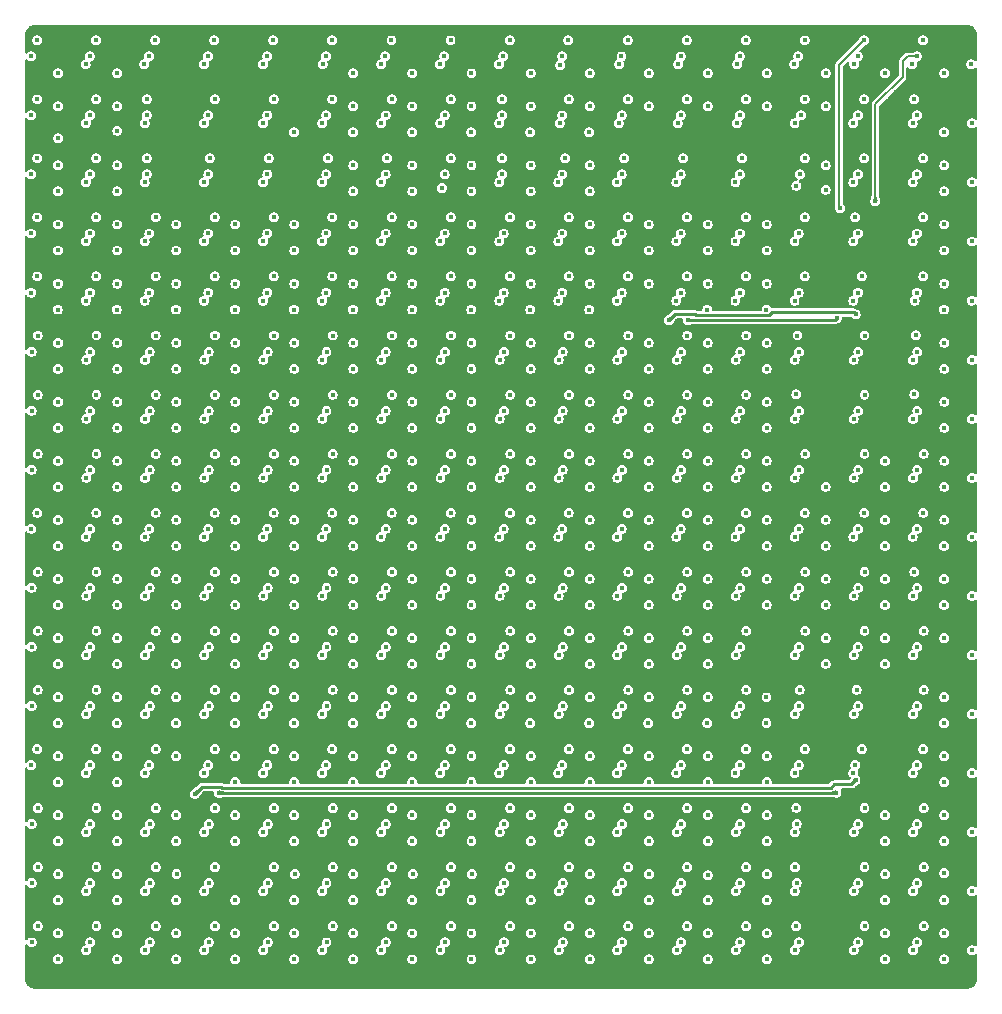
<source format=gbr>
%TF.GenerationSoftware,KiCad,Pcbnew,9.0.7*%
%TF.CreationDate,2026-02-20T11:37:07-08:00*%
%TF.ProjectId,rgb-plate,7267622d-706c-4617-9465-2e6b69636164,rev?*%
%TF.SameCoordinates,Original*%
%TF.FileFunction,Copper,L2,Inr*%
%TF.FilePolarity,Positive*%
%FSLAX46Y46*%
G04 Gerber Fmt 4.6, Leading zero omitted, Abs format (unit mm)*
G04 Created by KiCad (PCBNEW 9.0.7) date 2026-02-20 11:37:07*
%MOMM*%
%LPD*%
G01*
G04 APERTURE LIST*
%TA.AperFunction,ViaPad*%
%ADD10C,0.400000*%
%TD*%
%TA.AperFunction,Conductor*%
%ADD11C,0.250000*%
%TD*%
%TA.AperFunction,Conductor*%
%ADD12C,0.200000*%
%TD*%
G04 APERTURE END LIST*
D10*
%TO.N,+3.3V*%
X171014998Y-124149000D03*
X171020805Y-84714399D03*
X155200000Y-85200000D03*
X115100000Y-125300000D03*
%TO.N,/matrix_driver_conn/TH2*%
X169400000Y-125200000D03*
X117110000Y-125200000D03*
%TO.N,GND*%
X176100000Y-105000000D03*
X102300000Y-95035000D03*
X177300000Y-90700000D03*
X177300000Y-80600000D03*
X141100000Y-140800000D03*
X151700000Y-95600000D03*
X176700000Y-80600000D03*
X176100000Y-100600000D03*
X141700000Y-105500000D03*
X111100000Y-90600000D03*
X131700000Y-85800000D03*
X131700000Y-140800000D03*
X177300000Y-95035000D03*
X101700000Y-125700000D03*
X176100000Y-105600000D03*
X161100000Y-110500000D03*
X141100000Y-100700000D03*
X121700000Y-140200000D03*
X131700000Y-80700000D03*
X121700000Y-80700000D03*
X121100000Y-120100000D03*
X141700000Y-110010002D03*
X151700000Y-140700000D03*
X131100000Y-115700000D03*
X176100000Y-80000000D03*
X152300000Y-140700000D03*
X111100000Y-115000000D03*
X122300000Y-110035000D03*
X132300000Y-135200000D03*
X151100000Y-100000000D03*
X111100000Y-100100000D03*
X101700000Y-100600000D03*
X111700000Y-85010002D03*
X152300000Y-80600000D03*
X141700000Y-80700000D03*
X141700000Y-90600000D03*
X121700000Y-115100000D03*
X132300000Y-100700000D03*
X151100000Y-115600000D03*
X142300000Y-90035000D03*
X122300000Y-110600000D03*
X121700000Y-105200000D03*
X131700000Y-125800000D03*
X151700000Y-105700000D03*
X132300000Y-130100000D03*
X112300000Y-130700000D03*
X176700000Y-80010002D03*
X152300000Y-100035000D03*
X111100000Y-105500000D03*
X151100000Y-110000000D03*
X111100000Y-130700000D03*
X112300000Y-135100000D03*
X122300000Y-130100000D03*
X141700000Y-75600000D03*
X161700000Y-120010002D03*
X131700000Y-90100000D03*
X101100000Y-95500000D03*
X151700000Y-120600000D03*
X111700000Y-105010002D03*
X151700000Y-80600000D03*
X176700000Y-100600000D03*
X101100000Y-85600000D03*
X177300000Y-95500000D03*
X131100000Y-100700000D03*
X131700000Y-105800000D03*
X102300000Y-80600000D03*
X176700000Y-140300000D03*
X131100000Y-110000000D03*
X122300000Y-115700000D03*
X141700000Y-140200000D03*
X176700000Y-135200000D03*
X121100000Y-95700000D03*
X141100000Y-120700000D03*
X122300000Y-100700000D03*
X102300000Y-105600000D03*
X141700000Y-140800000D03*
X121700000Y-110010002D03*
X161700000Y-90010002D03*
X152300000Y-80035000D03*
X121100000Y-130100000D03*
X112300000Y-120100000D03*
X141700000Y-80100000D03*
X102300000Y-70700000D03*
X151100000Y-95600000D03*
X142300000Y-110600000D03*
X112300000Y-80700000D03*
X102300000Y-100600000D03*
X161100000Y-100600000D03*
X177300000Y-100035000D03*
X151100000Y-90000000D03*
X101100000Y-65000000D03*
X111100000Y-115600000D03*
X141700000Y-100100000D03*
X162300000Y-140100000D03*
X121100000Y-85200000D03*
X122300000Y-90700000D03*
X122300000Y-115100000D03*
X131100000Y-105800000D03*
X111700000Y-115010002D03*
X112300000Y-100700000D03*
X131100000Y-110600000D03*
X162300000Y-95600000D03*
X111100000Y-105000000D03*
X177300000Y-140300000D03*
X141100000Y-130700000D03*
X132300000Y-80100000D03*
X161100000Y-85700000D03*
X176700000Y-135800000D03*
X111100000Y-110600000D03*
X101100000Y-70100000D03*
X151100000Y-80000000D03*
X102300000Y-130200000D03*
X112300000Y-110600000D03*
X102300000Y-85600000D03*
X177300000Y-70100000D03*
X131100000Y-85200000D03*
X111700000Y-140800000D03*
X112300000Y-95035000D03*
X121700000Y-115700000D03*
X111700000Y-100100000D03*
X141700000Y-75010002D03*
X121100000Y-135800000D03*
X111100000Y-120700000D03*
X111100000Y-135100000D03*
X121100000Y-80700000D03*
X101700000Y-135800000D03*
X152300000Y-140100000D03*
X152300000Y-105100000D03*
X101100000Y-70700000D03*
X121100000Y-100700000D03*
X131100000Y-130700000D03*
X101100000Y-130200000D03*
X111700000Y-95010002D03*
X132300000Y-95700000D03*
X141100000Y-105500000D03*
X121700000Y-130700000D03*
X176700000Y-70100000D03*
X141700000Y-120700000D03*
X101100000Y-115000000D03*
X131100000Y-90700000D03*
X122300000Y-105800000D03*
X112300000Y-115035000D03*
X161700000Y-80600000D03*
X101700000Y-110100000D03*
X142300000Y-95035000D03*
X101700000Y-90100000D03*
X111100000Y-95600000D03*
X152300000Y-120035000D03*
X151100000Y-90600000D03*
X142300000Y-130100000D03*
X161100000Y-115600000D03*
X111700000Y-85600000D03*
X176700000Y-75600000D03*
X101100000Y-80000000D03*
X131100000Y-120100000D03*
X162300000Y-90035000D03*
X177300000Y-70700000D03*
X111100000Y-80100000D03*
X101100000Y-130800000D03*
X151700000Y-120010002D03*
X161100000Y-105700000D03*
X176100000Y-95000000D03*
X161100000Y-80000000D03*
X111700000Y-135100000D03*
X121700000Y-135800000D03*
X151100000Y-95000000D03*
X142300000Y-100100000D03*
X112300000Y-135700000D03*
X102300000Y-90100000D03*
X111100000Y-90000000D03*
X111100000Y-85000000D03*
X177300000Y-105035000D03*
X176700000Y-95500000D03*
X131700000Y-140200000D03*
X142300000Y-130700000D03*
X176100000Y-140900000D03*
X131700000Y-95700000D03*
X132300000Y-120100000D03*
X151700000Y-130010002D03*
X131700000Y-110010002D03*
X131100000Y-95700000D03*
X152300000Y-115600000D03*
X122300000Y-80100000D03*
X161700000Y-85700000D03*
X151100000Y-120000000D03*
X162300000Y-120035000D03*
X102300000Y-65600000D03*
X176100000Y-80600000D03*
X131700000Y-80100000D03*
X161700000Y-135700000D03*
X101100000Y-100000000D03*
X111100000Y-140200000D03*
X111700000Y-135700000D03*
X111100000Y-95000000D03*
X122300000Y-95700000D03*
X121100000Y-80100000D03*
X101100000Y-120100000D03*
X121100000Y-140200000D03*
X101100000Y-120700000D03*
X161100000Y-95600000D03*
X112300000Y-125035000D03*
X132300000Y-115700000D03*
X141100000Y-130100000D03*
X102300000Y-105035000D03*
X161100000Y-130000000D03*
X122300000Y-90100000D03*
X112300000Y-105035000D03*
X176700000Y-95010002D03*
X101100000Y-105600000D03*
X162300000Y-140700000D03*
X141700000Y-130100000D03*
X102300000Y-120100000D03*
X101700000Y-95010002D03*
X131100000Y-135800000D03*
X131100000Y-80700000D03*
X162300000Y-80035000D03*
X101100000Y-135200000D03*
X131100000Y-85800000D03*
X102300000Y-125100000D03*
X101100000Y-110700000D03*
X141100000Y-90600000D03*
X101100000Y-75000000D03*
X111700000Y-130100000D03*
X142300000Y-115035000D03*
X101700000Y-75600000D03*
X177300000Y-135200000D03*
X132300000Y-85200000D03*
X142300000Y-105500000D03*
X161100000Y-90000000D03*
X141700000Y-110600000D03*
X121100000Y-110000000D03*
X111700000Y-120100000D03*
X161100000Y-105100000D03*
X151100000Y-85700000D03*
X121700000Y-85200000D03*
X152300000Y-85100000D03*
X101100000Y-65600000D03*
X151700000Y-95010002D03*
X131700000Y-120700000D03*
X102300000Y-75035000D03*
X151700000Y-80010002D03*
X161100000Y-120000000D03*
X101700000Y-105600000D03*
X141100000Y-95600000D03*
X122300000Y-135800000D03*
X102300000Y-125700000D03*
X151700000Y-110010002D03*
X177300000Y-85035000D03*
X131100000Y-125800000D03*
X161100000Y-109900000D03*
X151100000Y-130000000D03*
X152300000Y-120600000D03*
X101100000Y-110100000D03*
X101700000Y-85010002D03*
X121700000Y-135200000D03*
X102300000Y-115600000D03*
X101700000Y-135200000D03*
X142300000Y-110035000D03*
X102300000Y-135200000D03*
X141100000Y-75000000D03*
X102300000Y-85035000D03*
X141700000Y-85010002D03*
X172700000Y-65879000D03*
X131100000Y-90100000D03*
X111100000Y-80700000D03*
X131700000Y-115100000D03*
X122300000Y-85800000D03*
X161100000Y-130600000D03*
X131100000Y-120700000D03*
X152300000Y-90035000D03*
X141700000Y-90010002D03*
X121700000Y-140800000D03*
X121100000Y-130700000D03*
X121100000Y-115700000D03*
X101100000Y-90700000D03*
X102300000Y-135800000D03*
X101100000Y-125700000D03*
X132300000Y-135800000D03*
X151700000Y-110500000D03*
X121700000Y-100100000D03*
X142300000Y-80700000D03*
X176100000Y-140300000D03*
X111700000Y-110010002D03*
X122300000Y-120700000D03*
X121100000Y-95100000D03*
X151700000Y-100010002D03*
X111700000Y-75010002D03*
X102300000Y-115035000D03*
X121100000Y-115100000D03*
X161700000Y-130010002D03*
X131700000Y-135200000D03*
X152300000Y-100600000D03*
X111100000Y-75000000D03*
X176700000Y-70700000D03*
X152300000Y-95035000D03*
X121100000Y-110600000D03*
X162300000Y-100600000D03*
X132300000Y-110035000D03*
X121700000Y-130100000D03*
X111100000Y-125000000D03*
X111700000Y-140200000D03*
X102300000Y-110700000D03*
X161700000Y-95010002D03*
X141100000Y-110600000D03*
X111700000Y-75600000D03*
X151700000Y-140100000D03*
X114300000Y-125400000D03*
X141700000Y-105010002D03*
X101100000Y-140300000D03*
X132300000Y-90100000D03*
X174400000Y-65879000D03*
X141100000Y-135700000D03*
X161700000Y-95600000D03*
X101700000Y-65010002D03*
X101700000Y-70100000D03*
X152300000Y-130035000D03*
X101100000Y-90100000D03*
X131100000Y-130100000D03*
X102300000Y-95500000D03*
X141700000Y-95600000D03*
X101700000Y-90700000D03*
X111700000Y-110600000D03*
X132300000Y-80700000D03*
X142300000Y-135100000D03*
X121700000Y-100700000D03*
X176700000Y-100010002D03*
X101700000Y-105010002D03*
X132300000Y-105200000D03*
X141100000Y-140200000D03*
X121100000Y-105800000D03*
X142300000Y-90600000D03*
X111700000Y-90010002D03*
X151700000Y-85700000D03*
X151100000Y-135700000D03*
X151100000Y-80600000D03*
X131100000Y-140200000D03*
X176100000Y-135200000D03*
X141700000Y-135700000D03*
X121100000Y-135200000D03*
X176700000Y-105010002D03*
X132300000Y-105800000D03*
X121100000Y-105200000D03*
X161100000Y-140700000D03*
X162300000Y-100035000D03*
X111100000Y-140800000D03*
X101700000Y-120700000D03*
X152300000Y-90600000D03*
X121700000Y-120100000D03*
X151100000Y-110500000D03*
X151700000Y-130600000D03*
X161100000Y-120600000D03*
X132300000Y-110600000D03*
X131700000Y-115700000D03*
X112300000Y-110035000D03*
X122300000Y-140200000D03*
X131700000Y-135800000D03*
X176100000Y-135800000D03*
X131700000Y-105200000D03*
X131700000Y-90700000D03*
X152300000Y-135100000D03*
X161100000Y-95000000D03*
X161700000Y-140100000D03*
X111700000Y-95600000D03*
X141100000Y-95000000D03*
X102300000Y-130800000D03*
X161100000Y-140100000D03*
X141100000Y-135100000D03*
X132300000Y-125800000D03*
X111100000Y-75600000D03*
X151100000Y-115000000D03*
X161100000Y-90600000D03*
X122300000Y-130700000D03*
X161700000Y-90600000D03*
X102300000Y-140300000D03*
X121100000Y-100100000D03*
X177300000Y-90100000D03*
X121100000Y-120700000D03*
X111700000Y-80100000D03*
X151700000Y-115010002D03*
X121700000Y-85800000D03*
X101100000Y-80600000D03*
X152300000Y-130600000D03*
X102300000Y-120700000D03*
X131100000Y-115100000D03*
X141100000Y-115600000D03*
X112300000Y-140200000D03*
X151100000Y-135100000D03*
X177300000Y-80035000D03*
X142300000Y-140800000D03*
X152300000Y-115035000D03*
X152300000Y-95600000D03*
X101100000Y-100600000D03*
X176700000Y-140900000D03*
X111100000Y-120100000D03*
X176700000Y-75010002D03*
X101700000Y-65600000D03*
X112300000Y-100100000D03*
X142300000Y-75600000D03*
X122300000Y-100100000D03*
X132300000Y-85800000D03*
X121100000Y-90100000D03*
X122300000Y-85200000D03*
X162300000Y-135100000D03*
X121700000Y-90100000D03*
X112300000Y-140800000D03*
X121700000Y-110600000D03*
X177300000Y-100600000D03*
X111700000Y-115600000D03*
X141700000Y-85600000D03*
X111700000Y-130700000D03*
X101100000Y-105000000D03*
X101700000Y-130200000D03*
X111700000Y-90600000D03*
X101700000Y-70700000D03*
X112300000Y-120700000D03*
X111100000Y-130100000D03*
X102300000Y-140900000D03*
X101700000Y-110700000D03*
X112300000Y-125600000D03*
X151700000Y-105100000D03*
X177300000Y-105600000D03*
X142300000Y-85600000D03*
X111100000Y-135700000D03*
X151100000Y-130600000D03*
X121700000Y-105800000D03*
X131700000Y-100700000D03*
X161700000Y-105700000D03*
X176100000Y-75600000D03*
X111100000Y-85600000D03*
X101700000Y-85600000D03*
X112300000Y-75600000D03*
X131700000Y-130100000D03*
X122300000Y-140800000D03*
X142300000Y-75035000D03*
X115690000Y-125800000D03*
X101700000Y-120100000D03*
X152300000Y-105700000D03*
X131700000Y-120100000D03*
X151700000Y-85100000D03*
X176100000Y-70100000D03*
X141700000Y-115600000D03*
X141100000Y-120100000D03*
X152300000Y-110035000D03*
X142300000Y-85035000D03*
X111700000Y-105500000D03*
X161100000Y-135700000D03*
X162300000Y-130035000D03*
X141100000Y-100100000D03*
X111700000Y-80700000D03*
X175100000Y-65879000D03*
X101700000Y-115600000D03*
X142300000Y-135700000D03*
X102300000Y-75600000D03*
X101700000Y-75010002D03*
X101700000Y-95500000D03*
X169235000Y-130700000D03*
X121100000Y-140800000D03*
X111100000Y-110000000D03*
X161100000Y-100000000D03*
X176100000Y-85600000D03*
X101100000Y-125100000D03*
X102300000Y-80035000D03*
X151100000Y-140100000D03*
X162300000Y-135700000D03*
X141700000Y-95010002D03*
X102300000Y-90700000D03*
X161700000Y-120600000D03*
X177300000Y-85600000D03*
X154300000Y-85200000D03*
X112300000Y-90600000D03*
X142300000Y-120700000D03*
X162300000Y-90600000D03*
X101100000Y-135800000D03*
X177300000Y-140900000D03*
X121700000Y-95700000D03*
X131100000Y-140800000D03*
X162300000Y-85700000D03*
X111100000Y-125600000D03*
X177300000Y-75035000D03*
X177300000Y-135800000D03*
X112300000Y-85035000D03*
X101100000Y-75600000D03*
X177300000Y-75600000D03*
X111700000Y-125600000D03*
X101100000Y-95000000D03*
X112300000Y-95600000D03*
X161700000Y-80010002D03*
X161100000Y-135100000D03*
X132300000Y-140200000D03*
X101700000Y-115010002D03*
X141700000Y-120100000D03*
X141100000Y-115000000D03*
X112300000Y-115600000D03*
X112300000Y-80100000D03*
X101700000Y-100010002D03*
X102300000Y-110100000D03*
X176700000Y-105600000D03*
X121700000Y-80100000D03*
X141100000Y-80700000D03*
X151100000Y-105100000D03*
X121700000Y-120700000D03*
X141700000Y-135100000D03*
X112300000Y-85600000D03*
X152300000Y-85700000D03*
X176100000Y-100000000D03*
X162300000Y-95035000D03*
X132300000Y-100100000D03*
X161700000Y-140700000D03*
X122300000Y-105200000D03*
X141100000Y-105000000D03*
X132300000Y-120700000D03*
X176100000Y-70700000D03*
X122300000Y-95100000D03*
X141700000Y-115010002D03*
X112300000Y-130100000D03*
X141700000Y-100700000D03*
X176100000Y-95500000D03*
X142300000Y-115600000D03*
X151100000Y-85100000D03*
X141100000Y-90000000D03*
X111100000Y-100700000D03*
X101700000Y-140300000D03*
X176700000Y-90100000D03*
X151700000Y-135100000D03*
X111700000Y-125010002D03*
X162300000Y-120600000D03*
X111700000Y-120700000D03*
X151700000Y-90600000D03*
X112300000Y-90035000D03*
X102300000Y-70100000D03*
X176100000Y-85000000D03*
X141100000Y-75600000D03*
X141100000Y-85600000D03*
X112300000Y-105500000D03*
X152300000Y-110500000D03*
X176700000Y-85600000D03*
X141100000Y-80100000D03*
X151100000Y-105700000D03*
X131700000Y-130700000D03*
X176700000Y-85010002D03*
X132300000Y-115100000D03*
X141100000Y-85000000D03*
X162300000Y-130600000D03*
X142300000Y-80100000D03*
X142300000Y-100700000D03*
X151700000Y-90010002D03*
X151700000Y-135700000D03*
X101700000Y-80600000D03*
X101700000Y-80010002D03*
X151100000Y-120600000D03*
X131100000Y-100100000D03*
X131100000Y-105200000D03*
X132300000Y-95100000D03*
X122300000Y-120100000D03*
X176100000Y-75000000D03*
X101100000Y-85000000D03*
X151100000Y-140700000D03*
X162300000Y-80600000D03*
X142300000Y-95600000D03*
X151700000Y-100600000D03*
X132300000Y-140800000D03*
X101100000Y-140900000D03*
X121100000Y-90700000D03*
X152300000Y-135700000D03*
X101700000Y-130800000D03*
X121700000Y-90700000D03*
X101700000Y-140900000D03*
X102300000Y-100035000D03*
X141100000Y-110000000D03*
X151700000Y-115600000D03*
X151100000Y-100600000D03*
X161700000Y-130600000D03*
X161700000Y-100600000D03*
X131100000Y-95100000D03*
X161100000Y-80600000D03*
X131700000Y-95100000D03*
X155800000Y-85700000D03*
X121100000Y-85800000D03*
X132300000Y-90700000D03*
X142300000Y-140200000D03*
X131700000Y-100100000D03*
X131100000Y-80100000D03*
X111700000Y-100700000D03*
X141700000Y-130700000D03*
X101100000Y-115600000D03*
X132300000Y-130700000D03*
X131700000Y-85200000D03*
X161700000Y-135100000D03*
X101700000Y-125100000D03*
X112300000Y-75035000D03*
X121700000Y-95100000D03*
X131100000Y-135200000D03*
X102300000Y-65035000D03*
X131700000Y-110600000D03*
X122300000Y-80700000D03*
X122300000Y-135200000D03*
X161700000Y-100010002D03*
X142300000Y-105035000D03*
X142300000Y-120100000D03*
%TO.N,/matrix_driver_conn/TH1*%
X169425000Y-85035000D03*
X156800000Y-85200000D03*
%TO.N,/LINE0*%
X103500000Y-97100000D03*
X103500000Y-87100000D03*
X103500000Y-72100000D03*
X103500000Y-112100000D03*
X103500000Y-109300000D03*
X103500000Y-102100000D03*
X103500000Y-79300000D03*
X103500000Y-94300000D03*
X103500000Y-129300000D03*
X103500000Y-137100000D03*
X103500000Y-114300000D03*
X103500000Y-92100000D03*
X103500000Y-117100000D03*
X103475000Y-119300000D03*
X103500000Y-124300000D03*
X103500000Y-89300000D03*
X103475000Y-84300000D03*
X103500000Y-67100000D03*
X103500000Y-139300000D03*
X103500000Y-64300000D03*
X103500000Y-82100000D03*
X103525000Y-69800000D03*
X103500000Y-104300000D03*
X103500000Y-77100000D03*
X103500000Y-99300000D03*
X103500000Y-122100000D03*
X103500000Y-127100000D03*
X103500000Y-74300000D03*
X103500000Y-134300000D03*
X103525000Y-132100000D03*
X103500000Y-107100000D03*
%TO.N,/G0*%
X106700000Y-61500000D03*
X126700000Y-61500000D03*
X121725000Y-61500000D03*
X171725000Y-61500000D03*
X131725000Y-61500000D03*
X156725000Y-61500000D03*
X169711658Y-75715658D03*
X151725000Y-61500000D03*
X136725000Y-61500000D03*
X161725000Y-61500000D03*
X176725000Y-61500000D03*
X166700000Y-61500000D03*
X146700000Y-61500000D03*
X101725000Y-61500000D03*
X111725000Y-61500000D03*
X116725000Y-61500000D03*
X141725000Y-61500000D03*
%TO.N,/B0*%
X105825000Y-63539000D03*
X165825000Y-63539000D03*
X140825000Y-63539000D03*
X161000000Y-63539000D03*
X175825000Y-63539000D03*
X170900000Y-63539000D03*
X156000000Y-63539000D03*
X151000000Y-63539000D03*
X125900000Y-63539000D03*
X180825000Y-63539000D03*
X130857702Y-63539000D03*
X115857702Y-63539000D03*
X135825000Y-63539000D03*
X120857702Y-63539000D03*
X110800000Y-63539000D03*
X146017362Y-63591182D03*
%TO.N,/R0*%
X161200000Y-62861000D03*
X146175000Y-62861000D03*
X172690000Y-75135000D03*
X116200000Y-62861000D03*
X101200000Y-62861000D03*
X131200000Y-62861000D03*
X166175000Y-62861000D03*
X126175000Y-62861000D03*
X106175000Y-62861000D03*
X121200000Y-62861000D03*
X171200000Y-62861000D03*
X176200000Y-62861000D03*
X111200000Y-62861000D03*
X136200000Y-62861000D03*
X141200000Y-62861000D03*
X156200000Y-62861000D03*
X151200000Y-62861000D03*
%TO.N,/B1*%
X120857702Y-68539000D03*
X135850000Y-68539000D03*
X175850000Y-68539000D03*
X180850000Y-68539000D03*
X105850000Y-68539000D03*
X130857702Y-68539000D03*
X145957702Y-68539000D03*
X150957702Y-68539000D03*
X110825000Y-68539000D03*
X140850000Y-68539000D03*
X125857702Y-68539000D03*
X115857702Y-68539000D03*
X165850000Y-68539000D03*
X160957702Y-68539000D03*
X170825000Y-68539000D03*
X155957702Y-68539000D03*
%TO.N,/R1*%
X161225000Y-67861000D03*
X171225000Y-67861000D03*
X116225000Y-67861000D03*
X176225000Y-67861000D03*
X126200000Y-67861000D03*
X101225000Y-67861000D03*
X146200000Y-67861000D03*
X106200000Y-67861000D03*
X156225000Y-67861000D03*
X131225000Y-67861000D03*
X136225000Y-67861000D03*
X151225000Y-67861000D03*
X121225000Y-67861000D03*
X166406760Y-67866806D03*
X110993101Y-67844429D03*
X141093126Y-67861084D03*
%TO.N,/G1*%
X116750000Y-66500000D03*
X146725000Y-66500000D03*
X166700000Y-66489000D03*
X161750000Y-66500000D03*
X101750000Y-66500000D03*
X171750000Y-66500000D03*
X131750000Y-66500000D03*
X141093098Y-66489000D03*
X106725000Y-66500000D03*
X110993098Y-66489000D03*
X121750000Y-66500000D03*
X156750000Y-66500000D03*
X126725000Y-66500000D03*
X176000000Y-66489000D03*
X136750000Y-66500000D03*
X151750000Y-66500000D03*
%TO.N,/G2*%
X151442298Y-71500000D03*
X176750000Y-71500000D03*
X131342298Y-71489000D03*
X136750000Y-71500000D03*
X171750000Y-71500000D03*
X126342298Y-71489000D03*
X141093098Y-71489000D03*
X161400000Y-71500000D03*
X166725000Y-71500000D03*
X156442298Y-71500000D03*
X146442298Y-71500000D03*
X121342298Y-71489000D03*
X101750000Y-71500000D03*
X110993098Y-71489000D03*
X116342298Y-71489000D03*
X106725000Y-71500000D03*
%TO.N,/R2*%
X101225000Y-72861000D03*
X156225000Y-72861000D03*
X146200000Y-72861000D03*
X166306902Y-72861000D03*
X110993100Y-72844429D03*
X136225000Y-72861000D03*
X121225000Y-72861000D03*
X151225000Y-72861000D03*
X131225000Y-72861000D03*
X106200000Y-72861000D03*
X176225000Y-72861000D03*
X161225000Y-72861000D03*
X116225000Y-72861000D03*
X126200000Y-72861000D03*
X141093098Y-72861000D03*
X171225000Y-72861000D03*
%TO.N,/B2*%
X166009768Y-73811170D03*
X130825000Y-73539000D03*
X136000000Y-74000000D03*
X105850000Y-73539000D03*
X120850000Y-73539000D03*
X140850000Y-73539000D03*
X125850000Y-73539000D03*
X155850000Y-73539000D03*
X160850000Y-73539000D03*
X145850000Y-73539000D03*
X170825000Y-73539000D03*
X150825000Y-73539000D03*
X115850000Y-73539000D03*
X175850000Y-73539000D03*
X110825000Y-73539000D03*
X180850000Y-73539000D03*
%TO.N,/G3*%
X131750000Y-76500000D03*
X171000000Y-76489000D03*
X101750000Y-76500000D03*
X111750000Y-76500000D03*
X176750000Y-76500000D03*
X136750000Y-76500000D03*
X151750000Y-76500000D03*
X166725000Y-76500000D03*
X106725000Y-76500000D03*
X146725000Y-76500000D03*
X116750000Y-76500000D03*
X156750000Y-76500000D03*
X126725000Y-76500000D03*
X141750000Y-76500000D03*
X161750000Y-76500000D03*
X121750000Y-76500000D03*
%TO.N,/B3*%
X170825000Y-78539000D03*
X175850000Y-78539000D03*
X105850000Y-78539000D03*
X145850000Y-78539000D03*
X120850000Y-78539000D03*
X155850000Y-78539000D03*
X130825000Y-78539000D03*
X110825000Y-78539000D03*
X135850000Y-78539000D03*
X140850000Y-78539000D03*
X150825000Y-78539000D03*
X160850000Y-78539000D03*
X125850000Y-78539000D03*
X165850000Y-78539000D03*
X115850000Y-78539000D03*
X180850000Y-78539000D03*
%TO.N,/R3*%
X101225000Y-77861000D03*
X136225000Y-77861000D03*
X116225000Y-77861000D03*
X131225000Y-77861000D03*
X161225000Y-77861000D03*
X121225000Y-77861000D03*
X111225000Y-77861000D03*
X156225000Y-77861000D03*
X166200000Y-77861000D03*
X126200000Y-77861000D03*
X171225000Y-77861000D03*
X151225000Y-77861000D03*
X176225000Y-77861000D03*
X106200000Y-77861000D03*
X146200000Y-77861000D03*
X141225000Y-77861000D03*
%TO.N,/B4*%
X145850000Y-83539000D03*
X130825000Y-83539000D03*
X170825000Y-83539000D03*
X135850000Y-83539000D03*
X125850000Y-83539000D03*
X176014998Y-83539000D03*
X165850000Y-83539000D03*
X160850000Y-83539000D03*
X110825000Y-83539000D03*
X180850000Y-83539000D03*
X140850000Y-83539000D03*
X150825000Y-83539000D03*
X155850000Y-83539000D03*
X120850000Y-83539000D03*
X115850000Y-83539000D03*
X105850000Y-83539000D03*
%TO.N,/G4*%
X101750000Y-81500000D03*
X151750000Y-81500000D03*
X121750000Y-81500000D03*
X156750000Y-81500000D03*
X141750000Y-81500000D03*
X106725000Y-81500000D03*
X131750000Y-81500000D03*
X116750000Y-81500000D03*
X111750000Y-81500000D03*
X136750000Y-81500000D03*
X171539998Y-81489000D03*
X126725000Y-81500000D03*
X176750000Y-81500000D03*
X161750000Y-81500000D03*
X146725000Y-81500000D03*
X166725000Y-81500000D03*
%TO.N,/R4*%
X176225000Y-82861000D03*
X136225000Y-82861000D03*
X126200000Y-82861000D03*
X166200000Y-82861000D03*
X121225000Y-82861000D03*
X151225000Y-82861000D03*
X131225000Y-82861000D03*
X146200000Y-82861000D03*
X141225000Y-82861000D03*
X106200000Y-82861000D03*
X111225000Y-82861000D03*
X161225000Y-82861000D03*
X156225000Y-82861000D03*
X101225000Y-82861000D03*
X116225000Y-82861000D03*
X171225000Y-82861000D03*
%TO.N,/G5*%
X156775000Y-86500000D03*
X126750000Y-86500000D03*
X111775000Y-86500000D03*
X161775000Y-86500000D03*
X171775000Y-86500000D03*
X106750000Y-86500000D03*
X121775000Y-86500000D03*
X136775000Y-86500000D03*
X116775000Y-86500000D03*
X166100000Y-86500000D03*
X141775000Y-86500000D03*
X101775000Y-86500000D03*
X176100000Y-86489000D03*
X146750000Y-86500000D03*
X131775000Y-86500000D03*
X151775000Y-86500000D03*
%TO.N,/B5*%
X170850000Y-88539000D03*
X115875000Y-88539000D03*
X150850000Y-88539000D03*
X165875000Y-88539000D03*
X110850000Y-88539000D03*
X105875000Y-88539000D03*
X160875000Y-88539000D03*
X175875000Y-88539000D03*
X135875000Y-88539000D03*
X130850000Y-88539000D03*
X125875000Y-88539000D03*
X155875000Y-88539000D03*
X145875000Y-88539000D03*
X180875000Y-88539000D03*
X120875000Y-88539000D03*
X140875000Y-88539000D03*
%TO.N,/R5*%
X121250000Y-87861000D03*
X156250000Y-87861000D03*
X131250000Y-87861000D03*
X146225000Y-87861000D03*
X151250000Y-87861000D03*
X161250000Y-87861000D03*
X116250000Y-87861000D03*
X171250000Y-87861000D03*
X141250000Y-87861000D03*
X111250000Y-87861000D03*
X176250000Y-87861000D03*
X101250000Y-87861000D03*
X136250000Y-87861000D03*
X126225000Y-87861000D03*
X166225000Y-87861000D03*
X106225000Y-87861000D03*
%TO.N,/B6*%
X155875000Y-93539000D03*
X110850000Y-93539000D03*
X105875000Y-93539000D03*
X140875000Y-93539000D03*
X125875000Y-93539000D03*
X145875000Y-93539000D03*
X180875000Y-93539000D03*
X165875000Y-93539000D03*
X135875000Y-93539000D03*
X170850000Y-93539000D03*
X160875000Y-93539000D03*
X120875000Y-93539000D03*
X150850000Y-93539000D03*
X175875000Y-93539000D03*
X115875000Y-93539000D03*
X130850000Y-93539000D03*
%TO.N,/G6*%
X121775000Y-91500000D03*
X101775000Y-91500000D03*
X136775000Y-91500000D03*
X141775000Y-91500000D03*
X106750000Y-91500000D03*
X131775000Y-91500000D03*
X151775000Y-91500000D03*
X171775000Y-91500000D03*
X111775000Y-91500000D03*
X156775000Y-91500000D03*
X176000000Y-91489000D03*
X116775000Y-91500000D03*
X161775000Y-91500000D03*
X146750000Y-91500000D03*
X126750000Y-91500000D03*
X166000000Y-91489000D03*
%TO.N,/R6*%
X136250000Y-92861000D03*
X176250000Y-92861000D03*
X111250000Y-92861000D03*
X116250000Y-92861000D03*
X121250000Y-92861000D03*
X151250000Y-92861000D03*
X146225000Y-92861000D03*
X101250000Y-92861000D03*
X171250000Y-92861000D03*
X156250000Y-92861000D03*
X166225000Y-92861000D03*
X131250000Y-92861000D03*
X106225000Y-92861000D03*
X126225000Y-92861000D03*
X141250000Y-92861000D03*
X161250000Y-92861000D03*
%TO.N,/G7*%
X156775000Y-96500000D03*
X141775000Y-96500000D03*
X176775000Y-96500000D03*
X136775000Y-96500000D03*
X166750000Y-96500000D03*
X106750000Y-96500000D03*
X151775000Y-96500000D03*
X121775000Y-96500000D03*
X116775000Y-96500000D03*
X131775000Y-96500000D03*
X146750000Y-96500000D03*
X111775000Y-96500000D03*
X126750000Y-96500000D03*
X171775000Y-96500000D03*
X161775000Y-96500000D03*
X101775000Y-96500000D03*
%TO.N,/B7*%
X170850000Y-98539000D03*
X165875000Y-98539000D03*
X150850000Y-98539000D03*
X160875000Y-98539000D03*
X120875000Y-98539000D03*
X135875000Y-98539000D03*
X145875000Y-98539000D03*
X130850000Y-98539000D03*
X115875000Y-98539000D03*
X125875000Y-98539000D03*
X180875000Y-98539000D03*
X140875000Y-98539000D03*
X175875000Y-98539000D03*
X110850000Y-98539000D03*
X105875000Y-98539000D03*
X155875000Y-98539000D03*
%TO.N,/R7*%
X176250000Y-97861000D03*
X131250000Y-97861000D03*
X151250000Y-97861000D03*
X171250000Y-97861000D03*
X116250000Y-97861000D03*
X121250000Y-97861000D03*
X141250000Y-97861000D03*
X136250000Y-97861000D03*
X111250000Y-97861000D03*
X156250000Y-97861000D03*
X101250000Y-97861000D03*
X166225000Y-97861000D03*
X161250000Y-97861000D03*
X126225000Y-97861000D03*
X146225000Y-97861000D03*
X106225000Y-97861000D03*
%TO.N,/B8*%
X110825000Y-103539000D03*
X150825000Y-103539000D03*
X175850000Y-103539000D03*
X155850000Y-103539000D03*
X170825000Y-103539000D03*
X115850000Y-103539000D03*
X160850000Y-103539000D03*
X180850000Y-103539000D03*
X130825000Y-103539000D03*
X125850000Y-103539000D03*
X105850000Y-103539000D03*
X165850000Y-103539000D03*
X120850000Y-103539000D03*
X135850000Y-103539000D03*
X140850000Y-103539000D03*
X145850000Y-103539000D03*
%TO.N,/R8*%
X166200000Y-102861000D03*
X111225000Y-102861000D03*
X161225000Y-102861000D03*
X171225000Y-102861000D03*
X156225000Y-102861000D03*
X146200000Y-102861000D03*
X151225000Y-102861000D03*
X106200000Y-102861000D03*
X126200000Y-102861000D03*
X176225000Y-102861000D03*
X141225000Y-102861000D03*
X136225000Y-102861000D03*
X101225000Y-102861000D03*
X131225000Y-102861000D03*
X121225000Y-102861000D03*
X116225000Y-102861000D03*
%TO.N,/G8*%
X176750000Y-101500000D03*
X166725000Y-101500000D03*
X141750000Y-101500000D03*
X126725000Y-101500000D03*
X106725000Y-101500000D03*
X136750000Y-101500000D03*
X101750000Y-101500000D03*
X156750000Y-101500000D03*
X116750000Y-101500000D03*
X111750000Y-101500000D03*
X151750000Y-101500000D03*
X131750000Y-101500000D03*
X121750000Y-101500000D03*
X146725000Y-101500000D03*
X171750000Y-101500000D03*
X161750000Y-101500000D03*
%TO.N,/G9*%
X151775000Y-106500000D03*
X166750000Y-106500000D03*
X121775000Y-106500000D03*
X111775000Y-106500000D03*
X131775000Y-106500000D03*
X176000000Y-106489000D03*
X136775000Y-106500000D03*
X126750000Y-106500000D03*
X116775000Y-106500000D03*
X146750000Y-106500000D03*
X141775000Y-106500000D03*
X156775000Y-106500000D03*
X101775000Y-106500000D03*
X106750000Y-106500000D03*
X171775000Y-106500000D03*
X161775000Y-106500000D03*
%TO.N,/B9*%
X165875000Y-108539000D03*
X140875000Y-108539000D03*
X125875000Y-108539000D03*
X145875000Y-108539000D03*
X110850000Y-108539000D03*
X175875000Y-108539000D03*
X105875000Y-108539000D03*
X120875000Y-108539000D03*
X115875000Y-108539000D03*
X180875000Y-108539000D03*
X155875000Y-108539000D03*
X130850000Y-108539000D03*
X170850000Y-108539000D03*
X135875000Y-108539000D03*
X160875000Y-108539000D03*
X150850000Y-108539000D03*
%TO.N,/R9*%
X161250000Y-107861000D03*
X151250000Y-107861000D03*
X111250000Y-107861000D03*
X121250000Y-107861000D03*
X116250000Y-107861000D03*
X101250000Y-107861000D03*
X146225000Y-107861000D03*
X106225000Y-107861000D03*
X136250000Y-107861000D03*
X166225000Y-107861000D03*
X126225000Y-107861000D03*
X131250000Y-107861000D03*
X176250000Y-107861000D03*
X141250000Y-107861000D03*
X171250000Y-107861000D03*
X156250000Y-107861000D03*
%TO.N,/B10*%
X160875000Y-113539000D03*
X125875000Y-113539000D03*
X170850000Y-113539000D03*
X130850000Y-113539000D03*
X110850000Y-113539000D03*
X120875000Y-113539000D03*
X150850000Y-113539000D03*
X140875000Y-113539000D03*
X115875000Y-113539000D03*
X145875000Y-113539000D03*
X165875000Y-113539000D03*
X155875000Y-113539000D03*
X105875000Y-113539000D03*
X180875000Y-113539000D03*
X175875000Y-113539000D03*
X135875000Y-113539000D03*
%TO.N,/G10*%
X171775000Y-111500000D03*
X141775000Y-111500000D03*
X131775000Y-111500000D03*
X116775000Y-111500000D03*
X101775000Y-111500000D03*
X111775000Y-111500000D03*
X136775000Y-111500000D03*
X151775000Y-111500000D03*
X161775000Y-111500000D03*
X121775000Y-111500000D03*
X156775000Y-111500000D03*
X146750000Y-111500000D03*
X106750000Y-111500000D03*
X126750000Y-111500000D03*
X176775000Y-111500000D03*
X166750000Y-111500000D03*
%TO.N,/R10*%
X151250000Y-112861000D03*
X126225000Y-112861000D03*
X116250000Y-112861000D03*
X136250000Y-112861000D03*
X176250000Y-112861000D03*
X111250000Y-112861000D03*
X166225000Y-112861000D03*
X141250000Y-112861000D03*
X101250000Y-112861000D03*
X171200000Y-112861000D03*
X161250000Y-112861000D03*
X146225000Y-112861000D03*
X156250000Y-112861000D03*
X131250000Y-112861000D03*
X121250000Y-112861000D03*
X106225000Y-112861000D03*
%TO.N,/R11*%
X121250000Y-117861000D03*
X161250000Y-117861000D03*
X111250000Y-117861000D03*
X101250000Y-117861000D03*
X136250000Y-117861000D03*
X171250000Y-117861000D03*
X156250000Y-117861000D03*
X116250000Y-117861000D03*
X126225000Y-117861000D03*
X146225000Y-117861000D03*
X166225000Y-117861000D03*
X176250000Y-117861000D03*
X131250000Y-117861000D03*
X141250000Y-117861000D03*
X151250000Y-117861000D03*
X106225000Y-117861000D03*
%TO.N,/B11*%
X125875000Y-118539000D03*
X135875000Y-118539000D03*
X175875000Y-118539000D03*
X155875000Y-118539000D03*
X110850000Y-118539000D03*
X165875000Y-118539000D03*
X115875000Y-118539000D03*
X170850000Y-118539000D03*
X150850000Y-118539000D03*
X160875000Y-118539000D03*
X105875000Y-118539000D03*
X130850000Y-118539000D03*
X140875000Y-118539000D03*
X120875000Y-118539000D03*
X180875000Y-118539000D03*
X145875000Y-118539000D03*
%TO.N,/G11*%
X166300000Y-116489000D03*
X101775000Y-116500000D03*
X146750000Y-116500000D03*
X111775000Y-116500000D03*
X156775000Y-116500000D03*
X141775000Y-116500000D03*
X176775000Y-116500000D03*
X136775000Y-116500000D03*
X131775000Y-116500000D03*
X126750000Y-116500000D03*
X106750000Y-116500000D03*
X151775000Y-116500000D03*
X171100000Y-116489000D03*
X116775000Y-116500000D03*
X161775000Y-116500000D03*
X121775000Y-116500000D03*
%TO.N,/B12*%
X150825000Y-123539000D03*
X180850000Y-123539000D03*
X125850000Y-123539000D03*
X135850000Y-123539000D03*
X140850000Y-123539000D03*
X170825000Y-123539000D03*
X105850000Y-123539000D03*
X175850000Y-123539000D03*
X155850000Y-123539000D03*
X160850000Y-123539000D03*
X165850000Y-123539000D03*
X130825000Y-123539000D03*
X110825000Y-123539000D03*
X120850000Y-123539000D03*
X145850000Y-123539000D03*
X115850000Y-123539000D03*
%TO.N,/G12*%
X156750000Y-121500000D03*
X101750000Y-121500000D03*
X146725000Y-121500000D03*
X116750000Y-121500000D03*
X111750000Y-121500000D03*
X106725000Y-121500000D03*
X161750000Y-121500000D03*
X151750000Y-121500000D03*
X126725000Y-121500000D03*
X176750000Y-121500000D03*
X131750000Y-121500000D03*
X121750000Y-121500000D03*
X141750000Y-121500000D03*
X166725000Y-121500000D03*
X136750000Y-121500000D03*
X171539998Y-121509184D03*
%TO.N,/R12*%
X146200000Y-122861000D03*
X156225000Y-122861000D03*
X166200000Y-122861000D03*
X106200000Y-122861000D03*
X171004836Y-122856164D03*
X136225000Y-122861000D03*
X116225000Y-122861000D03*
X101225000Y-122861000D03*
X141225000Y-122861000D03*
X176225000Y-122861000D03*
X121225000Y-122861000D03*
X161225000Y-122861000D03*
X111225000Y-122861000D03*
X126200000Y-122861000D03*
X151225000Y-122861000D03*
X131225000Y-122861000D03*
%TO.N,/B13*%
X135875000Y-128539000D03*
X180875000Y-128539000D03*
X120875000Y-128539000D03*
X150850000Y-128539000D03*
X130850000Y-128539000D03*
X170850000Y-128539000D03*
X105875000Y-128539000D03*
X140875000Y-128539000D03*
X155875000Y-128539000D03*
X165875000Y-128539000D03*
X160875000Y-128539000D03*
X115875000Y-128539000D03*
X175875000Y-128539000D03*
X125875000Y-128539000D03*
X110850000Y-128539000D03*
X145875000Y-128539000D03*
%TO.N,/G13*%
X116775000Y-126500000D03*
X176775000Y-126500000D03*
X101775000Y-126500000D03*
X146750000Y-126500000D03*
X171775000Y-126500000D03*
X151775000Y-126500000D03*
X156775000Y-126500000D03*
X136775000Y-126500000D03*
X121775000Y-126500000D03*
X106750000Y-126500000D03*
X131775000Y-126500000D03*
X141775000Y-126500000D03*
X126750000Y-126500000D03*
X111775000Y-126500000D03*
X166000000Y-126489000D03*
X161775000Y-126500000D03*
%TO.N,/R13*%
X136250000Y-127861000D03*
X101250000Y-127861000D03*
X121250000Y-127861000D03*
X176250000Y-127861000D03*
X126225000Y-127861000D03*
X161250000Y-127861000D03*
X131250000Y-127861000D03*
X106225000Y-127861000D03*
X166029836Y-127831164D03*
X116250000Y-127861000D03*
X171250000Y-127861000D03*
X111250000Y-127861000D03*
X156250000Y-127861000D03*
X141250000Y-127861000D03*
X146225000Y-127861000D03*
X151250000Y-127861000D03*
%TO.N,/R14*%
X126225000Y-132861000D03*
X111250000Y-132861000D03*
X171250000Y-132861000D03*
X146225000Y-132861000D03*
X166029836Y-132831164D03*
X156250000Y-132861000D03*
X101250000Y-132861000D03*
X116250000Y-132861000D03*
X141250000Y-132861000D03*
X121250000Y-132861000D03*
X136250000Y-132861000D03*
X161250000Y-132861000D03*
X176250000Y-132861000D03*
X131250000Y-132861000D03*
X106225000Y-132861000D03*
X151250000Y-132861000D03*
%TO.N,/G14*%
X111775000Y-131500000D03*
X141775000Y-131500000D03*
X176775000Y-131500000D03*
X131775000Y-131500000D03*
X146750000Y-131500000D03*
X121775000Y-131500000D03*
X151775000Y-131500000D03*
X171775000Y-131500000D03*
X161775000Y-131500000D03*
X101775000Y-131500000D03*
X106750000Y-131500000D03*
X126750000Y-131500000D03*
X116775000Y-131500000D03*
X156775000Y-131500000D03*
X136775000Y-131500000D03*
X165900000Y-131489000D03*
%TO.N,/B14*%
X160875000Y-133539000D03*
X125875000Y-133539000D03*
X180875000Y-133539000D03*
X130850000Y-133539000D03*
X135875000Y-133539000D03*
X115875000Y-133539000D03*
X170850000Y-133539000D03*
X110850000Y-133539000D03*
X175875000Y-133539000D03*
X150850000Y-133539000D03*
X105875000Y-133539000D03*
X145875000Y-133539000D03*
X155875000Y-133539000D03*
X165875000Y-133539000D03*
X140875000Y-133539000D03*
X120875000Y-133539000D03*
%TO.N,/G15*%
X121775000Y-136500000D03*
X111775000Y-136500000D03*
X131775000Y-136500000D03*
X161775000Y-136500000D03*
X126750000Y-136500000D03*
X106750000Y-136500000D03*
X116775000Y-136500000D03*
X166000000Y-136489000D03*
X176775000Y-136500000D03*
X156775000Y-136500000D03*
X151775000Y-136500000D03*
X146750000Y-136500000D03*
X171775000Y-136500000D03*
X136775000Y-136500000D03*
X141775000Y-136500000D03*
X101775000Y-136500000D03*
%TO.N,/R15*%
X156250000Y-137861000D03*
X151250000Y-137861000D03*
X136250000Y-137861000D03*
X121250000Y-137861000D03*
X166225000Y-137861000D03*
X131250000Y-137861000D03*
X161250000Y-137861000D03*
X111250000Y-137861000D03*
X176250000Y-137861000D03*
X101250000Y-137861000D03*
X116250000Y-137861000D03*
X141250000Y-137861000D03*
X146225000Y-137861000D03*
X106225000Y-137861000D03*
X171250000Y-137861000D03*
X126225000Y-137861000D03*
%TO.N,/B15*%
X150850000Y-138539000D03*
X130850000Y-138539000D03*
X110850000Y-138539000D03*
X155875000Y-138539000D03*
X165875000Y-138539000D03*
X105875000Y-138539000D03*
X115875000Y-138539000D03*
X135875000Y-138539000D03*
X180875000Y-138539000D03*
X120875000Y-138539000D03*
X160875000Y-138539000D03*
X125875000Y-138539000D03*
X145875000Y-138539000D03*
X170850000Y-138539000D03*
X140875000Y-138539000D03*
X175875000Y-138539000D03*
%TO.N,/LINE1*%
X108500000Y-79300000D03*
X108500000Y-137100000D03*
X108500000Y-67100000D03*
X108500000Y-127100000D03*
X108500000Y-99300000D03*
X108500000Y-114300000D03*
X108500000Y-107100000D03*
X108500000Y-97100000D03*
X108500000Y-104300000D03*
X108500000Y-87100000D03*
X108475000Y-84300000D03*
X108500000Y-109300000D03*
X108500000Y-122100000D03*
X108500000Y-124300000D03*
X108500000Y-92100000D03*
X108500000Y-77100000D03*
X108500000Y-94300000D03*
X108500000Y-89300000D03*
X108500000Y-132100000D03*
X108500000Y-134300000D03*
X108500000Y-82100000D03*
X108475000Y-119300000D03*
X108500000Y-117100000D03*
X108500000Y-112100000D03*
X108500000Y-74300000D03*
X108500000Y-129300000D03*
X108500000Y-64300000D03*
X108500000Y-69149000D03*
X108500000Y-72100000D03*
X108500000Y-102100000D03*
X108500000Y-139300000D03*
%TO.N,/LINE2*%
X113500000Y-94300000D03*
X113500000Y-137100000D03*
X113475000Y-84300000D03*
X113500000Y-102100000D03*
X113500000Y-87100000D03*
X113500000Y-122100000D03*
X113500000Y-117100000D03*
X113500000Y-114300000D03*
X113525000Y-132100000D03*
X113500000Y-129300000D03*
X113500000Y-99300000D03*
X113500000Y-109300000D03*
X113500000Y-92100000D03*
X113500000Y-134300000D03*
X113500000Y-82100000D03*
X113500000Y-127100000D03*
X113500000Y-104300000D03*
X113475000Y-119300000D03*
X113500000Y-89300000D03*
X113500000Y-77100000D03*
X113500000Y-107100000D03*
X113500000Y-112100000D03*
X113500000Y-97100000D03*
X113500000Y-139300000D03*
X113500000Y-79300000D03*
%TO.N,/LINE3*%
X118500000Y-89300000D03*
X118500000Y-114300000D03*
X118500000Y-79300000D03*
X118500000Y-87100000D03*
X118500000Y-117100000D03*
X118500000Y-109300000D03*
X118500000Y-112100000D03*
X118500000Y-77100000D03*
X118500000Y-139300000D03*
X118500000Y-122100000D03*
X118500000Y-134300000D03*
X118500000Y-129300000D03*
X118500000Y-124300000D03*
X118500000Y-97100000D03*
X118500000Y-127100000D03*
X118500000Y-104300000D03*
X118500000Y-137100000D03*
X118500000Y-82100000D03*
X118500000Y-102100000D03*
X118500000Y-99300000D03*
X118500000Y-94300000D03*
X118475000Y-84300000D03*
X118500000Y-107100000D03*
X118500000Y-92100000D03*
X118475000Y-119300000D03*
%TO.N,/LINE4*%
X123500000Y-114300000D03*
X123500000Y-134300000D03*
X123475000Y-119300000D03*
X123500000Y-107100000D03*
X123500000Y-112100000D03*
X123500000Y-97100000D03*
X123500000Y-137100000D03*
X123500000Y-117100000D03*
X123500000Y-127100000D03*
X123475000Y-84300000D03*
X123525000Y-132100000D03*
X123500000Y-122100000D03*
X123500000Y-89300000D03*
X123500000Y-92100000D03*
X123500000Y-94300000D03*
X123500000Y-109300000D03*
X123500000Y-104300000D03*
X123500000Y-139300000D03*
X123500000Y-124300000D03*
X123500000Y-82100000D03*
X123500000Y-99300000D03*
X123500000Y-129300000D03*
X123500000Y-87100000D03*
X123500000Y-77100000D03*
X123500000Y-102100000D03*
X123475000Y-69300000D03*
X123500000Y-79300000D03*
%TO.N,/LINE5*%
X128500000Y-107100000D03*
X128500000Y-109300000D03*
X128500000Y-99300000D03*
X128500000Y-64300000D03*
X128475000Y-69300000D03*
X128500000Y-122100000D03*
X128500000Y-132100000D03*
X128500000Y-77100000D03*
X128500000Y-79300000D03*
X128500000Y-112100000D03*
X128500000Y-117100000D03*
X128500000Y-94300000D03*
X128500000Y-139300000D03*
X128500000Y-87100000D03*
X128500000Y-72100000D03*
X128500000Y-137100000D03*
X128500000Y-114300000D03*
X128500000Y-89300000D03*
X128500000Y-92100000D03*
X128500000Y-102100000D03*
X128500000Y-134300000D03*
X128475000Y-119300000D03*
X128500000Y-129300000D03*
X128500000Y-127100000D03*
X128475000Y-84300000D03*
X128500000Y-74300000D03*
X128500000Y-97100000D03*
X128500000Y-124300000D03*
X128500000Y-67100000D03*
X128500000Y-82100000D03*
X128500000Y-104300000D03*
%TO.N,/LINE6*%
X133500000Y-107100000D03*
X133500000Y-77100000D03*
X133500000Y-124300000D03*
X133500000Y-72100000D03*
X133500000Y-134300000D03*
X133500000Y-139300000D03*
X133500000Y-129300000D03*
X133500000Y-64300000D03*
X133475000Y-69300000D03*
X133475000Y-119300000D03*
X133500000Y-102100000D03*
X133500000Y-109300000D03*
X133500000Y-79300000D03*
X133500000Y-82100000D03*
X133475000Y-84300000D03*
X133500000Y-117100000D03*
X133500000Y-87100000D03*
X133500000Y-97100000D03*
X133500000Y-99300000D03*
X133500000Y-137100000D03*
X133500000Y-67100000D03*
X133500000Y-74300000D03*
X133525000Y-132100000D03*
X133500000Y-114300000D03*
X133500000Y-104300000D03*
X133500000Y-127100000D03*
X133500000Y-94300000D03*
X133500000Y-112100000D03*
X133500000Y-122100000D03*
X133500000Y-89300000D03*
X133500000Y-92100000D03*
%TO.N,/LINE7*%
X138525000Y-132100000D03*
X138475000Y-119300000D03*
X138500000Y-67100000D03*
X138500000Y-137100000D03*
X138500000Y-139300000D03*
X138500000Y-114300000D03*
X138500000Y-94300000D03*
X138500000Y-79300000D03*
X138500000Y-127100000D03*
X138500000Y-129300000D03*
X138500000Y-109300000D03*
X138500000Y-124300000D03*
X138500000Y-72100000D03*
X138500000Y-99300000D03*
X138500000Y-82100000D03*
X138500000Y-77100000D03*
X138500000Y-97100000D03*
X138500000Y-102100000D03*
X138475000Y-69300000D03*
X138500000Y-87100000D03*
X138500000Y-64300000D03*
X138500000Y-134300000D03*
X138500000Y-92100000D03*
X138500000Y-74300000D03*
X138500000Y-112100000D03*
X138475000Y-84300000D03*
X138500000Y-104300000D03*
X138500000Y-122100000D03*
X138500000Y-89300000D03*
X138500000Y-107100000D03*
X138500000Y-117100000D03*
%TO.N,/LINE8*%
X143475000Y-84300000D03*
X143500000Y-104300000D03*
X143500000Y-129300000D03*
X143500000Y-139300000D03*
X143500000Y-102100000D03*
X143500000Y-79300000D03*
X143500000Y-74300000D03*
X143500000Y-99300000D03*
X143500000Y-97100000D03*
X143500000Y-109300000D03*
X143500000Y-117100000D03*
X143525000Y-132100000D03*
X143500000Y-134300000D03*
X143500000Y-137100000D03*
X143475000Y-69300000D03*
X143500000Y-122100000D03*
X143500000Y-127100000D03*
X143500000Y-64300000D03*
X143500000Y-67100000D03*
X143500000Y-87100000D03*
X143475000Y-119300000D03*
X143500000Y-94300000D03*
X143500000Y-72100000D03*
X143500000Y-124300000D03*
X143500000Y-112100000D03*
X143500000Y-107100000D03*
X143500000Y-92100000D03*
X143500000Y-82100000D03*
X143500000Y-89300000D03*
X143500000Y-77100000D03*
X143500000Y-114300000D03*
%TO.N,/LINE9*%
X148500000Y-104300000D03*
X148500000Y-122100000D03*
X148475000Y-84300000D03*
X148500000Y-139300000D03*
X148500000Y-99300000D03*
X148500000Y-77100000D03*
X148500000Y-72100000D03*
X148500000Y-79300000D03*
X148500000Y-89300000D03*
X148500000Y-64300000D03*
X148500000Y-92100000D03*
X148500000Y-129300000D03*
X148500000Y-94300000D03*
X148500000Y-67100000D03*
X148475000Y-119300000D03*
X148500000Y-114300000D03*
X148475000Y-69300000D03*
X148500000Y-124300000D03*
X148500000Y-132100000D03*
X148500000Y-97100000D03*
X148500000Y-134300000D03*
X148500000Y-112100000D03*
X148500000Y-107100000D03*
X148500000Y-127100000D03*
X148500000Y-74300000D03*
X148500000Y-109300000D03*
X148500000Y-137100000D03*
X148500000Y-117100000D03*
X148500000Y-82100000D03*
X148500000Y-87100000D03*
X148500000Y-102100000D03*
%TO.N,/LINE10*%
X153500000Y-104300000D03*
X153500000Y-114300000D03*
X153500000Y-94300000D03*
X153500000Y-77100000D03*
X153525000Y-132100000D03*
X153500000Y-127100000D03*
X153500000Y-67100000D03*
X153500000Y-97100000D03*
X153500000Y-99300000D03*
X153500000Y-87100000D03*
X153500000Y-137100000D03*
X153500000Y-79300000D03*
X153500000Y-107100000D03*
X153500000Y-134300000D03*
X153500000Y-109300000D03*
X153500000Y-82100000D03*
X153500000Y-102100000D03*
X153500000Y-124300000D03*
X153500000Y-64300000D03*
X153500000Y-122100000D03*
X153500000Y-112100000D03*
X153475000Y-119300000D03*
X153500000Y-89300000D03*
X153500000Y-117100000D03*
X153500000Y-92100000D03*
X153500000Y-129300000D03*
X153500000Y-139300000D03*
%TO.N,/LINE11*%
X158500000Y-117100000D03*
X158500000Y-124300000D03*
X158500000Y-92100000D03*
X158500000Y-127100000D03*
X158500000Y-97099000D03*
X158475000Y-84300000D03*
X158500000Y-137100000D03*
X158500000Y-89300000D03*
X158500000Y-132200000D03*
X158500000Y-102100000D03*
X158500000Y-139300000D03*
X158500000Y-114300000D03*
X158500000Y-82100000D03*
X158500000Y-67100000D03*
X158500000Y-129300000D03*
X158500000Y-122100000D03*
X158500000Y-112100000D03*
X158500000Y-79300000D03*
X158500000Y-77100000D03*
X158500000Y-134300000D03*
X158500000Y-107100000D03*
X158500000Y-99300000D03*
X158500000Y-94300000D03*
X158500000Y-64300000D03*
X158500000Y-104300000D03*
X158475000Y-119300000D03*
X158500000Y-87100000D03*
X158500000Y-109300000D03*
%TO.N,/LINE12*%
X163500000Y-137100000D03*
X163475000Y-117125000D03*
X163500000Y-129300000D03*
X163500000Y-122100000D03*
X163500000Y-77100000D03*
X163500000Y-107100000D03*
X163500000Y-87100000D03*
X163500000Y-139300000D03*
X163475000Y-119300000D03*
X163500000Y-99300000D03*
X163525000Y-132100000D03*
X163500000Y-124300000D03*
X163500000Y-97100000D03*
X163500000Y-127100000D03*
X163500000Y-109300000D03*
X163500000Y-89300000D03*
X163500000Y-102100000D03*
X163500000Y-79300000D03*
X163500000Y-82100000D03*
X163500000Y-64300000D03*
X163500000Y-67100000D03*
X163500000Y-94300000D03*
X163475000Y-84300000D03*
X163500000Y-92100000D03*
X163500000Y-104300000D03*
X163500000Y-134300000D03*
%TO.N,/LINE13*%
X168500000Y-109300000D03*
X168500000Y-72100000D03*
X168500000Y-74165204D03*
X168500000Y-99300000D03*
X168500000Y-102100000D03*
X168500000Y-107100000D03*
X168500000Y-114300000D03*
X168500000Y-67100000D03*
X168500000Y-104300000D03*
X168500000Y-64300000D03*
X168500000Y-112100000D03*
%TO.N,/LINE14*%
X173500000Y-114300000D03*
X173500000Y-104300000D03*
X173500000Y-109300000D03*
X173500000Y-127100000D03*
X173500000Y-97100000D03*
X173500000Y-112100000D03*
X173500000Y-64300000D03*
X173500000Y-107100000D03*
X173500000Y-99300000D03*
X173500000Y-139300000D03*
X173525000Y-132100000D03*
X173500000Y-134300000D03*
X173500000Y-102100000D03*
X173500000Y-129300000D03*
X173500000Y-137100000D03*
%TO.N,/LINE15*%
X178525000Y-94300000D03*
X178525000Y-79300000D03*
X178525000Y-124300000D03*
X178525000Y-122100000D03*
X178525000Y-134300000D03*
X178525000Y-72100000D03*
X178525000Y-139300000D03*
X178525000Y-97100000D03*
X178525000Y-87100000D03*
X178525000Y-99300000D03*
X178500000Y-109300000D03*
X178525000Y-117100000D03*
X178525000Y-102100000D03*
X178500000Y-69300000D03*
X178525000Y-92100000D03*
X178500000Y-119300000D03*
X178500000Y-84300000D03*
X178500000Y-104300000D03*
X178525000Y-132000000D03*
X178525000Y-127100000D03*
X178525000Y-129300000D03*
X178500000Y-107100000D03*
X178525000Y-137100000D03*
X178525000Y-112100000D03*
X178525000Y-82100000D03*
X178525000Y-77100000D03*
X178525000Y-74300000D03*
X178525000Y-89300000D03*
X178525000Y-64300000D03*
%TD*%
D11*
%TO.N,+3.3V*%
X170855406Y-84549000D02*
X163913308Y-84549000D01*
X157407308Y-84700000D02*
X155700000Y-84700000D01*
X163913308Y-84549000D02*
X163676308Y-84786000D01*
X168911000Y-124789000D02*
X117400000Y-124789000D01*
X155700000Y-84700000D02*
X155200000Y-85200000D01*
X163676308Y-84786000D02*
X157493308Y-84786000D01*
X117400000Y-124789000D02*
X117325000Y-124714000D01*
X157493308Y-84786000D02*
X157407308Y-84700000D01*
X115686000Y-124714000D02*
X115100000Y-125300000D01*
X169200000Y-124500000D02*
X168911000Y-124789000D01*
X170663998Y-124500000D02*
X169200000Y-124500000D01*
X171020805Y-84714399D02*
X170855406Y-84549000D01*
X117325000Y-124714000D02*
X115686000Y-124714000D01*
X171014998Y-124149000D02*
X170663998Y-124500000D01*
%TO.N,/matrix_driver_conn/TH2*%
X169400000Y-125200000D02*
X117110000Y-125200000D01*
%TO.N,/matrix_driver_conn/TH1*%
X156800000Y-85200000D02*
X169260000Y-85200000D01*
X169260000Y-85200000D02*
X169425000Y-85035000D01*
D12*
%TO.N,/G0*%
X169600000Y-75604000D02*
X169600000Y-63625000D01*
X169711658Y-75715658D02*
X169600000Y-75604000D01*
X169600000Y-63625000D02*
X171725000Y-61500000D01*
%TO.N,/R0*%
X172690000Y-75135000D02*
X172690000Y-66937047D01*
X172690000Y-66937047D02*
X175000000Y-64627047D01*
X175000000Y-63300000D02*
X175439000Y-62861000D01*
X175439000Y-62861000D02*
X176200000Y-62861000D01*
X175000000Y-64627047D02*
X175000000Y-63300000D01*
%TD*%
%TA.AperFunction,Conductor*%
%TO.N,GND*%
G36*
X180504842Y-60200977D02*
G01*
X180564184Y-60206821D01*
X180646271Y-60214906D01*
X180665302Y-60218691D01*
X180796628Y-60258528D01*
X180814551Y-60265953D01*
X180935581Y-60330645D01*
X180951710Y-60341421D01*
X181027196Y-60403371D01*
X181057794Y-60428482D01*
X181071517Y-60442205D01*
X181151092Y-60539168D01*
X181158575Y-60548285D01*
X181169357Y-60564422D01*
X181234045Y-60685445D01*
X181241472Y-60703375D01*
X181281307Y-60834694D01*
X181285093Y-60853728D01*
X181299023Y-60995156D01*
X181299500Y-61004860D01*
X181299500Y-63179817D01*
X181280593Y-63238008D01*
X181231093Y-63273972D01*
X181169907Y-63273972D01*
X181130498Y-63249822D01*
X181083193Y-63202517D01*
X181083190Y-63202515D01*
X181083188Y-63202513D01*
X180987310Y-63147158D01*
X180987306Y-63147156D01*
X180880362Y-63118500D01*
X180880360Y-63118500D01*
X180769640Y-63118500D01*
X180769637Y-63118500D01*
X180662693Y-63147156D01*
X180662689Y-63147158D01*
X180566811Y-63202513D01*
X180488513Y-63280811D01*
X180433158Y-63376689D01*
X180433156Y-63376693D01*
X180404500Y-63483637D01*
X180404500Y-63594362D01*
X180433156Y-63701306D01*
X180433158Y-63701310D01*
X180488513Y-63797188D01*
X180488515Y-63797190D01*
X180488517Y-63797193D01*
X180566807Y-63875483D01*
X180566809Y-63875484D01*
X180566811Y-63875486D01*
X180662689Y-63930841D01*
X180662693Y-63930843D01*
X180769637Y-63959499D01*
X180769639Y-63959500D01*
X180769640Y-63959500D01*
X180880361Y-63959500D01*
X180880361Y-63959499D01*
X180987307Y-63930843D01*
X181054705Y-63891930D01*
X181083188Y-63875486D01*
X181083188Y-63875485D01*
X181083193Y-63875483D01*
X181130498Y-63828177D01*
X181185013Y-63800402D01*
X181245445Y-63809973D01*
X181288710Y-63853238D01*
X181299500Y-63898183D01*
X181299500Y-68154817D01*
X181280593Y-68213008D01*
X181231093Y-68248972D01*
X181169907Y-68248972D01*
X181130498Y-68224822D01*
X181108193Y-68202517D01*
X181108190Y-68202515D01*
X181108188Y-68202513D01*
X181012310Y-68147158D01*
X181012306Y-68147156D01*
X180905362Y-68118500D01*
X180905360Y-68118500D01*
X180794640Y-68118500D01*
X180794637Y-68118500D01*
X180687693Y-68147156D01*
X180687689Y-68147158D01*
X180591811Y-68202513D01*
X180513513Y-68280811D01*
X180458158Y-68376689D01*
X180458156Y-68376693D01*
X180429500Y-68483637D01*
X180429500Y-68594362D01*
X180458156Y-68701306D01*
X180458158Y-68701310D01*
X180513513Y-68797188D01*
X180513515Y-68797190D01*
X180513517Y-68797193D01*
X180591807Y-68875483D01*
X180591809Y-68875484D01*
X180591811Y-68875486D01*
X180687689Y-68930841D01*
X180687693Y-68930843D01*
X180794637Y-68959499D01*
X180794639Y-68959500D01*
X180794640Y-68959500D01*
X180905361Y-68959500D01*
X180905361Y-68959499D01*
X181012307Y-68930843D01*
X181081651Y-68890807D01*
X181108188Y-68875486D01*
X181108188Y-68875485D01*
X181108193Y-68875483D01*
X181130498Y-68853177D01*
X181185013Y-68825402D01*
X181245445Y-68834973D01*
X181288710Y-68878238D01*
X181299500Y-68923183D01*
X181299500Y-73154817D01*
X181280593Y-73213008D01*
X181231093Y-73248972D01*
X181169907Y-73248972D01*
X181130498Y-73224822D01*
X181108193Y-73202517D01*
X181108190Y-73202515D01*
X181108188Y-73202513D01*
X181012310Y-73147158D01*
X181012306Y-73147156D01*
X180905362Y-73118500D01*
X180905360Y-73118500D01*
X180794640Y-73118500D01*
X180794637Y-73118500D01*
X180687693Y-73147156D01*
X180687689Y-73147158D01*
X180591811Y-73202513D01*
X180513513Y-73280811D01*
X180458158Y-73376689D01*
X180458156Y-73376693D01*
X180429500Y-73483637D01*
X180429500Y-73594362D01*
X180458156Y-73701306D01*
X180458158Y-73701310D01*
X180513513Y-73797188D01*
X180513515Y-73797190D01*
X180513517Y-73797193D01*
X180591807Y-73875483D01*
X180591809Y-73875484D01*
X180591811Y-73875486D01*
X180687689Y-73930841D01*
X180687693Y-73930843D01*
X180794637Y-73959499D01*
X180794639Y-73959500D01*
X180794640Y-73959500D01*
X180905361Y-73959500D01*
X180905361Y-73959499D01*
X181012307Y-73930843D01*
X181079705Y-73891930D01*
X181108188Y-73875486D01*
X181108188Y-73875485D01*
X181108193Y-73875483D01*
X181130498Y-73853177D01*
X181185013Y-73825402D01*
X181245445Y-73834973D01*
X181288710Y-73878238D01*
X181299500Y-73923183D01*
X181299500Y-78154817D01*
X181280593Y-78213008D01*
X181231093Y-78248972D01*
X181169907Y-78248972D01*
X181130498Y-78224822D01*
X181108193Y-78202517D01*
X181108190Y-78202515D01*
X181108188Y-78202513D01*
X181012310Y-78147158D01*
X181012306Y-78147156D01*
X180905362Y-78118500D01*
X180905360Y-78118500D01*
X180794640Y-78118500D01*
X180794637Y-78118500D01*
X180687693Y-78147156D01*
X180687689Y-78147158D01*
X180591811Y-78202513D01*
X180513513Y-78280811D01*
X180458158Y-78376689D01*
X180458156Y-78376693D01*
X180429500Y-78483637D01*
X180429500Y-78594362D01*
X180458156Y-78701306D01*
X180458158Y-78701310D01*
X180513513Y-78797188D01*
X180513515Y-78797190D01*
X180513517Y-78797193D01*
X180591807Y-78875483D01*
X180591809Y-78875484D01*
X180591811Y-78875486D01*
X180687689Y-78930841D01*
X180687693Y-78930843D01*
X180794637Y-78959499D01*
X180794639Y-78959500D01*
X180794640Y-78959500D01*
X180905361Y-78959500D01*
X180905361Y-78959499D01*
X181012307Y-78930843D01*
X181079705Y-78891930D01*
X181108188Y-78875486D01*
X181108188Y-78875485D01*
X181108193Y-78875483D01*
X181130498Y-78853177D01*
X181185013Y-78825402D01*
X181245445Y-78834973D01*
X181288710Y-78878238D01*
X181299500Y-78923183D01*
X181299500Y-83154817D01*
X181280593Y-83213008D01*
X181231093Y-83248972D01*
X181169907Y-83248972D01*
X181130498Y-83224822D01*
X181108193Y-83202517D01*
X181108190Y-83202515D01*
X181108188Y-83202513D01*
X181012310Y-83147158D01*
X181012306Y-83147156D01*
X180905362Y-83118500D01*
X180905360Y-83118500D01*
X180794640Y-83118500D01*
X180794637Y-83118500D01*
X180687693Y-83147156D01*
X180687689Y-83147158D01*
X180591811Y-83202513D01*
X180513513Y-83280811D01*
X180458158Y-83376689D01*
X180458156Y-83376693D01*
X180429500Y-83483637D01*
X180429500Y-83594362D01*
X180458156Y-83701306D01*
X180458158Y-83701310D01*
X180513513Y-83797188D01*
X180513515Y-83797190D01*
X180513517Y-83797193D01*
X180591807Y-83875483D01*
X180591809Y-83875484D01*
X180591811Y-83875486D01*
X180687689Y-83930841D01*
X180687693Y-83930843D01*
X180794637Y-83959499D01*
X180794639Y-83959500D01*
X180794640Y-83959500D01*
X180905361Y-83959500D01*
X180905361Y-83959499D01*
X181012307Y-83930843D01*
X181079705Y-83891930D01*
X181108188Y-83875486D01*
X181108188Y-83875485D01*
X181108193Y-83875483D01*
X181130498Y-83853177D01*
X181185013Y-83825402D01*
X181245445Y-83834973D01*
X181288710Y-83878238D01*
X181299500Y-83923183D01*
X181299500Y-88129817D01*
X181280593Y-88188008D01*
X181231093Y-88223972D01*
X181169907Y-88223972D01*
X181139298Y-88205215D01*
X181138339Y-88206466D01*
X181133188Y-88202513D01*
X181037310Y-88147158D01*
X181037306Y-88147156D01*
X180930362Y-88118500D01*
X180930360Y-88118500D01*
X180819640Y-88118500D01*
X180819637Y-88118500D01*
X180712693Y-88147156D01*
X180712689Y-88147158D01*
X180616811Y-88202513D01*
X180538513Y-88280811D01*
X180483158Y-88376689D01*
X180483156Y-88376693D01*
X180454500Y-88483637D01*
X180454500Y-88594362D01*
X180483156Y-88701306D01*
X180483158Y-88701310D01*
X180538513Y-88797188D01*
X180538515Y-88797190D01*
X180538517Y-88797193D01*
X180616807Y-88875483D01*
X180616809Y-88875484D01*
X180616811Y-88875486D01*
X180712689Y-88930841D01*
X180712693Y-88930843D01*
X180819637Y-88959499D01*
X180819639Y-88959500D01*
X180819640Y-88959500D01*
X180930361Y-88959500D01*
X180930361Y-88959499D01*
X181037307Y-88930843D01*
X181104705Y-88891930D01*
X181133188Y-88875486D01*
X181133188Y-88875485D01*
X181133193Y-88875483D01*
X181133196Y-88875479D01*
X181138339Y-88871534D01*
X181139800Y-88873438D01*
X181185013Y-88850402D01*
X181245445Y-88859973D01*
X181288710Y-88903238D01*
X181299500Y-88948183D01*
X181299500Y-93129817D01*
X181280593Y-93188008D01*
X181231093Y-93223972D01*
X181169907Y-93223972D01*
X181139298Y-93205215D01*
X181138339Y-93206466D01*
X181133188Y-93202513D01*
X181037310Y-93147158D01*
X181037306Y-93147156D01*
X180930362Y-93118500D01*
X180930360Y-93118500D01*
X180819640Y-93118500D01*
X180819637Y-93118500D01*
X180712693Y-93147156D01*
X180712689Y-93147158D01*
X180616811Y-93202513D01*
X180538513Y-93280811D01*
X180483158Y-93376689D01*
X180483156Y-93376693D01*
X180454500Y-93483637D01*
X180454500Y-93594362D01*
X180483156Y-93701306D01*
X180483158Y-93701310D01*
X180538513Y-93797188D01*
X180538515Y-93797190D01*
X180538517Y-93797193D01*
X180616807Y-93875483D01*
X180616809Y-93875484D01*
X180616811Y-93875486D01*
X180712689Y-93930841D01*
X180712693Y-93930843D01*
X180819637Y-93959499D01*
X180819639Y-93959500D01*
X180819640Y-93959500D01*
X180930361Y-93959500D01*
X180930361Y-93959499D01*
X181037307Y-93930843D01*
X181104705Y-93891930D01*
X181133188Y-93875486D01*
X181133188Y-93875485D01*
X181133193Y-93875483D01*
X181133196Y-93875479D01*
X181138339Y-93871534D01*
X181139800Y-93873438D01*
X181185013Y-93850402D01*
X181245445Y-93859973D01*
X181288710Y-93903238D01*
X181299500Y-93948183D01*
X181299500Y-98129817D01*
X181280593Y-98188008D01*
X181231093Y-98223972D01*
X181169907Y-98223972D01*
X181139298Y-98205215D01*
X181138339Y-98206466D01*
X181133188Y-98202513D01*
X181037310Y-98147158D01*
X181037306Y-98147156D01*
X180930362Y-98118500D01*
X180930360Y-98118500D01*
X180819640Y-98118500D01*
X180819637Y-98118500D01*
X180712693Y-98147156D01*
X180712689Y-98147158D01*
X180616811Y-98202513D01*
X180538513Y-98280811D01*
X180483158Y-98376689D01*
X180483156Y-98376693D01*
X180454500Y-98483637D01*
X180454500Y-98594362D01*
X180483156Y-98701306D01*
X180483158Y-98701310D01*
X180538513Y-98797188D01*
X180538515Y-98797190D01*
X180538517Y-98797193D01*
X180616807Y-98875483D01*
X180616809Y-98875484D01*
X180616811Y-98875486D01*
X180712689Y-98930841D01*
X180712693Y-98930843D01*
X180819637Y-98959499D01*
X180819639Y-98959500D01*
X180819640Y-98959500D01*
X180930361Y-98959500D01*
X180930361Y-98959499D01*
X181037307Y-98930843D01*
X181104705Y-98891930D01*
X181133188Y-98875486D01*
X181133188Y-98875485D01*
X181133193Y-98875483D01*
X181133196Y-98875479D01*
X181138339Y-98871534D01*
X181139800Y-98873438D01*
X181185013Y-98850402D01*
X181245445Y-98859973D01*
X181288710Y-98903238D01*
X181299500Y-98948183D01*
X181299500Y-103154817D01*
X181280593Y-103213008D01*
X181231093Y-103248972D01*
X181169907Y-103248972D01*
X181130498Y-103224822D01*
X181108193Y-103202517D01*
X181108190Y-103202515D01*
X181108188Y-103202513D01*
X181012310Y-103147158D01*
X181012306Y-103147156D01*
X180905362Y-103118500D01*
X180905360Y-103118500D01*
X180794640Y-103118500D01*
X180794637Y-103118500D01*
X180687693Y-103147156D01*
X180687689Y-103147158D01*
X180591811Y-103202513D01*
X180513513Y-103280811D01*
X180458158Y-103376689D01*
X180458156Y-103376693D01*
X180429500Y-103483637D01*
X180429500Y-103594362D01*
X180458156Y-103701306D01*
X180458158Y-103701310D01*
X180513513Y-103797188D01*
X180513515Y-103797190D01*
X180513517Y-103797193D01*
X180591807Y-103875483D01*
X180591809Y-103875484D01*
X180591811Y-103875486D01*
X180687689Y-103930841D01*
X180687693Y-103930843D01*
X180794637Y-103959499D01*
X180794639Y-103959500D01*
X180794640Y-103959500D01*
X180905361Y-103959500D01*
X180905361Y-103959499D01*
X181012307Y-103930843D01*
X181079705Y-103891930D01*
X181108188Y-103875486D01*
X181108188Y-103875485D01*
X181108193Y-103875483D01*
X181130498Y-103853177D01*
X181185013Y-103825402D01*
X181245445Y-103834973D01*
X181288710Y-103878238D01*
X181299500Y-103923183D01*
X181299500Y-108129817D01*
X181280593Y-108188008D01*
X181231093Y-108223972D01*
X181169907Y-108223972D01*
X181139298Y-108205215D01*
X181138339Y-108206466D01*
X181133188Y-108202513D01*
X181037310Y-108147158D01*
X181037306Y-108147156D01*
X180930362Y-108118500D01*
X180930360Y-108118500D01*
X180819640Y-108118500D01*
X180819637Y-108118500D01*
X180712693Y-108147156D01*
X180712689Y-108147158D01*
X180616811Y-108202513D01*
X180538513Y-108280811D01*
X180483158Y-108376689D01*
X180483156Y-108376693D01*
X180454500Y-108483637D01*
X180454500Y-108594362D01*
X180483156Y-108701306D01*
X180483158Y-108701310D01*
X180538513Y-108797188D01*
X180538515Y-108797190D01*
X180538517Y-108797193D01*
X180616807Y-108875483D01*
X180616809Y-108875484D01*
X180616811Y-108875486D01*
X180712689Y-108930841D01*
X180712693Y-108930843D01*
X180819637Y-108959499D01*
X180819639Y-108959500D01*
X180819640Y-108959500D01*
X180930361Y-108959500D01*
X180930361Y-108959499D01*
X181037307Y-108930843D01*
X181104705Y-108891930D01*
X181133188Y-108875486D01*
X181133188Y-108875485D01*
X181133193Y-108875483D01*
X181133196Y-108875479D01*
X181138339Y-108871534D01*
X181139800Y-108873438D01*
X181185013Y-108850402D01*
X181245445Y-108859973D01*
X181288710Y-108903238D01*
X181299500Y-108948183D01*
X181299500Y-113129817D01*
X181280593Y-113188008D01*
X181231093Y-113223972D01*
X181169907Y-113223972D01*
X181139298Y-113205215D01*
X181138339Y-113206466D01*
X181133188Y-113202513D01*
X181037310Y-113147158D01*
X181037306Y-113147156D01*
X180930362Y-113118500D01*
X180930360Y-113118500D01*
X180819640Y-113118500D01*
X180819637Y-113118500D01*
X180712693Y-113147156D01*
X180712689Y-113147158D01*
X180616811Y-113202513D01*
X180538513Y-113280811D01*
X180483158Y-113376689D01*
X180483156Y-113376693D01*
X180454500Y-113483637D01*
X180454500Y-113594362D01*
X180483156Y-113701306D01*
X180483158Y-113701310D01*
X180538513Y-113797188D01*
X180538515Y-113797190D01*
X180538517Y-113797193D01*
X180616807Y-113875483D01*
X180616809Y-113875484D01*
X180616811Y-113875486D01*
X180712689Y-113930841D01*
X180712693Y-113930843D01*
X180819637Y-113959499D01*
X180819639Y-113959500D01*
X180819640Y-113959500D01*
X180930361Y-113959500D01*
X180930361Y-113959499D01*
X181037307Y-113930843D01*
X181104705Y-113891930D01*
X181133188Y-113875486D01*
X181133188Y-113875485D01*
X181133193Y-113875483D01*
X181133196Y-113875479D01*
X181138339Y-113871534D01*
X181139800Y-113873438D01*
X181185013Y-113850402D01*
X181245445Y-113859973D01*
X181288710Y-113903238D01*
X181299500Y-113948183D01*
X181299500Y-118129817D01*
X181280593Y-118188008D01*
X181231093Y-118223972D01*
X181169907Y-118223972D01*
X181139298Y-118205215D01*
X181138339Y-118206466D01*
X181133188Y-118202513D01*
X181037310Y-118147158D01*
X181037306Y-118147156D01*
X180930362Y-118118500D01*
X180930360Y-118118500D01*
X180819640Y-118118500D01*
X180819637Y-118118500D01*
X180712693Y-118147156D01*
X180712689Y-118147158D01*
X180616811Y-118202513D01*
X180538513Y-118280811D01*
X180483158Y-118376689D01*
X180483156Y-118376693D01*
X180454500Y-118483637D01*
X180454500Y-118594362D01*
X180483156Y-118701306D01*
X180483158Y-118701310D01*
X180538513Y-118797188D01*
X180538515Y-118797190D01*
X180538517Y-118797193D01*
X180616807Y-118875483D01*
X180616809Y-118875484D01*
X180616811Y-118875486D01*
X180712689Y-118930841D01*
X180712693Y-118930843D01*
X180819637Y-118959499D01*
X180819639Y-118959500D01*
X180819640Y-118959500D01*
X180930361Y-118959500D01*
X180930361Y-118959499D01*
X181037307Y-118930843D01*
X181104705Y-118891930D01*
X181133188Y-118875486D01*
X181133188Y-118875485D01*
X181133193Y-118875483D01*
X181133196Y-118875479D01*
X181138339Y-118871534D01*
X181139800Y-118873438D01*
X181185013Y-118850402D01*
X181245445Y-118859973D01*
X181288710Y-118903238D01*
X181299500Y-118948183D01*
X181299500Y-123154817D01*
X181280593Y-123213008D01*
X181231093Y-123248972D01*
X181169907Y-123248972D01*
X181130498Y-123224822D01*
X181108193Y-123202517D01*
X181108190Y-123202515D01*
X181108188Y-123202513D01*
X181012310Y-123147158D01*
X181012306Y-123147156D01*
X180905362Y-123118500D01*
X180905360Y-123118500D01*
X180794640Y-123118500D01*
X180794637Y-123118500D01*
X180687693Y-123147156D01*
X180687689Y-123147158D01*
X180591811Y-123202513D01*
X180513513Y-123280811D01*
X180458158Y-123376689D01*
X180458156Y-123376693D01*
X180429500Y-123483637D01*
X180429500Y-123594362D01*
X180458156Y-123701306D01*
X180458158Y-123701310D01*
X180513513Y-123797188D01*
X180513515Y-123797190D01*
X180513517Y-123797193D01*
X180591807Y-123875483D01*
X180591809Y-123875484D01*
X180591811Y-123875486D01*
X180687689Y-123930841D01*
X180687693Y-123930843D01*
X180794637Y-123959499D01*
X180794639Y-123959500D01*
X180794640Y-123959500D01*
X180905361Y-123959500D01*
X180905361Y-123959499D01*
X181012307Y-123930843D01*
X181100002Y-123880212D01*
X181108188Y-123875486D01*
X181108188Y-123875485D01*
X181108193Y-123875483D01*
X181130498Y-123853177D01*
X181185013Y-123825402D01*
X181245445Y-123834973D01*
X181288710Y-123878238D01*
X181299500Y-123923183D01*
X181299500Y-128129817D01*
X181280593Y-128188008D01*
X181231093Y-128223972D01*
X181169907Y-128223972D01*
X181139298Y-128205215D01*
X181138339Y-128206466D01*
X181133188Y-128202513D01*
X181037310Y-128147158D01*
X181037306Y-128147156D01*
X180930362Y-128118500D01*
X180930360Y-128118500D01*
X180819640Y-128118500D01*
X180819637Y-128118500D01*
X180712693Y-128147156D01*
X180712689Y-128147158D01*
X180616811Y-128202513D01*
X180538513Y-128280811D01*
X180483158Y-128376689D01*
X180483156Y-128376693D01*
X180454500Y-128483637D01*
X180454500Y-128594362D01*
X180483156Y-128701306D01*
X180483158Y-128701310D01*
X180538513Y-128797188D01*
X180538515Y-128797190D01*
X180538517Y-128797193D01*
X180616807Y-128875483D01*
X180616809Y-128875484D01*
X180616811Y-128875486D01*
X180712689Y-128930841D01*
X180712693Y-128930843D01*
X180819637Y-128959499D01*
X180819639Y-128959500D01*
X180819640Y-128959500D01*
X180930361Y-128959500D01*
X180930361Y-128959499D01*
X181037307Y-128930843D01*
X181104705Y-128891930D01*
X181133188Y-128875486D01*
X181133188Y-128875485D01*
X181133193Y-128875483D01*
X181133196Y-128875479D01*
X181138339Y-128871534D01*
X181139800Y-128873438D01*
X181185013Y-128850402D01*
X181245445Y-128859973D01*
X181288710Y-128903238D01*
X181299500Y-128948183D01*
X181299500Y-133129817D01*
X181280593Y-133188008D01*
X181231093Y-133223972D01*
X181169907Y-133223972D01*
X181139298Y-133205215D01*
X181138339Y-133206466D01*
X181133188Y-133202513D01*
X181037310Y-133147158D01*
X181037306Y-133147156D01*
X180930362Y-133118500D01*
X180930360Y-133118500D01*
X180819640Y-133118500D01*
X180819637Y-133118500D01*
X180712693Y-133147156D01*
X180712689Y-133147158D01*
X180616811Y-133202513D01*
X180538513Y-133280811D01*
X180483158Y-133376689D01*
X180483156Y-133376693D01*
X180454500Y-133483637D01*
X180454500Y-133594362D01*
X180483156Y-133701306D01*
X180483158Y-133701310D01*
X180538513Y-133797188D01*
X180538515Y-133797190D01*
X180538517Y-133797193D01*
X180616807Y-133875483D01*
X180616809Y-133875484D01*
X180616811Y-133875486D01*
X180712689Y-133930841D01*
X180712693Y-133930843D01*
X180819637Y-133959499D01*
X180819639Y-133959500D01*
X180819640Y-133959500D01*
X180930361Y-133959500D01*
X180930361Y-133959499D01*
X181037307Y-133930843D01*
X181104705Y-133891930D01*
X181133188Y-133875486D01*
X181133188Y-133875485D01*
X181133193Y-133875483D01*
X181133196Y-133875479D01*
X181138339Y-133871534D01*
X181139800Y-133873438D01*
X181185013Y-133850402D01*
X181245445Y-133859973D01*
X181288710Y-133903238D01*
X181299500Y-133948183D01*
X181299500Y-138129817D01*
X181280593Y-138188008D01*
X181231093Y-138223972D01*
X181169907Y-138223972D01*
X181139298Y-138205215D01*
X181138339Y-138206466D01*
X181133188Y-138202513D01*
X181037310Y-138147158D01*
X181037306Y-138147156D01*
X180930362Y-138118500D01*
X180930360Y-138118500D01*
X180819640Y-138118500D01*
X180819637Y-138118500D01*
X180712693Y-138147156D01*
X180712689Y-138147158D01*
X180616811Y-138202513D01*
X180538513Y-138280811D01*
X180483158Y-138376689D01*
X180483156Y-138376693D01*
X180454500Y-138483637D01*
X180454500Y-138594362D01*
X180483156Y-138701306D01*
X180483158Y-138701310D01*
X180538513Y-138797188D01*
X180538515Y-138797190D01*
X180538517Y-138797193D01*
X180616807Y-138875483D01*
X180616809Y-138875484D01*
X180616811Y-138875486D01*
X180712689Y-138930841D01*
X180712693Y-138930843D01*
X180819637Y-138959499D01*
X180819639Y-138959500D01*
X180819640Y-138959500D01*
X180930361Y-138959500D01*
X180930361Y-138959499D01*
X181037307Y-138930843D01*
X181104705Y-138891930D01*
X181133188Y-138875486D01*
X181133188Y-138875485D01*
X181133193Y-138875483D01*
X181133196Y-138875479D01*
X181138339Y-138871534D01*
X181139800Y-138873438D01*
X181185013Y-138850402D01*
X181245445Y-138859973D01*
X181288710Y-138903238D01*
X181299500Y-138948183D01*
X181299500Y-140995139D01*
X181299023Y-141004842D01*
X181299023Y-141004843D01*
X181285093Y-141146271D01*
X181281307Y-141165305D01*
X181241472Y-141296624D01*
X181234045Y-141314554D01*
X181169357Y-141435577D01*
X181158575Y-141451714D01*
X181071517Y-141557794D01*
X181057794Y-141571517D01*
X180951714Y-141658575D01*
X180935577Y-141669357D01*
X180814554Y-141734045D01*
X180796624Y-141741472D01*
X180665305Y-141781307D01*
X180646271Y-141785093D01*
X180504843Y-141799023D01*
X180495139Y-141799500D01*
X101504861Y-141799500D01*
X101495157Y-141799023D01*
X101353728Y-141785093D01*
X101334694Y-141781307D01*
X101203375Y-141741472D01*
X101185445Y-141734045D01*
X101064422Y-141669357D01*
X101048287Y-141658576D01*
X100995245Y-141615046D01*
X100942205Y-141571517D01*
X100928482Y-141557794D01*
X100903371Y-141527196D01*
X100841421Y-141451710D01*
X100830645Y-141435581D01*
X100765953Y-141314551D01*
X100758527Y-141296624D01*
X100753823Y-141281118D01*
X100718691Y-141165302D01*
X100714906Y-141146270D01*
X100700977Y-141004842D01*
X100700500Y-140995139D01*
X100700500Y-139244637D01*
X103079500Y-139244637D01*
X103079500Y-139355362D01*
X103108156Y-139462306D01*
X103108158Y-139462310D01*
X103163513Y-139558188D01*
X103163515Y-139558190D01*
X103163517Y-139558193D01*
X103241807Y-139636483D01*
X103241809Y-139636484D01*
X103241811Y-139636486D01*
X103337689Y-139691841D01*
X103337693Y-139691843D01*
X103444637Y-139720499D01*
X103444639Y-139720500D01*
X103444640Y-139720500D01*
X103555361Y-139720500D01*
X103555361Y-139720499D01*
X103662307Y-139691843D01*
X103758193Y-139636483D01*
X103836483Y-139558193D01*
X103891843Y-139462307D01*
X103920500Y-139355360D01*
X103920500Y-139244640D01*
X103920499Y-139244637D01*
X108079500Y-139244637D01*
X108079500Y-139355362D01*
X108108156Y-139462306D01*
X108108158Y-139462310D01*
X108163513Y-139558188D01*
X108163515Y-139558190D01*
X108163517Y-139558193D01*
X108241807Y-139636483D01*
X108241809Y-139636484D01*
X108241811Y-139636486D01*
X108337689Y-139691841D01*
X108337693Y-139691843D01*
X108444637Y-139720499D01*
X108444639Y-139720500D01*
X108444640Y-139720500D01*
X108555361Y-139720500D01*
X108555361Y-139720499D01*
X108662307Y-139691843D01*
X108758193Y-139636483D01*
X108836483Y-139558193D01*
X108891843Y-139462307D01*
X108920500Y-139355360D01*
X108920500Y-139244640D01*
X108920499Y-139244637D01*
X113079500Y-139244637D01*
X113079500Y-139355362D01*
X113108156Y-139462306D01*
X113108158Y-139462310D01*
X113163513Y-139558188D01*
X113163515Y-139558190D01*
X113163517Y-139558193D01*
X113241807Y-139636483D01*
X113241809Y-139636484D01*
X113241811Y-139636486D01*
X113337689Y-139691841D01*
X113337693Y-139691843D01*
X113444637Y-139720499D01*
X113444639Y-139720500D01*
X113444640Y-139720500D01*
X113555361Y-139720500D01*
X113555361Y-139720499D01*
X113662307Y-139691843D01*
X113758193Y-139636483D01*
X113836483Y-139558193D01*
X113891843Y-139462307D01*
X113920500Y-139355360D01*
X113920500Y-139244640D01*
X113920499Y-139244637D01*
X118079500Y-139244637D01*
X118079500Y-139355362D01*
X118108156Y-139462306D01*
X118108158Y-139462310D01*
X118163513Y-139558188D01*
X118163515Y-139558190D01*
X118163517Y-139558193D01*
X118241807Y-139636483D01*
X118241809Y-139636484D01*
X118241811Y-139636486D01*
X118337689Y-139691841D01*
X118337693Y-139691843D01*
X118444637Y-139720499D01*
X118444639Y-139720500D01*
X118444640Y-139720500D01*
X118555361Y-139720500D01*
X118555361Y-139720499D01*
X118662307Y-139691843D01*
X118758193Y-139636483D01*
X118836483Y-139558193D01*
X118891843Y-139462307D01*
X118920500Y-139355360D01*
X118920500Y-139244640D01*
X118920499Y-139244637D01*
X123079500Y-139244637D01*
X123079500Y-139355362D01*
X123108156Y-139462306D01*
X123108158Y-139462310D01*
X123163513Y-139558188D01*
X123163515Y-139558190D01*
X123163517Y-139558193D01*
X123241807Y-139636483D01*
X123241809Y-139636484D01*
X123241811Y-139636486D01*
X123337689Y-139691841D01*
X123337693Y-139691843D01*
X123444637Y-139720499D01*
X123444639Y-139720500D01*
X123444640Y-139720500D01*
X123555361Y-139720500D01*
X123555361Y-139720499D01*
X123662307Y-139691843D01*
X123758193Y-139636483D01*
X123836483Y-139558193D01*
X123891843Y-139462307D01*
X123920500Y-139355360D01*
X123920500Y-139244640D01*
X123920499Y-139244637D01*
X128079500Y-139244637D01*
X128079500Y-139355362D01*
X128108156Y-139462306D01*
X128108158Y-139462310D01*
X128163513Y-139558188D01*
X128163515Y-139558190D01*
X128163517Y-139558193D01*
X128241807Y-139636483D01*
X128241809Y-139636484D01*
X128241811Y-139636486D01*
X128337689Y-139691841D01*
X128337693Y-139691843D01*
X128444637Y-139720499D01*
X128444639Y-139720500D01*
X128444640Y-139720500D01*
X128555361Y-139720500D01*
X128555361Y-139720499D01*
X128662307Y-139691843D01*
X128758193Y-139636483D01*
X128836483Y-139558193D01*
X128891843Y-139462307D01*
X128920500Y-139355360D01*
X128920500Y-139244640D01*
X128920499Y-139244637D01*
X133079500Y-139244637D01*
X133079500Y-139355362D01*
X133108156Y-139462306D01*
X133108158Y-139462310D01*
X133163513Y-139558188D01*
X133163515Y-139558190D01*
X133163517Y-139558193D01*
X133241807Y-139636483D01*
X133241809Y-139636484D01*
X133241811Y-139636486D01*
X133337689Y-139691841D01*
X133337693Y-139691843D01*
X133444637Y-139720499D01*
X133444639Y-139720500D01*
X133444640Y-139720500D01*
X133555361Y-139720500D01*
X133555361Y-139720499D01*
X133662307Y-139691843D01*
X133758193Y-139636483D01*
X133836483Y-139558193D01*
X133891843Y-139462307D01*
X133920500Y-139355360D01*
X133920500Y-139244640D01*
X133920499Y-139244637D01*
X138079500Y-139244637D01*
X138079500Y-139355362D01*
X138108156Y-139462306D01*
X138108158Y-139462310D01*
X138163513Y-139558188D01*
X138163515Y-139558190D01*
X138163517Y-139558193D01*
X138241807Y-139636483D01*
X138241809Y-139636484D01*
X138241811Y-139636486D01*
X138337689Y-139691841D01*
X138337693Y-139691843D01*
X138444637Y-139720499D01*
X138444639Y-139720500D01*
X138444640Y-139720500D01*
X138555361Y-139720500D01*
X138555361Y-139720499D01*
X138662307Y-139691843D01*
X138758193Y-139636483D01*
X138836483Y-139558193D01*
X138891843Y-139462307D01*
X138920500Y-139355360D01*
X138920500Y-139244640D01*
X138920499Y-139244637D01*
X143079500Y-139244637D01*
X143079500Y-139355362D01*
X143108156Y-139462306D01*
X143108158Y-139462310D01*
X143163513Y-139558188D01*
X143163515Y-139558190D01*
X143163517Y-139558193D01*
X143241807Y-139636483D01*
X143241809Y-139636484D01*
X143241811Y-139636486D01*
X143337689Y-139691841D01*
X143337693Y-139691843D01*
X143444637Y-139720499D01*
X143444639Y-139720500D01*
X143444640Y-139720500D01*
X143555361Y-139720500D01*
X143555361Y-139720499D01*
X143662307Y-139691843D01*
X143758193Y-139636483D01*
X143836483Y-139558193D01*
X143891843Y-139462307D01*
X143920500Y-139355360D01*
X143920500Y-139244640D01*
X143920499Y-139244637D01*
X148079500Y-139244637D01*
X148079500Y-139355362D01*
X148108156Y-139462306D01*
X148108158Y-139462310D01*
X148163513Y-139558188D01*
X148163515Y-139558190D01*
X148163517Y-139558193D01*
X148241807Y-139636483D01*
X148241809Y-139636484D01*
X148241811Y-139636486D01*
X148337689Y-139691841D01*
X148337693Y-139691843D01*
X148444637Y-139720499D01*
X148444639Y-139720500D01*
X148444640Y-139720500D01*
X148555361Y-139720500D01*
X148555361Y-139720499D01*
X148662307Y-139691843D01*
X148758193Y-139636483D01*
X148836483Y-139558193D01*
X148891843Y-139462307D01*
X148920500Y-139355360D01*
X148920500Y-139244640D01*
X148920499Y-139244637D01*
X153079500Y-139244637D01*
X153079500Y-139355362D01*
X153108156Y-139462306D01*
X153108158Y-139462310D01*
X153163513Y-139558188D01*
X153163515Y-139558190D01*
X153163517Y-139558193D01*
X153241807Y-139636483D01*
X153241809Y-139636484D01*
X153241811Y-139636486D01*
X153337689Y-139691841D01*
X153337693Y-139691843D01*
X153444637Y-139720499D01*
X153444639Y-139720500D01*
X153444640Y-139720500D01*
X153555361Y-139720500D01*
X153555361Y-139720499D01*
X153662307Y-139691843D01*
X153758193Y-139636483D01*
X153836483Y-139558193D01*
X153891843Y-139462307D01*
X153920500Y-139355360D01*
X153920500Y-139244640D01*
X153920499Y-139244637D01*
X158079500Y-139244637D01*
X158079500Y-139355362D01*
X158108156Y-139462306D01*
X158108158Y-139462310D01*
X158163513Y-139558188D01*
X158163515Y-139558190D01*
X158163517Y-139558193D01*
X158241807Y-139636483D01*
X158241809Y-139636484D01*
X158241811Y-139636486D01*
X158337689Y-139691841D01*
X158337693Y-139691843D01*
X158444637Y-139720499D01*
X158444639Y-139720500D01*
X158444640Y-139720500D01*
X158555361Y-139720500D01*
X158555361Y-139720499D01*
X158662307Y-139691843D01*
X158758193Y-139636483D01*
X158836483Y-139558193D01*
X158891843Y-139462307D01*
X158920500Y-139355360D01*
X158920500Y-139244640D01*
X158920499Y-139244637D01*
X163079500Y-139244637D01*
X163079500Y-139355362D01*
X163108156Y-139462306D01*
X163108158Y-139462310D01*
X163163513Y-139558188D01*
X163163515Y-139558190D01*
X163163517Y-139558193D01*
X163241807Y-139636483D01*
X163241809Y-139636484D01*
X163241811Y-139636486D01*
X163337689Y-139691841D01*
X163337693Y-139691843D01*
X163444637Y-139720499D01*
X163444639Y-139720500D01*
X163444640Y-139720500D01*
X163555361Y-139720500D01*
X163555361Y-139720499D01*
X163662307Y-139691843D01*
X163758193Y-139636483D01*
X163836483Y-139558193D01*
X163891843Y-139462307D01*
X163920500Y-139355360D01*
X163920500Y-139244640D01*
X163920499Y-139244637D01*
X173079500Y-139244637D01*
X173079500Y-139355362D01*
X173108156Y-139462306D01*
X173108158Y-139462310D01*
X173163513Y-139558188D01*
X173163515Y-139558190D01*
X173163517Y-139558193D01*
X173241807Y-139636483D01*
X173241809Y-139636484D01*
X173241811Y-139636486D01*
X173337689Y-139691841D01*
X173337693Y-139691843D01*
X173444637Y-139720499D01*
X173444639Y-139720500D01*
X173444640Y-139720500D01*
X173555361Y-139720500D01*
X173555361Y-139720499D01*
X173662307Y-139691843D01*
X173758193Y-139636483D01*
X173836483Y-139558193D01*
X173891843Y-139462307D01*
X173920500Y-139355360D01*
X173920500Y-139244640D01*
X173920499Y-139244637D01*
X178104500Y-139244637D01*
X178104500Y-139355362D01*
X178133156Y-139462306D01*
X178133158Y-139462310D01*
X178188513Y-139558188D01*
X178188515Y-139558190D01*
X178188517Y-139558193D01*
X178266807Y-139636483D01*
X178266809Y-139636484D01*
X178266811Y-139636486D01*
X178362689Y-139691841D01*
X178362693Y-139691843D01*
X178469637Y-139720499D01*
X178469639Y-139720500D01*
X178469640Y-139720500D01*
X178580361Y-139720500D01*
X178580361Y-139720499D01*
X178687307Y-139691843D01*
X178783193Y-139636483D01*
X178861483Y-139558193D01*
X178916843Y-139462307D01*
X178945500Y-139355360D01*
X178945500Y-139244640D01*
X178916843Y-139137693D01*
X178916841Y-139137689D01*
X178861486Y-139041811D01*
X178861484Y-139041809D01*
X178861483Y-139041807D01*
X178783193Y-138963517D01*
X178783190Y-138963515D01*
X178783188Y-138963513D01*
X178687310Y-138908158D01*
X178687306Y-138908156D01*
X178580362Y-138879500D01*
X178580360Y-138879500D01*
X178469640Y-138879500D01*
X178469637Y-138879500D01*
X178362693Y-138908156D01*
X178362689Y-138908158D01*
X178266811Y-138963513D01*
X178188513Y-139041811D01*
X178133158Y-139137689D01*
X178133156Y-139137693D01*
X178104500Y-139244637D01*
X173920499Y-139244637D01*
X173891843Y-139137693D01*
X173891841Y-139137689D01*
X173836486Y-139041811D01*
X173836484Y-139041809D01*
X173836483Y-139041807D01*
X173758193Y-138963517D01*
X173758190Y-138963515D01*
X173758188Y-138963513D01*
X173662310Y-138908158D01*
X173662306Y-138908156D01*
X173555362Y-138879500D01*
X173555360Y-138879500D01*
X173444640Y-138879500D01*
X173444637Y-138879500D01*
X173337693Y-138908156D01*
X173337689Y-138908158D01*
X173241811Y-138963513D01*
X173163513Y-139041811D01*
X173108158Y-139137689D01*
X173108156Y-139137693D01*
X173079500Y-139244637D01*
X163920499Y-139244637D01*
X163891843Y-139137693D01*
X163891841Y-139137689D01*
X163836486Y-139041811D01*
X163836484Y-139041809D01*
X163836483Y-139041807D01*
X163758193Y-138963517D01*
X163758190Y-138963515D01*
X163758188Y-138963513D01*
X163662310Y-138908158D01*
X163662306Y-138908156D01*
X163555362Y-138879500D01*
X163555360Y-138879500D01*
X163444640Y-138879500D01*
X163444637Y-138879500D01*
X163337693Y-138908156D01*
X163337689Y-138908158D01*
X163241811Y-138963513D01*
X163163513Y-139041811D01*
X163108158Y-139137689D01*
X163108156Y-139137693D01*
X163079500Y-139244637D01*
X158920499Y-139244637D01*
X158891843Y-139137693D01*
X158891841Y-139137689D01*
X158836486Y-139041811D01*
X158836484Y-139041809D01*
X158836483Y-139041807D01*
X158758193Y-138963517D01*
X158758190Y-138963515D01*
X158758188Y-138963513D01*
X158662310Y-138908158D01*
X158662306Y-138908156D01*
X158555362Y-138879500D01*
X158555360Y-138879500D01*
X158444640Y-138879500D01*
X158444637Y-138879500D01*
X158337693Y-138908156D01*
X158337689Y-138908158D01*
X158241811Y-138963513D01*
X158163513Y-139041811D01*
X158108158Y-139137689D01*
X158108156Y-139137693D01*
X158079500Y-139244637D01*
X153920499Y-139244637D01*
X153891843Y-139137693D01*
X153891841Y-139137689D01*
X153836486Y-139041811D01*
X153836484Y-139041809D01*
X153836483Y-139041807D01*
X153758193Y-138963517D01*
X153758190Y-138963515D01*
X153758188Y-138963513D01*
X153662310Y-138908158D01*
X153662306Y-138908156D01*
X153555362Y-138879500D01*
X153555360Y-138879500D01*
X153444640Y-138879500D01*
X153444637Y-138879500D01*
X153337693Y-138908156D01*
X153337689Y-138908158D01*
X153241811Y-138963513D01*
X153163513Y-139041811D01*
X153108158Y-139137689D01*
X153108156Y-139137693D01*
X153079500Y-139244637D01*
X148920499Y-139244637D01*
X148891843Y-139137693D01*
X148891841Y-139137689D01*
X148836486Y-139041811D01*
X148836484Y-139041809D01*
X148836483Y-139041807D01*
X148758193Y-138963517D01*
X148758190Y-138963515D01*
X148758188Y-138963513D01*
X148662310Y-138908158D01*
X148662306Y-138908156D01*
X148555362Y-138879500D01*
X148555360Y-138879500D01*
X148444640Y-138879500D01*
X148444637Y-138879500D01*
X148337693Y-138908156D01*
X148337689Y-138908158D01*
X148241811Y-138963513D01*
X148163513Y-139041811D01*
X148108158Y-139137689D01*
X148108156Y-139137693D01*
X148079500Y-139244637D01*
X143920499Y-139244637D01*
X143891843Y-139137693D01*
X143891841Y-139137689D01*
X143836486Y-139041811D01*
X143836484Y-139041809D01*
X143836483Y-139041807D01*
X143758193Y-138963517D01*
X143758190Y-138963515D01*
X143758188Y-138963513D01*
X143662310Y-138908158D01*
X143662306Y-138908156D01*
X143555362Y-138879500D01*
X143555360Y-138879500D01*
X143444640Y-138879500D01*
X143444637Y-138879500D01*
X143337693Y-138908156D01*
X143337689Y-138908158D01*
X143241811Y-138963513D01*
X143163513Y-139041811D01*
X143108158Y-139137689D01*
X143108156Y-139137693D01*
X143079500Y-139244637D01*
X138920499Y-139244637D01*
X138891843Y-139137693D01*
X138891841Y-139137689D01*
X138836486Y-139041811D01*
X138836484Y-139041809D01*
X138836483Y-139041807D01*
X138758193Y-138963517D01*
X138758190Y-138963515D01*
X138758188Y-138963513D01*
X138662310Y-138908158D01*
X138662306Y-138908156D01*
X138555362Y-138879500D01*
X138555360Y-138879500D01*
X138444640Y-138879500D01*
X138444637Y-138879500D01*
X138337693Y-138908156D01*
X138337689Y-138908158D01*
X138241811Y-138963513D01*
X138163513Y-139041811D01*
X138108158Y-139137689D01*
X138108156Y-139137693D01*
X138079500Y-139244637D01*
X133920499Y-139244637D01*
X133891843Y-139137693D01*
X133891841Y-139137689D01*
X133836486Y-139041811D01*
X133836484Y-139041809D01*
X133836483Y-139041807D01*
X133758193Y-138963517D01*
X133758190Y-138963515D01*
X133758188Y-138963513D01*
X133662310Y-138908158D01*
X133662306Y-138908156D01*
X133555362Y-138879500D01*
X133555360Y-138879500D01*
X133444640Y-138879500D01*
X133444637Y-138879500D01*
X133337693Y-138908156D01*
X133337689Y-138908158D01*
X133241811Y-138963513D01*
X133163513Y-139041811D01*
X133108158Y-139137689D01*
X133108156Y-139137693D01*
X133079500Y-139244637D01*
X128920499Y-139244637D01*
X128891843Y-139137693D01*
X128891841Y-139137689D01*
X128836486Y-139041811D01*
X128836484Y-139041809D01*
X128836483Y-139041807D01*
X128758193Y-138963517D01*
X128758190Y-138963515D01*
X128758188Y-138963513D01*
X128662310Y-138908158D01*
X128662306Y-138908156D01*
X128555362Y-138879500D01*
X128555360Y-138879500D01*
X128444640Y-138879500D01*
X128444637Y-138879500D01*
X128337693Y-138908156D01*
X128337689Y-138908158D01*
X128241811Y-138963513D01*
X128163513Y-139041811D01*
X128108158Y-139137689D01*
X128108156Y-139137693D01*
X128079500Y-139244637D01*
X123920499Y-139244637D01*
X123891843Y-139137693D01*
X123891841Y-139137689D01*
X123836486Y-139041811D01*
X123836484Y-139041809D01*
X123836483Y-139041807D01*
X123758193Y-138963517D01*
X123758190Y-138963515D01*
X123758188Y-138963513D01*
X123662310Y-138908158D01*
X123662306Y-138908156D01*
X123555362Y-138879500D01*
X123555360Y-138879500D01*
X123444640Y-138879500D01*
X123444637Y-138879500D01*
X123337693Y-138908156D01*
X123337689Y-138908158D01*
X123241811Y-138963513D01*
X123163513Y-139041811D01*
X123108158Y-139137689D01*
X123108156Y-139137693D01*
X123079500Y-139244637D01*
X118920499Y-139244637D01*
X118891843Y-139137693D01*
X118891841Y-139137689D01*
X118836486Y-139041811D01*
X118836484Y-139041809D01*
X118836483Y-139041807D01*
X118758193Y-138963517D01*
X118758190Y-138963515D01*
X118758188Y-138963513D01*
X118662310Y-138908158D01*
X118662306Y-138908156D01*
X118555362Y-138879500D01*
X118555360Y-138879500D01*
X118444640Y-138879500D01*
X118444637Y-138879500D01*
X118337693Y-138908156D01*
X118337689Y-138908158D01*
X118241811Y-138963513D01*
X118163513Y-139041811D01*
X118108158Y-139137689D01*
X118108156Y-139137693D01*
X118079500Y-139244637D01*
X113920499Y-139244637D01*
X113891843Y-139137693D01*
X113891841Y-139137689D01*
X113836486Y-139041811D01*
X113836484Y-139041809D01*
X113836483Y-139041807D01*
X113758193Y-138963517D01*
X113758190Y-138963515D01*
X113758188Y-138963513D01*
X113662310Y-138908158D01*
X113662306Y-138908156D01*
X113555362Y-138879500D01*
X113555360Y-138879500D01*
X113444640Y-138879500D01*
X113444637Y-138879500D01*
X113337693Y-138908156D01*
X113337689Y-138908158D01*
X113241811Y-138963513D01*
X113163513Y-139041811D01*
X113108158Y-139137689D01*
X113108156Y-139137693D01*
X113079500Y-139244637D01*
X108920499Y-139244637D01*
X108891843Y-139137693D01*
X108891841Y-139137689D01*
X108836486Y-139041811D01*
X108836484Y-139041809D01*
X108836483Y-139041807D01*
X108758193Y-138963517D01*
X108758190Y-138963515D01*
X108758188Y-138963513D01*
X108662310Y-138908158D01*
X108662306Y-138908156D01*
X108555362Y-138879500D01*
X108555360Y-138879500D01*
X108444640Y-138879500D01*
X108444637Y-138879500D01*
X108337693Y-138908156D01*
X108337689Y-138908158D01*
X108241811Y-138963513D01*
X108163513Y-139041811D01*
X108108158Y-139137689D01*
X108108156Y-139137693D01*
X108079500Y-139244637D01*
X103920499Y-139244637D01*
X103891843Y-139137693D01*
X103891841Y-139137689D01*
X103836486Y-139041811D01*
X103836484Y-139041809D01*
X103836483Y-139041807D01*
X103758193Y-138963517D01*
X103758190Y-138963515D01*
X103758188Y-138963513D01*
X103662310Y-138908158D01*
X103662306Y-138908156D01*
X103555362Y-138879500D01*
X103555360Y-138879500D01*
X103444640Y-138879500D01*
X103444637Y-138879500D01*
X103337693Y-138908156D01*
X103337689Y-138908158D01*
X103241811Y-138963513D01*
X103163513Y-139041811D01*
X103108158Y-139137689D01*
X103108156Y-139137693D01*
X103079500Y-139244637D01*
X100700500Y-139244637D01*
X100700500Y-138483637D01*
X105454500Y-138483637D01*
X105454500Y-138594362D01*
X105483156Y-138701306D01*
X105483158Y-138701310D01*
X105538513Y-138797188D01*
X105538515Y-138797190D01*
X105538517Y-138797193D01*
X105616807Y-138875483D01*
X105616809Y-138875484D01*
X105616811Y-138875486D01*
X105712689Y-138930841D01*
X105712693Y-138930843D01*
X105819637Y-138959499D01*
X105819639Y-138959500D01*
X105819640Y-138959500D01*
X105930361Y-138959500D01*
X105930361Y-138959499D01*
X106037307Y-138930843D01*
X106104705Y-138891930D01*
X106133188Y-138875486D01*
X106133188Y-138875485D01*
X106133193Y-138875483D01*
X106211483Y-138797193D01*
X106266843Y-138701307D01*
X106295500Y-138594360D01*
X106295500Y-138483640D01*
X106295499Y-138483637D01*
X110429500Y-138483637D01*
X110429500Y-138594362D01*
X110458156Y-138701306D01*
X110458158Y-138701310D01*
X110513513Y-138797188D01*
X110513515Y-138797190D01*
X110513517Y-138797193D01*
X110591807Y-138875483D01*
X110591809Y-138875484D01*
X110591811Y-138875486D01*
X110687689Y-138930841D01*
X110687693Y-138930843D01*
X110794637Y-138959499D01*
X110794639Y-138959500D01*
X110794640Y-138959500D01*
X110905361Y-138959500D01*
X110905361Y-138959499D01*
X111012307Y-138930843D01*
X111079705Y-138891930D01*
X111108188Y-138875486D01*
X111108188Y-138875485D01*
X111108193Y-138875483D01*
X111186483Y-138797193D01*
X111241843Y-138701307D01*
X111270500Y-138594360D01*
X111270500Y-138483640D01*
X111270499Y-138483637D01*
X115454500Y-138483637D01*
X115454500Y-138594362D01*
X115483156Y-138701306D01*
X115483158Y-138701310D01*
X115538513Y-138797188D01*
X115538515Y-138797190D01*
X115538517Y-138797193D01*
X115616807Y-138875483D01*
X115616809Y-138875484D01*
X115616811Y-138875486D01*
X115712689Y-138930841D01*
X115712693Y-138930843D01*
X115819637Y-138959499D01*
X115819639Y-138959500D01*
X115819640Y-138959500D01*
X115930361Y-138959500D01*
X115930361Y-138959499D01*
X116037307Y-138930843D01*
X116104705Y-138891930D01*
X116133188Y-138875486D01*
X116133188Y-138875485D01*
X116133193Y-138875483D01*
X116211483Y-138797193D01*
X116266843Y-138701307D01*
X116295500Y-138594360D01*
X116295500Y-138483640D01*
X116295499Y-138483637D01*
X120454500Y-138483637D01*
X120454500Y-138594362D01*
X120483156Y-138701306D01*
X120483158Y-138701310D01*
X120538513Y-138797188D01*
X120538515Y-138797190D01*
X120538517Y-138797193D01*
X120616807Y-138875483D01*
X120616809Y-138875484D01*
X120616811Y-138875486D01*
X120712689Y-138930841D01*
X120712693Y-138930843D01*
X120819637Y-138959499D01*
X120819639Y-138959500D01*
X120819640Y-138959500D01*
X120930361Y-138959500D01*
X120930361Y-138959499D01*
X121037307Y-138930843D01*
X121104705Y-138891930D01*
X121133188Y-138875486D01*
X121133188Y-138875485D01*
X121133193Y-138875483D01*
X121211483Y-138797193D01*
X121266843Y-138701307D01*
X121295500Y-138594360D01*
X121295500Y-138483640D01*
X121295499Y-138483637D01*
X125454500Y-138483637D01*
X125454500Y-138594362D01*
X125483156Y-138701306D01*
X125483158Y-138701310D01*
X125538513Y-138797188D01*
X125538515Y-138797190D01*
X125538517Y-138797193D01*
X125616807Y-138875483D01*
X125616809Y-138875484D01*
X125616811Y-138875486D01*
X125712689Y-138930841D01*
X125712693Y-138930843D01*
X125819637Y-138959499D01*
X125819639Y-138959500D01*
X125819640Y-138959500D01*
X125930361Y-138959500D01*
X125930361Y-138959499D01*
X126037307Y-138930843D01*
X126104705Y-138891930D01*
X126133188Y-138875486D01*
X126133188Y-138875485D01*
X126133193Y-138875483D01*
X126211483Y-138797193D01*
X126266843Y-138701307D01*
X126295500Y-138594360D01*
X126295500Y-138483640D01*
X126295499Y-138483637D01*
X130429500Y-138483637D01*
X130429500Y-138594362D01*
X130458156Y-138701306D01*
X130458158Y-138701310D01*
X130513513Y-138797188D01*
X130513515Y-138797190D01*
X130513517Y-138797193D01*
X130591807Y-138875483D01*
X130591809Y-138875484D01*
X130591811Y-138875486D01*
X130687689Y-138930841D01*
X130687693Y-138930843D01*
X130794637Y-138959499D01*
X130794639Y-138959500D01*
X130794640Y-138959500D01*
X130905361Y-138959500D01*
X130905361Y-138959499D01*
X131012307Y-138930843D01*
X131079705Y-138891930D01*
X131108188Y-138875486D01*
X131108188Y-138875485D01*
X131108193Y-138875483D01*
X131186483Y-138797193D01*
X131241843Y-138701307D01*
X131270500Y-138594360D01*
X131270500Y-138483640D01*
X131270499Y-138483637D01*
X135454500Y-138483637D01*
X135454500Y-138594362D01*
X135483156Y-138701306D01*
X135483158Y-138701310D01*
X135538513Y-138797188D01*
X135538515Y-138797190D01*
X135538517Y-138797193D01*
X135616807Y-138875483D01*
X135616809Y-138875484D01*
X135616811Y-138875486D01*
X135712689Y-138930841D01*
X135712693Y-138930843D01*
X135819637Y-138959499D01*
X135819639Y-138959500D01*
X135819640Y-138959500D01*
X135930361Y-138959500D01*
X135930361Y-138959499D01*
X136037307Y-138930843D01*
X136104705Y-138891930D01*
X136133188Y-138875486D01*
X136133188Y-138875485D01*
X136133193Y-138875483D01*
X136211483Y-138797193D01*
X136266843Y-138701307D01*
X136295500Y-138594360D01*
X136295500Y-138483640D01*
X136295499Y-138483637D01*
X140454500Y-138483637D01*
X140454500Y-138594362D01*
X140483156Y-138701306D01*
X140483158Y-138701310D01*
X140538513Y-138797188D01*
X140538515Y-138797190D01*
X140538517Y-138797193D01*
X140616807Y-138875483D01*
X140616809Y-138875484D01*
X140616811Y-138875486D01*
X140712689Y-138930841D01*
X140712693Y-138930843D01*
X140819637Y-138959499D01*
X140819639Y-138959500D01*
X140819640Y-138959500D01*
X140930361Y-138959500D01*
X140930361Y-138959499D01*
X141037307Y-138930843D01*
X141104705Y-138891930D01*
X141133188Y-138875486D01*
X141133188Y-138875485D01*
X141133193Y-138875483D01*
X141211483Y-138797193D01*
X141266843Y-138701307D01*
X141295500Y-138594360D01*
X141295500Y-138483640D01*
X141295499Y-138483637D01*
X145454500Y-138483637D01*
X145454500Y-138594362D01*
X145483156Y-138701306D01*
X145483158Y-138701310D01*
X145538513Y-138797188D01*
X145538515Y-138797190D01*
X145538517Y-138797193D01*
X145616807Y-138875483D01*
X145616809Y-138875484D01*
X145616811Y-138875486D01*
X145712689Y-138930841D01*
X145712693Y-138930843D01*
X145819637Y-138959499D01*
X145819639Y-138959500D01*
X145819640Y-138959500D01*
X145930361Y-138959500D01*
X145930361Y-138959499D01*
X146037307Y-138930843D01*
X146104705Y-138891930D01*
X146133188Y-138875486D01*
X146133188Y-138875485D01*
X146133193Y-138875483D01*
X146211483Y-138797193D01*
X146266843Y-138701307D01*
X146295500Y-138594360D01*
X146295500Y-138483640D01*
X146295499Y-138483637D01*
X150429500Y-138483637D01*
X150429500Y-138594362D01*
X150458156Y-138701306D01*
X150458158Y-138701310D01*
X150513513Y-138797188D01*
X150513515Y-138797190D01*
X150513517Y-138797193D01*
X150591807Y-138875483D01*
X150591809Y-138875484D01*
X150591811Y-138875486D01*
X150687689Y-138930841D01*
X150687693Y-138930843D01*
X150794637Y-138959499D01*
X150794639Y-138959500D01*
X150794640Y-138959500D01*
X150905361Y-138959500D01*
X150905361Y-138959499D01*
X151012307Y-138930843D01*
X151079705Y-138891930D01*
X151108188Y-138875486D01*
X151108188Y-138875485D01*
X151108193Y-138875483D01*
X151186483Y-138797193D01*
X151241843Y-138701307D01*
X151270500Y-138594360D01*
X151270500Y-138483640D01*
X151270499Y-138483637D01*
X155454500Y-138483637D01*
X155454500Y-138594362D01*
X155483156Y-138701306D01*
X155483158Y-138701310D01*
X155538513Y-138797188D01*
X155538515Y-138797190D01*
X155538517Y-138797193D01*
X155616807Y-138875483D01*
X155616809Y-138875484D01*
X155616811Y-138875486D01*
X155712689Y-138930841D01*
X155712693Y-138930843D01*
X155819637Y-138959499D01*
X155819639Y-138959500D01*
X155819640Y-138959500D01*
X155930361Y-138959500D01*
X155930361Y-138959499D01*
X156037307Y-138930843D01*
X156104705Y-138891930D01*
X156133188Y-138875486D01*
X156133188Y-138875485D01*
X156133193Y-138875483D01*
X156211483Y-138797193D01*
X156266843Y-138701307D01*
X156295500Y-138594360D01*
X156295500Y-138483640D01*
X156295499Y-138483637D01*
X160454500Y-138483637D01*
X160454500Y-138594362D01*
X160483156Y-138701306D01*
X160483158Y-138701310D01*
X160538513Y-138797188D01*
X160538515Y-138797190D01*
X160538517Y-138797193D01*
X160616807Y-138875483D01*
X160616809Y-138875484D01*
X160616811Y-138875486D01*
X160712689Y-138930841D01*
X160712693Y-138930843D01*
X160819637Y-138959499D01*
X160819639Y-138959500D01*
X160819640Y-138959500D01*
X160930361Y-138959500D01*
X160930361Y-138959499D01*
X161037307Y-138930843D01*
X161104705Y-138891930D01*
X161133188Y-138875486D01*
X161133188Y-138875485D01*
X161133193Y-138875483D01*
X161211483Y-138797193D01*
X161266843Y-138701307D01*
X161295500Y-138594360D01*
X161295500Y-138483640D01*
X161295499Y-138483637D01*
X165454500Y-138483637D01*
X165454500Y-138594362D01*
X165483156Y-138701306D01*
X165483158Y-138701310D01*
X165538513Y-138797188D01*
X165538515Y-138797190D01*
X165538517Y-138797193D01*
X165616807Y-138875483D01*
X165616809Y-138875484D01*
X165616811Y-138875486D01*
X165712689Y-138930841D01*
X165712693Y-138930843D01*
X165819637Y-138959499D01*
X165819639Y-138959500D01*
X165819640Y-138959500D01*
X165930361Y-138959500D01*
X165930361Y-138959499D01*
X166037307Y-138930843D01*
X166104705Y-138891930D01*
X166133188Y-138875486D01*
X166133188Y-138875485D01*
X166133193Y-138875483D01*
X166211483Y-138797193D01*
X166266843Y-138701307D01*
X166295500Y-138594360D01*
X166295500Y-138483640D01*
X166295499Y-138483637D01*
X170429500Y-138483637D01*
X170429500Y-138594362D01*
X170458156Y-138701306D01*
X170458158Y-138701310D01*
X170513513Y-138797188D01*
X170513515Y-138797190D01*
X170513517Y-138797193D01*
X170591807Y-138875483D01*
X170591809Y-138875484D01*
X170591811Y-138875486D01*
X170687689Y-138930841D01*
X170687693Y-138930843D01*
X170794637Y-138959499D01*
X170794639Y-138959500D01*
X170794640Y-138959500D01*
X170905361Y-138959500D01*
X170905361Y-138959499D01*
X171012307Y-138930843D01*
X171079705Y-138891930D01*
X171108188Y-138875486D01*
X171108188Y-138875485D01*
X171108193Y-138875483D01*
X171186483Y-138797193D01*
X171241843Y-138701307D01*
X171270500Y-138594360D01*
X171270500Y-138483640D01*
X171270499Y-138483637D01*
X175454500Y-138483637D01*
X175454500Y-138594362D01*
X175483156Y-138701306D01*
X175483158Y-138701310D01*
X175538513Y-138797188D01*
X175538515Y-138797190D01*
X175538517Y-138797193D01*
X175616807Y-138875483D01*
X175616809Y-138875484D01*
X175616811Y-138875486D01*
X175712689Y-138930841D01*
X175712693Y-138930843D01*
X175819637Y-138959499D01*
X175819639Y-138959500D01*
X175819640Y-138959500D01*
X175930361Y-138959500D01*
X175930361Y-138959499D01*
X176037307Y-138930843D01*
X176104705Y-138891930D01*
X176133188Y-138875486D01*
X176133188Y-138875485D01*
X176133193Y-138875483D01*
X176211483Y-138797193D01*
X176266843Y-138701307D01*
X176295500Y-138594360D01*
X176295500Y-138483640D01*
X176271248Y-138393132D01*
X176274449Y-138332032D01*
X176312954Y-138284481D01*
X176341246Y-138271884D01*
X176412307Y-138252843D01*
X176412309Y-138252841D01*
X176412311Y-138252841D01*
X176508188Y-138197486D01*
X176508188Y-138197485D01*
X176508193Y-138197483D01*
X176586483Y-138119193D01*
X176641843Y-138023307D01*
X176670500Y-137916360D01*
X176670500Y-137805640D01*
X176641843Y-137698693D01*
X176641841Y-137698689D01*
X176586486Y-137602811D01*
X176586484Y-137602809D01*
X176586483Y-137602807D01*
X176508193Y-137524517D01*
X176508190Y-137524515D01*
X176508188Y-137524513D01*
X176412310Y-137469158D01*
X176412306Y-137469156D01*
X176305362Y-137440500D01*
X176305360Y-137440500D01*
X176194640Y-137440500D01*
X176194637Y-137440500D01*
X176087693Y-137469156D01*
X176087689Y-137469158D01*
X175991811Y-137524513D01*
X175913513Y-137602811D01*
X175858158Y-137698689D01*
X175858156Y-137698693D01*
X175829500Y-137805637D01*
X175829500Y-137805639D01*
X175829500Y-137805640D01*
X175829500Y-137916360D01*
X175853752Y-138006866D01*
X175850550Y-138067968D01*
X175812045Y-138115518D01*
X175783750Y-138128116D01*
X175712691Y-138147157D01*
X175712689Y-138147158D01*
X175616811Y-138202513D01*
X175538513Y-138280811D01*
X175483158Y-138376689D01*
X175483156Y-138376693D01*
X175454500Y-138483637D01*
X171270499Y-138483637D01*
X171247707Y-138398579D01*
X171247527Y-138397860D01*
X171249563Y-138368074D01*
X171251124Y-138338281D01*
X171251643Y-138337639D01*
X171251700Y-138336817D01*
X171270834Y-138313940D01*
X171289629Y-138290731D01*
X171290614Y-138290292D01*
X171290955Y-138289885D01*
X171292270Y-138289554D01*
X171317921Y-138278134D01*
X171412307Y-138252843D01*
X171412309Y-138252841D01*
X171412311Y-138252841D01*
X171508188Y-138197486D01*
X171508188Y-138197485D01*
X171508193Y-138197483D01*
X171586483Y-138119193D01*
X171641843Y-138023307D01*
X171670500Y-137916360D01*
X171670500Y-137805640D01*
X171641843Y-137698693D01*
X171641841Y-137698689D01*
X171586486Y-137602811D01*
X171586484Y-137602809D01*
X171586483Y-137602807D01*
X171508193Y-137524517D01*
X171508190Y-137524515D01*
X171508188Y-137524513D01*
X171412310Y-137469158D01*
X171412306Y-137469156D01*
X171305362Y-137440500D01*
X171305360Y-137440500D01*
X171194640Y-137440500D01*
X171194637Y-137440500D01*
X171087693Y-137469156D01*
X171087689Y-137469158D01*
X170991811Y-137524513D01*
X170913513Y-137602811D01*
X170858158Y-137698689D01*
X170858156Y-137698693D01*
X170829500Y-137805637D01*
X170829500Y-137916359D01*
X170852077Y-138000617D01*
X170848875Y-138061718D01*
X170810369Y-138109268D01*
X170782074Y-138121866D01*
X170687693Y-138147156D01*
X170687689Y-138147158D01*
X170591811Y-138202513D01*
X170513513Y-138280811D01*
X170458158Y-138376689D01*
X170458156Y-138376693D01*
X170429500Y-138483637D01*
X166295499Y-138483637D01*
X166269371Y-138386131D01*
X166269219Y-138385526D01*
X166271209Y-138355650D01*
X166272774Y-138325782D01*
X166273237Y-138325210D01*
X166273286Y-138324476D01*
X166292433Y-138301504D01*
X166311279Y-138278231D01*
X166312157Y-138277839D01*
X166312461Y-138277476D01*
X166313649Y-138277175D01*
X166339571Y-138265633D01*
X166387307Y-138252843D01*
X166387309Y-138252841D01*
X166387311Y-138252841D01*
X166483188Y-138197486D01*
X166483188Y-138197485D01*
X166483193Y-138197483D01*
X166561483Y-138119193D01*
X166616843Y-138023307D01*
X166645500Y-137916360D01*
X166645500Y-137805640D01*
X166616843Y-137698693D01*
X166616841Y-137698689D01*
X166561486Y-137602811D01*
X166561484Y-137602809D01*
X166561483Y-137602807D01*
X166483193Y-137524517D01*
X166483190Y-137524515D01*
X166483188Y-137524513D01*
X166387310Y-137469158D01*
X166387306Y-137469156D01*
X166280362Y-137440500D01*
X166280360Y-137440500D01*
X166169640Y-137440500D01*
X166169637Y-137440500D01*
X166062693Y-137469156D01*
X166062689Y-137469158D01*
X165966811Y-137524513D01*
X165888513Y-137602811D01*
X165833158Y-137698689D01*
X165833156Y-137698693D01*
X165804500Y-137805637D01*
X165804500Y-137916362D01*
X165830426Y-138013116D01*
X165827225Y-138074218D01*
X165788720Y-138121768D01*
X165760425Y-138134366D01*
X165712692Y-138147157D01*
X165712689Y-138147158D01*
X165616811Y-138202513D01*
X165538513Y-138280811D01*
X165483158Y-138376689D01*
X165483156Y-138376693D01*
X165454500Y-138483637D01*
X161295499Y-138483637D01*
X161271036Y-138392344D01*
X161270874Y-138391698D01*
X161272886Y-138361854D01*
X161274449Y-138332032D01*
X161274938Y-138331427D01*
X161274991Y-138330651D01*
X161294140Y-138307714D01*
X161312954Y-138284481D01*
X161313883Y-138284067D01*
X161314204Y-138283683D01*
X161315453Y-138283368D01*
X161341246Y-138271884D01*
X161412307Y-138252843D01*
X161412309Y-138252841D01*
X161412311Y-138252841D01*
X161508188Y-138197486D01*
X161508188Y-138197485D01*
X161508193Y-138197483D01*
X161586483Y-138119193D01*
X161641843Y-138023307D01*
X161670500Y-137916360D01*
X161670500Y-137805640D01*
X161641843Y-137698693D01*
X161641841Y-137698689D01*
X161586486Y-137602811D01*
X161586484Y-137602809D01*
X161586483Y-137602807D01*
X161508193Y-137524517D01*
X161508190Y-137524515D01*
X161508188Y-137524513D01*
X161412310Y-137469158D01*
X161412306Y-137469156D01*
X161305362Y-137440500D01*
X161305360Y-137440500D01*
X161194640Y-137440500D01*
X161194637Y-137440500D01*
X161087693Y-137469156D01*
X161087689Y-137469158D01*
X160991811Y-137524513D01*
X160913513Y-137602811D01*
X160858158Y-137698689D01*
X160858156Y-137698693D01*
X160829500Y-137805637D01*
X160829500Y-137805639D01*
X160829500Y-137805640D01*
X160829500Y-137916360D01*
X160853752Y-138006866D01*
X160850550Y-138067968D01*
X160812045Y-138115518D01*
X160783750Y-138128116D01*
X160712691Y-138147157D01*
X160712689Y-138147158D01*
X160616811Y-138202513D01*
X160538513Y-138280811D01*
X160483158Y-138376689D01*
X160483156Y-138376693D01*
X160454500Y-138483637D01*
X156295499Y-138483637D01*
X156271036Y-138392344D01*
X156270874Y-138391698D01*
X156272886Y-138361854D01*
X156274449Y-138332032D01*
X156274938Y-138331427D01*
X156274991Y-138330651D01*
X156294140Y-138307714D01*
X156312954Y-138284481D01*
X156313883Y-138284067D01*
X156314204Y-138283683D01*
X156315453Y-138283368D01*
X156341246Y-138271884D01*
X156412307Y-138252843D01*
X156412309Y-138252841D01*
X156412311Y-138252841D01*
X156508188Y-138197486D01*
X156508188Y-138197485D01*
X156508193Y-138197483D01*
X156586483Y-138119193D01*
X156641843Y-138023307D01*
X156670500Y-137916360D01*
X156670500Y-137805640D01*
X156641843Y-137698693D01*
X156641841Y-137698689D01*
X156586486Y-137602811D01*
X156586484Y-137602809D01*
X156586483Y-137602807D01*
X156508193Y-137524517D01*
X156508190Y-137524515D01*
X156508188Y-137524513D01*
X156412310Y-137469158D01*
X156412306Y-137469156D01*
X156305362Y-137440500D01*
X156305360Y-137440500D01*
X156194640Y-137440500D01*
X156194637Y-137440500D01*
X156087693Y-137469156D01*
X156087689Y-137469158D01*
X155991811Y-137524513D01*
X155913513Y-137602811D01*
X155858158Y-137698689D01*
X155858156Y-137698693D01*
X155829500Y-137805637D01*
X155829500Y-137805639D01*
X155829500Y-137805640D01*
X155829500Y-137916360D01*
X155853752Y-138006866D01*
X155850550Y-138067968D01*
X155812045Y-138115518D01*
X155783750Y-138128116D01*
X155712691Y-138147157D01*
X155712689Y-138147158D01*
X155616811Y-138202513D01*
X155538513Y-138280811D01*
X155483158Y-138376689D01*
X155483156Y-138376693D01*
X155454500Y-138483637D01*
X151270499Y-138483637D01*
X151247707Y-138398579D01*
X151247527Y-138397860D01*
X151249563Y-138368074D01*
X151251124Y-138338281D01*
X151251643Y-138337639D01*
X151251700Y-138336817D01*
X151270834Y-138313940D01*
X151289629Y-138290731D01*
X151290614Y-138290292D01*
X151290955Y-138289885D01*
X151292270Y-138289554D01*
X151317921Y-138278134D01*
X151412307Y-138252843D01*
X151412309Y-138252841D01*
X151412311Y-138252841D01*
X151508188Y-138197486D01*
X151508188Y-138197485D01*
X151508193Y-138197483D01*
X151586483Y-138119193D01*
X151641843Y-138023307D01*
X151670500Y-137916360D01*
X151670500Y-137805640D01*
X151641843Y-137698693D01*
X151641841Y-137698689D01*
X151586486Y-137602811D01*
X151586484Y-137602809D01*
X151586483Y-137602807D01*
X151508193Y-137524517D01*
X151508190Y-137524515D01*
X151508188Y-137524513D01*
X151412310Y-137469158D01*
X151412306Y-137469156D01*
X151305362Y-137440500D01*
X151305360Y-137440500D01*
X151194640Y-137440500D01*
X151194637Y-137440500D01*
X151087693Y-137469156D01*
X151087689Y-137469158D01*
X150991811Y-137524513D01*
X150913513Y-137602811D01*
X150858158Y-137698689D01*
X150858156Y-137698693D01*
X150829500Y-137805637D01*
X150829500Y-137916359D01*
X150852077Y-138000617D01*
X150848875Y-138061718D01*
X150810369Y-138109268D01*
X150782074Y-138121866D01*
X150687693Y-138147156D01*
X150687689Y-138147158D01*
X150591811Y-138202513D01*
X150513513Y-138280811D01*
X150458158Y-138376689D01*
X150458156Y-138376693D01*
X150429500Y-138483637D01*
X146295499Y-138483637D01*
X146269371Y-138386131D01*
X146269219Y-138385526D01*
X146271209Y-138355650D01*
X146272774Y-138325782D01*
X146273237Y-138325210D01*
X146273286Y-138324476D01*
X146292433Y-138301504D01*
X146311279Y-138278231D01*
X146312157Y-138277839D01*
X146312461Y-138277476D01*
X146313649Y-138277175D01*
X146339571Y-138265633D01*
X146387307Y-138252843D01*
X146387309Y-138252841D01*
X146387311Y-138252841D01*
X146483188Y-138197486D01*
X146483188Y-138197485D01*
X146483193Y-138197483D01*
X146561483Y-138119193D01*
X146616843Y-138023307D01*
X146645500Y-137916360D01*
X146645500Y-137805640D01*
X146616843Y-137698693D01*
X146616841Y-137698689D01*
X146561486Y-137602811D01*
X146561484Y-137602809D01*
X146561483Y-137602807D01*
X146483193Y-137524517D01*
X146483190Y-137524515D01*
X146483188Y-137524513D01*
X146387310Y-137469158D01*
X146387306Y-137469156D01*
X146280362Y-137440500D01*
X146280360Y-137440500D01*
X146169640Y-137440500D01*
X146169637Y-137440500D01*
X146062693Y-137469156D01*
X146062689Y-137469158D01*
X145966811Y-137524513D01*
X145888513Y-137602811D01*
X145833158Y-137698689D01*
X145833156Y-137698693D01*
X145804500Y-137805637D01*
X145804500Y-137916362D01*
X145830426Y-138013116D01*
X145827225Y-138074218D01*
X145788720Y-138121768D01*
X145760425Y-138134366D01*
X145712692Y-138147157D01*
X145712689Y-138147158D01*
X145616811Y-138202513D01*
X145538513Y-138280811D01*
X145483158Y-138376689D01*
X145483156Y-138376693D01*
X145454500Y-138483637D01*
X141295499Y-138483637D01*
X141271036Y-138392344D01*
X141270874Y-138391698D01*
X141272886Y-138361854D01*
X141274449Y-138332032D01*
X141274938Y-138331427D01*
X141274991Y-138330651D01*
X141294140Y-138307714D01*
X141312954Y-138284481D01*
X141313883Y-138284067D01*
X141314204Y-138283683D01*
X141315453Y-138283368D01*
X141341246Y-138271884D01*
X141412307Y-138252843D01*
X141412309Y-138252841D01*
X141412311Y-138252841D01*
X141508188Y-138197486D01*
X141508188Y-138197485D01*
X141508193Y-138197483D01*
X141586483Y-138119193D01*
X141641843Y-138023307D01*
X141670500Y-137916360D01*
X141670500Y-137805640D01*
X141641843Y-137698693D01*
X141641841Y-137698689D01*
X141586486Y-137602811D01*
X141586484Y-137602809D01*
X141586483Y-137602807D01*
X141508193Y-137524517D01*
X141508190Y-137524515D01*
X141508188Y-137524513D01*
X141412310Y-137469158D01*
X141412306Y-137469156D01*
X141305362Y-137440500D01*
X141305360Y-137440500D01*
X141194640Y-137440500D01*
X141194637Y-137440500D01*
X141087693Y-137469156D01*
X141087689Y-137469158D01*
X140991811Y-137524513D01*
X140913513Y-137602811D01*
X140858158Y-137698689D01*
X140858156Y-137698693D01*
X140829500Y-137805637D01*
X140829500Y-137805639D01*
X140829500Y-137805640D01*
X140829500Y-137916360D01*
X140853752Y-138006866D01*
X140850550Y-138067968D01*
X140812045Y-138115518D01*
X140783750Y-138128116D01*
X140712691Y-138147157D01*
X140712689Y-138147158D01*
X140616811Y-138202513D01*
X140538513Y-138280811D01*
X140483158Y-138376689D01*
X140483156Y-138376693D01*
X140454500Y-138483637D01*
X136295499Y-138483637D01*
X136271036Y-138392344D01*
X136270874Y-138391698D01*
X136272886Y-138361854D01*
X136274449Y-138332032D01*
X136274938Y-138331427D01*
X136274991Y-138330651D01*
X136294140Y-138307714D01*
X136312954Y-138284481D01*
X136313883Y-138284067D01*
X136314204Y-138283683D01*
X136315453Y-138283368D01*
X136341246Y-138271884D01*
X136412307Y-138252843D01*
X136412309Y-138252841D01*
X136412311Y-138252841D01*
X136508188Y-138197486D01*
X136508188Y-138197485D01*
X136508193Y-138197483D01*
X136586483Y-138119193D01*
X136641843Y-138023307D01*
X136670500Y-137916360D01*
X136670500Y-137805640D01*
X136641843Y-137698693D01*
X136641841Y-137698689D01*
X136586486Y-137602811D01*
X136586484Y-137602809D01*
X136586483Y-137602807D01*
X136508193Y-137524517D01*
X136508190Y-137524515D01*
X136508188Y-137524513D01*
X136412310Y-137469158D01*
X136412306Y-137469156D01*
X136305362Y-137440500D01*
X136305360Y-137440500D01*
X136194640Y-137440500D01*
X136194637Y-137440500D01*
X136087693Y-137469156D01*
X136087689Y-137469158D01*
X135991811Y-137524513D01*
X135913513Y-137602811D01*
X135858158Y-137698689D01*
X135858156Y-137698693D01*
X135829500Y-137805637D01*
X135829500Y-137805639D01*
X135829500Y-137805640D01*
X135829500Y-137916360D01*
X135853752Y-138006866D01*
X135850550Y-138067968D01*
X135812045Y-138115518D01*
X135783750Y-138128116D01*
X135712691Y-138147157D01*
X135712689Y-138147158D01*
X135616811Y-138202513D01*
X135538513Y-138280811D01*
X135483158Y-138376689D01*
X135483156Y-138376693D01*
X135454500Y-138483637D01*
X131270499Y-138483637D01*
X131247707Y-138398579D01*
X131247527Y-138397860D01*
X131249563Y-138368074D01*
X131251124Y-138338281D01*
X131251643Y-138337639D01*
X131251700Y-138336817D01*
X131270834Y-138313940D01*
X131289629Y-138290731D01*
X131290614Y-138290292D01*
X131290955Y-138289885D01*
X131292270Y-138289554D01*
X131317921Y-138278134D01*
X131412307Y-138252843D01*
X131412309Y-138252841D01*
X131412311Y-138252841D01*
X131508188Y-138197486D01*
X131508188Y-138197485D01*
X131508193Y-138197483D01*
X131586483Y-138119193D01*
X131641843Y-138023307D01*
X131670500Y-137916360D01*
X131670500Y-137805640D01*
X131641843Y-137698693D01*
X131641841Y-137698689D01*
X131586486Y-137602811D01*
X131586484Y-137602809D01*
X131586483Y-137602807D01*
X131508193Y-137524517D01*
X131508190Y-137524515D01*
X131508188Y-137524513D01*
X131412310Y-137469158D01*
X131412306Y-137469156D01*
X131305362Y-137440500D01*
X131305360Y-137440500D01*
X131194640Y-137440500D01*
X131194637Y-137440500D01*
X131087693Y-137469156D01*
X131087689Y-137469158D01*
X130991811Y-137524513D01*
X130913513Y-137602811D01*
X130858158Y-137698689D01*
X130858156Y-137698693D01*
X130829500Y-137805637D01*
X130829500Y-137916359D01*
X130852077Y-138000617D01*
X130848875Y-138061718D01*
X130810369Y-138109268D01*
X130782074Y-138121866D01*
X130687693Y-138147156D01*
X130687689Y-138147158D01*
X130591811Y-138202513D01*
X130513513Y-138280811D01*
X130458158Y-138376689D01*
X130458156Y-138376693D01*
X130429500Y-138483637D01*
X126295499Y-138483637D01*
X126269371Y-138386131D01*
X126269219Y-138385526D01*
X126271209Y-138355650D01*
X126272774Y-138325782D01*
X126273237Y-138325210D01*
X126273286Y-138324476D01*
X126292433Y-138301504D01*
X126311279Y-138278231D01*
X126312157Y-138277839D01*
X126312461Y-138277476D01*
X126313649Y-138277175D01*
X126339571Y-138265633D01*
X126387307Y-138252843D01*
X126387309Y-138252841D01*
X126387311Y-138252841D01*
X126483188Y-138197486D01*
X126483188Y-138197485D01*
X126483193Y-138197483D01*
X126561483Y-138119193D01*
X126616843Y-138023307D01*
X126645500Y-137916360D01*
X126645500Y-137805640D01*
X126616843Y-137698693D01*
X126616841Y-137698689D01*
X126561486Y-137602811D01*
X126561484Y-137602809D01*
X126561483Y-137602807D01*
X126483193Y-137524517D01*
X126483190Y-137524515D01*
X126483188Y-137524513D01*
X126387310Y-137469158D01*
X126387306Y-137469156D01*
X126280362Y-137440500D01*
X126280360Y-137440500D01*
X126169640Y-137440500D01*
X126169637Y-137440500D01*
X126062693Y-137469156D01*
X126062689Y-137469158D01*
X125966811Y-137524513D01*
X125888513Y-137602811D01*
X125833158Y-137698689D01*
X125833156Y-137698693D01*
X125804500Y-137805637D01*
X125804500Y-137916362D01*
X125830426Y-138013116D01*
X125827225Y-138074218D01*
X125788720Y-138121768D01*
X125760425Y-138134366D01*
X125712692Y-138147157D01*
X125712689Y-138147158D01*
X125616811Y-138202513D01*
X125538513Y-138280811D01*
X125483158Y-138376689D01*
X125483156Y-138376693D01*
X125454500Y-138483637D01*
X121295499Y-138483637D01*
X121271036Y-138392344D01*
X121270874Y-138391698D01*
X121272886Y-138361854D01*
X121274449Y-138332032D01*
X121274938Y-138331427D01*
X121274991Y-138330651D01*
X121294140Y-138307714D01*
X121312954Y-138284481D01*
X121313883Y-138284067D01*
X121314204Y-138283683D01*
X121315453Y-138283368D01*
X121341246Y-138271884D01*
X121412307Y-138252843D01*
X121412309Y-138252841D01*
X121412311Y-138252841D01*
X121508188Y-138197486D01*
X121508188Y-138197485D01*
X121508193Y-138197483D01*
X121586483Y-138119193D01*
X121641843Y-138023307D01*
X121670500Y-137916360D01*
X121670500Y-137805640D01*
X121641843Y-137698693D01*
X121641841Y-137698689D01*
X121586486Y-137602811D01*
X121586484Y-137602809D01*
X121586483Y-137602807D01*
X121508193Y-137524517D01*
X121508190Y-137524515D01*
X121508188Y-137524513D01*
X121412310Y-137469158D01*
X121412306Y-137469156D01*
X121305362Y-137440500D01*
X121305360Y-137440500D01*
X121194640Y-137440500D01*
X121194637Y-137440500D01*
X121087693Y-137469156D01*
X121087689Y-137469158D01*
X120991811Y-137524513D01*
X120913513Y-137602811D01*
X120858158Y-137698689D01*
X120858156Y-137698693D01*
X120829500Y-137805637D01*
X120829500Y-137805639D01*
X120829500Y-137805640D01*
X120829500Y-137916360D01*
X120853752Y-138006866D01*
X120850550Y-138067968D01*
X120812045Y-138115518D01*
X120783750Y-138128116D01*
X120712691Y-138147157D01*
X120712689Y-138147158D01*
X120616811Y-138202513D01*
X120538513Y-138280811D01*
X120483158Y-138376689D01*
X120483156Y-138376693D01*
X120454500Y-138483637D01*
X116295499Y-138483637D01*
X116271036Y-138392344D01*
X116270874Y-138391698D01*
X116272886Y-138361854D01*
X116274449Y-138332032D01*
X116274938Y-138331427D01*
X116274991Y-138330651D01*
X116294140Y-138307714D01*
X116312954Y-138284481D01*
X116313883Y-138284067D01*
X116314204Y-138283683D01*
X116315453Y-138283368D01*
X116341246Y-138271884D01*
X116412307Y-138252843D01*
X116412309Y-138252841D01*
X116412311Y-138252841D01*
X116508188Y-138197486D01*
X116508188Y-138197485D01*
X116508193Y-138197483D01*
X116586483Y-138119193D01*
X116641843Y-138023307D01*
X116670500Y-137916360D01*
X116670500Y-137805640D01*
X116641843Y-137698693D01*
X116641841Y-137698689D01*
X116586486Y-137602811D01*
X116586484Y-137602809D01*
X116586483Y-137602807D01*
X116508193Y-137524517D01*
X116508190Y-137524515D01*
X116508188Y-137524513D01*
X116412310Y-137469158D01*
X116412306Y-137469156D01*
X116305362Y-137440500D01*
X116305360Y-137440500D01*
X116194640Y-137440500D01*
X116194637Y-137440500D01*
X116087693Y-137469156D01*
X116087689Y-137469158D01*
X115991811Y-137524513D01*
X115913513Y-137602811D01*
X115858158Y-137698689D01*
X115858156Y-137698693D01*
X115829500Y-137805637D01*
X115829500Y-137805639D01*
X115829500Y-137805640D01*
X115829500Y-137916360D01*
X115853752Y-138006866D01*
X115850550Y-138067968D01*
X115812045Y-138115518D01*
X115783750Y-138128116D01*
X115712691Y-138147157D01*
X115712689Y-138147158D01*
X115616811Y-138202513D01*
X115538513Y-138280811D01*
X115483158Y-138376689D01*
X115483156Y-138376693D01*
X115454500Y-138483637D01*
X111270499Y-138483637D01*
X111247707Y-138398579D01*
X111247527Y-138397860D01*
X111249563Y-138368074D01*
X111251124Y-138338281D01*
X111251643Y-138337639D01*
X111251700Y-138336817D01*
X111270834Y-138313940D01*
X111289629Y-138290731D01*
X111290614Y-138290292D01*
X111290955Y-138289885D01*
X111292270Y-138289554D01*
X111317921Y-138278134D01*
X111412307Y-138252843D01*
X111412309Y-138252841D01*
X111412311Y-138252841D01*
X111508188Y-138197486D01*
X111508188Y-138197485D01*
X111508193Y-138197483D01*
X111586483Y-138119193D01*
X111641843Y-138023307D01*
X111670500Y-137916360D01*
X111670500Y-137805640D01*
X111641843Y-137698693D01*
X111641841Y-137698689D01*
X111586486Y-137602811D01*
X111586484Y-137602809D01*
X111586483Y-137602807D01*
X111508193Y-137524517D01*
X111508190Y-137524515D01*
X111508188Y-137524513D01*
X111412310Y-137469158D01*
X111412306Y-137469156D01*
X111305362Y-137440500D01*
X111305360Y-137440500D01*
X111194640Y-137440500D01*
X111194637Y-137440500D01*
X111087693Y-137469156D01*
X111087689Y-137469158D01*
X110991811Y-137524513D01*
X110913513Y-137602811D01*
X110858158Y-137698689D01*
X110858156Y-137698693D01*
X110829500Y-137805637D01*
X110829500Y-137916359D01*
X110852077Y-138000617D01*
X110848875Y-138061718D01*
X110810369Y-138109268D01*
X110782074Y-138121866D01*
X110687693Y-138147156D01*
X110687689Y-138147158D01*
X110591811Y-138202513D01*
X110513513Y-138280811D01*
X110458158Y-138376689D01*
X110458156Y-138376693D01*
X110429500Y-138483637D01*
X106295499Y-138483637D01*
X106269371Y-138386131D01*
X106269219Y-138385526D01*
X106271209Y-138355650D01*
X106272774Y-138325782D01*
X106273237Y-138325210D01*
X106273286Y-138324476D01*
X106292433Y-138301504D01*
X106311279Y-138278231D01*
X106312157Y-138277839D01*
X106312461Y-138277476D01*
X106313649Y-138277175D01*
X106339571Y-138265633D01*
X106387307Y-138252843D01*
X106387309Y-138252841D01*
X106387311Y-138252841D01*
X106483188Y-138197486D01*
X106483188Y-138197485D01*
X106483193Y-138197483D01*
X106561483Y-138119193D01*
X106616843Y-138023307D01*
X106645500Y-137916360D01*
X106645500Y-137805640D01*
X106616843Y-137698693D01*
X106616841Y-137698689D01*
X106561486Y-137602811D01*
X106561484Y-137602809D01*
X106561483Y-137602807D01*
X106483193Y-137524517D01*
X106483190Y-137524515D01*
X106483188Y-137524513D01*
X106387310Y-137469158D01*
X106387306Y-137469156D01*
X106280362Y-137440500D01*
X106280360Y-137440500D01*
X106169640Y-137440500D01*
X106169637Y-137440500D01*
X106062693Y-137469156D01*
X106062689Y-137469158D01*
X105966811Y-137524513D01*
X105888513Y-137602811D01*
X105833158Y-137698689D01*
X105833156Y-137698693D01*
X105804500Y-137805637D01*
X105804500Y-137916362D01*
X105830426Y-138013116D01*
X105827225Y-138074218D01*
X105788720Y-138121768D01*
X105760425Y-138134366D01*
X105712692Y-138147157D01*
X105712689Y-138147158D01*
X105616811Y-138202513D01*
X105538513Y-138280811D01*
X105483158Y-138376689D01*
X105483156Y-138376693D01*
X105454500Y-138483637D01*
X100700500Y-138483637D01*
X100700500Y-138119710D01*
X100719407Y-138061519D01*
X100768907Y-138025555D01*
X100830093Y-138025555D01*
X100879593Y-138061519D01*
X100885232Y-138070203D01*
X100913517Y-138119193D01*
X100991807Y-138197483D01*
X100991809Y-138197484D01*
X100991811Y-138197486D01*
X101087689Y-138252841D01*
X101087693Y-138252843D01*
X101194637Y-138281499D01*
X101194639Y-138281500D01*
X101194640Y-138281500D01*
X101305361Y-138281500D01*
X101305361Y-138281499D01*
X101412307Y-138252843D01*
X101508193Y-138197483D01*
X101586483Y-138119193D01*
X101641843Y-138023307D01*
X101670500Y-137916360D01*
X101670500Y-137805640D01*
X101641843Y-137698693D01*
X101641841Y-137698689D01*
X101586486Y-137602811D01*
X101586484Y-137602809D01*
X101586483Y-137602807D01*
X101508193Y-137524517D01*
X101508190Y-137524515D01*
X101508188Y-137524513D01*
X101412310Y-137469158D01*
X101412306Y-137469156D01*
X101305362Y-137440500D01*
X101305360Y-137440500D01*
X101194640Y-137440500D01*
X101194637Y-137440500D01*
X101087693Y-137469156D01*
X101087689Y-137469158D01*
X100991811Y-137524513D01*
X100913515Y-137602809D01*
X100885236Y-137651790D01*
X100839766Y-137692730D01*
X100778916Y-137699125D01*
X100725928Y-137668532D01*
X100701042Y-137612637D01*
X100700500Y-137602289D01*
X100700500Y-137044637D01*
X103079500Y-137044637D01*
X103079500Y-137155362D01*
X103108156Y-137262306D01*
X103108158Y-137262310D01*
X103163513Y-137358188D01*
X103163515Y-137358190D01*
X103163517Y-137358193D01*
X103241807Y-137436483D01*
X103241809Y-137436484D01*
X103241811Y-137436486D01*
X103337689Y-137491841D01*
X103337693Y-137491843D01*
X103444637Y-137520499D01*
X103444639Y-137520500D01*
X103444640Y-137520500D01*
X103555361Y-137520500D01*
X103555361Y-137520499D01*
X103662307Y-137491843D01*
X103729705Y-137452930D01*
X103758188Y-137436486D01*
X103758188Y-137436485D01*
X103758193Y-137436483D01*
X103836483Y-137358193D01*
X103891843Y-137262307D01*
X103920500Y-137155360D01*
X103920500Y-137044640D01*
X103920499Y-137044637D01*
X108079500Y-137044637D01*
X108079500Y-137155362D01*
X108108156Y-137262306D01*
X108108158Y-137262310D01*
X108163513Y-137358188D01*
X108163515Y-137358190D01*
X108163517Y-137358193D01*
X108241807Y-137436483D01*
X108241809Y-137436484D01*
X108241811Y-137436486D01*
X108337689Y-137491841D01*
X108337693Y-137491843D01*
X108444637Y-137520499D01*
X108444639Y-137520500D01*
X108444640Y-137520500D01*
X108555361Y-137520500D01*
X108555361Y-137520499D01*
X108662307Y-137491843D01*
X108729705Y-137452930D01*
X108758188Y-137436486D01*
X108758188Y-137436485D01*
X108758193Y-137436483D01*
X108836483Y-137358193D01*
X108891843Y-137262307D01*
X108920500Y-137155360D01*
X108920500Y-137044640D01*
X108920499Y-137044637D01*
X113079500Y-137044637D01*
X113079500Y-137155362D01*
X113108156Y-137262306D01*
X113108158Y-137262310D01*
X113163513Y-137358188D01*
X113163515Y-137358190D01*
X113163517Y-137358193D01*
X113241807Y-137436483D01*
X113241809Y-137436484D01*
X113241811Y-137436486D01*
X113337689Y-137491841D01*
X113337693Y-137491843D01*
X113444637Y-137520499D01*
X113444639Y-137520500D01*
X113444640Y-137520500D01*
X113555361Y-137520500D01*
X113555361Y-137520499D01*
X113662307Y-137491843D01*
X113729705Y-137452930D01*
X113758188Y-137436486D01*
X113758188Y-137436485D01*
X113758193Y-137436483D01*
X113836483Y-137358193D01*
X113891843Y-137262307D01*
X113920500Y-137155360D01*
X113920500Y-137044640D01*
X113920499Y-137044637D01*
X118079500Y-137044637D01*
X118079500Y-137155362D01*
X118108156Y-137262306D01*
X118108158Y-137262310D01*
X118163513Y-137358188D01*
X118163515Y-137358190D01*
X118163517Y-137358193D01*
X118241807Y-137436483D01*
X118241809Y-137436484D01*
X118241811Y-137436486D01*
X118337689Y-137491841D01*
X118337693Y-137491843D01*
X118444637Y-137520499D01*
X118444639Y-137520500D01*
X118444640Y-137520500D01*
X118555361Y-137520500D01*
X118555361Y-137520499D01*
X118662307Y-137491843D01*
X118729705Y-137452930D01*
X118758188Y-137436486D01*
X118758188Y-137436485D01*
X118758193Y-137436483D01*
X118836483Y-137358193D01*
X118891843Y-137262307D01*
X118920500Y-137155360D01*
X118920500Y-137044640D01*
X118920499Y-137044637D01*
X123079500Y-137044637D01*
X123079500Y-137155362D01*
X123108156Y-137262306D01*
X123108158Y-137262310D01*
X123163513Y-137358188D01*
X123163515Y-137358190D01*
X123163517Y-137358193D01*
X123241807Y-137436483D01*
X123241809Y-137436484D01*
X123241811Y-137436486D01*
X123337689Y-137491841D01*
X123337693Y-137491843D01*
X123444637Y-137520499D01*
X123444639Y-137520500D01*
X123444640Y-137520500D01*
X123555361Y-137520500D01*
X123555361Y-137520499D01*
X123662307Y-137491843D01*
X123729705Y-137452930D01*
X123758188Y-137436486D01*
X123758188Y-137436485D01*
X123758193Y-137436483D01*
X123836483Y-137358193D01*
X123891843Y-137262307D01*
X123920500Y-137155360D01*
X123920500Y-137044640D01*
X123920499Y-137044637D01*
X128079500Y-137044637D01*
X128079500Y-137155362D01*
X128108156Y-137262306D01*
X128108158Y-137262310D01*
X128163513Y-137358188D01*
X128163515Y-137358190D01*
X128163517Y-137358193D01*
X128241807Y-137436483D01*
X128241809Y-137436484D01*
X128241811Y-137436486D01*
X128337689Y-137491841D01*
X128337693Y-137491843D01*
X128444637Y-137520499D01*
X128444639Y-137520500D01*
X128444640Y-137520500D01*
X128555361Y-137520500D01*
X128555361Y-137520499D01*
X128662307Y-137491843D01*
X128729705Y-137452930D01*
X128758188Y-137436486D01*
X128758188Y-137436485D01*
X128758193Y-137436483D01*
X128836483Y-137358193D01*
X128891843Y-137262307D01*
X128920500Y-137155360D01*
X128920500Y-137044640D01*
X128920499Y-137044637D01*
X133079500Y-137044637D01*
X133079500Y-137155362D01*
X133108156Y-137262306D01*
X133108158Y-137262310D01*
X133163513Y-137358188D01*
X133163515Y-137358190D01*
X133163517Y-137358193D01*
X133241807Y-137436483D01*
X133241809Y-137436484D01*
X133241811Y-137436486D01*
X133337689Y-137491841D01*
X133337693Y-137491843D01*
X133444637Y-137520499D01*
X133444639Y-137520500D01*
X133444640Y-137520500D01*
X133555361Y-137520500D01*
X133555361Y-137520499D01*
X133662307Y-137491843D01*
X133729705Y-137452930D01*
X133758188Y-137436486D01*
X133758188Y-137436485D01*
X133758193Y-137436483D01*
X133836483Y-137358193D01*
X133891843Y-137262307D01*
X133920500Y-137155360D01*
X133920500Y-137044640D01*
X133920499Y-137044637D01*
X138079500Y-137044637D01*
X138079500Y-137155362D01*
X138108156Y-137262306D01*
X138108158Y-137262310D01*
X138163513Y-137358188D01*
X138163515Y-137358190D01*
X138163517Y-137358193D01*
X138241807Y-137436483D01*
X138241809Y-137436484D01*
X138241811Y-137436486D01*
X138337689Y-137491841D01*
X138337693Y-137491843D01*
X138444637Y-137520499D01*
X138444639Y-137520500D01*
X138444640Y-137520500D01*
X138555361Y-137520500D01*
X138555361Y-137520499D01*
X138662307Y-137491843D01*
X138729705Y-137452930D01*
X138758188Y-137436486D01*
X138758188Y-137436485D01*
X138758193Y-137436483D01*
X138836483Y-137358193D01*
X138891843Y-137262307D01*
X138920500Y-137155360D01*
X138920500Y-137044640D01*
X138920499Y-137044637D01*
X143079500Y-137044637D01*
X143079500Y-137155362D01*
X143108156Y-137262306D01*
X143108158Y-137262310D01*
X143163513Y-137358188D01*
X143163515Y-137358190D01*
X143163517Y-137358193D01*
X143241807Y-137436483D01*
X143241809Y-137436484D01*
X143241811Y-137436486D01*
X143337689Y-137491841D01*
X143337693Y-137491843D01*
X143444637Y-137520499D01*
X143444639Y-137520500D01*
X143444640Y-137520500D01*
X143555361Y-137520500D01*
X143555361Y-137520499D01*
X143662307Y-137491843D01*
X143729705Y-137452930D01*
X143758188Y-137436486D01*
X143758188Y-137436485D01*
X143758193Y-137436483D01*
X143836483Y-137358193D01*
X143891843Y-137262307D01*
X143920500Y-137155360D01*
X143920500Y-137044640D01*
X143920499Y-137044637D01*
X148079500Y-137044637D01*
X148079500Y-137155362D01*
X148108156Y-137262306D01*
X148108158Y-137262310D01*
X148163513Y-137358188D01*
X148163515Y-137358190D01*
X148163517Y-137358193D01*
X148241807Y-137436483D01*
X148241809Y-137436484D01*
X148241811Y-137436486D01*
X148337689Y-137491841D01*
X148337693Y-137491843D01*
X148444637Y-137520499D01*
X148444639Y-137520500D01*
X148444640Y-137520500D01*
X148555361Y-137520500D01*
X148555361Y-137520499D01*
X148662307Y-137491843D01*
X148729705Y-137452930D01*
X148758188Y-137436486D01*
X148758188Y-137436485D01*
X148758193Y-137436483D01*
X148836483Y-137358193D01*
X148891843Y-137262307D01*
X148920500Y-137155360D01*
X148920500Y-137044640D01*
X148920499Y-137044637D01*
X153079500Y-137044637D01*
X153079500Y-137155362D01*
X153108156Y-137262306D01*
X153108158Y-137262310D01*
X153163513Y-137358188D01*
X153163515Y-137358190D01*
X153163517Y-137358193D01*
X153241807Y-137436483D01*
X153241809Y-137436484D01*
X153241811Y-137436486D01*
X153337689Y-137491841D01*
X153337693Y-137491843D01*
X153444637Y-137520499D01*
X153444639Y-137520500D01*
X153444640Y-137520500D01*
X153555361Y-137520500D01*
X153555361Y-137520499D01*
X153662307Y-137491843D01*
X153729705Y-137452930D01*
X153758188Y-137436486D01*
X153758188Y-137436485D01*
X153758193Y-137436483D01*
X153836483Y-137358193D01*
X153891843Y-137262307D01*
X153920500Y-137155360D01*
X153920500Y-137044640D01*
X153920499Y-137044637D01*
X158079500Y-137044637D01*
X158079500Y-137155362D01*
X158108156Y-137262306D01*
X158108158Y-137262310D01*
X158163513Y-137358188D01*
X158163515Y-137358190D01*
X158163517Y-137358193D01*
X158241807Y-137436483D01*
X158241809Y-137436484D01*
X158241811Y-137436486D01*
X158337689Y-137491841D01*
X158337693Y-137491843D01*
X158444637Y-137520499D01*
X158444639Y-137520500D01*
X158444640Y-137520500D01*
X158555361Y-137520500D01*
X158555361Y-137520499D01*
X158662307Y-137491843D01*
X158729705Y-137452930D01*
X158758188Y-137436486D01*
X158758188Y-137436485D01*
X158758193Y-137436483D01*
X158836483Y-137358193D01*
X158891843Y-137262307D01*
X158920500Y-137155360D01*
X158920500Y-137044640D01*
X158920499Y-137044637D01*
X163079500Y-137044637D01*
X163079500Y-137155362D01*
X163108156Y-137262306D01*
X163108158Y-137262310D01*
X163163513Y-137358188D01*
X163163515Y-137358190D01*
X163163517Y-137358193D01*
X163241807Y-137436483D01*
X163241809Y-137436484D01*
X163241811Y-137436486D01*
X163337689Y-137491841D01*
X163337693Y-137491843D01*
X163444637Y-137520499D01*
X163444639Y-137520500D01*
X163444640Y-137520500D01*
X163555361Y-137520500D01*
X163555361Y-137520499D01*
X163662307Y-137491843D01*
X163729705Y-137452930D01*
X163758188Y-137436486D01*
X163758188Y-137436485D01*
X163758193Y-137436483D01*
X163836483Y-137358193D01*
X163891843Y-137262307D01*
X163920500Y-137155360D01*
X163920500Y-137044640D01*
X163920499Y-137044637D01*
X173079500Y-137044637D01*
X173079500Y-137155362D01*
X173108156Y-137262306D01*
X173108158Y-137262310D01*
X173163513Y-137358188D01*
X173163515Y-137358190D01*
X173163517Y-137358193D01*
X173241807Y-137436483D01*
X173241809Y-137436484D01*
X173241811Y-137436486D01*
X173337689Y-137491841D01*
X173337693Y-137491843D01*
X173444637Y-137520499D01*
X173444639Y-137520500D01*
X173444640Y-137520500D01*
X173555361Y-137520500D01*
X173555361Y-137520499D01*
X173662307Y-137491843D01*
X173729705Y-137452930D01*
X173758188Y-137436486D01*
X173758188Y-137436485D01*
X173758193Y-137436483D01*
X173836483Y-137358193D01*
X173891843Y-137262307D01*
X173920500Y-137155360D01*
X173920500Y-137044640D01*
X173920499Y-137044637D01*
X178104500Y-137044637D01*
X178104500Y-137155362D01*
X178133156Y-137262306D01*
X178133158Y-137262310D01*
X178188513Y-137358188D01*
X178188515Y-137358190D01*
X178188517Y-137358193D01*
X178266807Y-137436483D01*
X178266809Y-137436484D01*
X178266811Y-137436486D01*
X178362689Y-137491841D01*
X178362693Y-137491843D01*
X178469637Y-137520499D01*
X178469639Y-137520500D01*
X178469640Y-137520500D01*
X178580361Y-137520500D01*
X178580361Y-137520499D01*
X178687307Y-137491843D01*
X178754705Y-137452930D01*
X178783188Y-137436486D01*
X178783188Y-137436485D01*
X178783193Y-137436483D01*
X178861483Y-137358193D01*
X178916843Y-137262307D01*
X178945500Y-137155360D01*
X178945500Y-137044640D01*
X178916843Y-136937693D01*
X178900566Y-136909500D01*
X178861486Y-136841811D01*
X178861484Y-136841809D01*
X178861483Y-136841807D01*
X178783193Y-136763517D01*
X178783190Y-136763515D01*
X178783188Y-136763513D01*
X178687310Y-136708158D01*
X178687306Y-136708156D01*
X178580362Y-136679500D01*
X178580360Y-136679500D01*
X178469640Y-136679500D01*
X178469637Y-136679500D01*
X178362693Y-136708156D01*
X178362689Y-136708158D01*
X178266811Y-136763513D01*
X178188513Y-136841811D01*
X178133158Y-136937689D01*
X178133156Y-136937693D01*
X178104500Y-137044637D01*
X173920499Y-137044637D01*
X173891843Y-136937693D01*
X173875566Y-136909500D01*
X173836486Y-136841811D01*
X173836484Y-136841809D01*
X173836483Y-136841807D01*
X173758193Y-136763517D01*
X173758190Y-136763515D01*
X173758188Y-136763513D01*
X173662310Y-136708158D01*
X173662306Y-136708156D01*
X173555362Y-136679500D01*
X173555360Y-136679500D01*
X173444640Y-136679500D01*
X173444637Y-136679500D01*
X173337693Y-136708156D01*
X173337689Y-136708158D01*
X173241811Y-136763513D01*
X173163513Y-136841811D01*
X173108158Y-136937689D01*
X173108156Y-136937693D01*
X173079500Y-137044637D01*
X163920499Y-137044637D01*
X163891843Y-136937693D01*
X163875566Y-136909500D01*
X163836486Y-136841811D01*
X163836484Y-136841809D01*
X163836483Y-136841807D01*
X163758193Y-136763517D01*
X163758190Y-136763515D01*
X163758188Y-136763513D01*
X163662310Y-136708158D01*
X163662306Y-136708156D01*
X163555362Y-136679500D01*
X163555360Y-136679500D01*
X163444640Y-136679500D01*
X163444637Y-136679500D01*
X163337693Y-136708156D01*
X163337689Y-136708158D01*
X163241811Y-136763513D01*
X163163513Y-136841811D01*
X163108158Y-136937689D01*
X163108156Y-136937693D01*
X163079500Y-137044637D01*
X158920499Y-137044637D01*
X158891843Y-136937693D01*
X158875566Y-136909500D01*
X158836486Y-136841811D01*
X158836484Y-136841809D01*
X158836483Y-136841807D01*
X158758193Y-136763517D01*
X158758190Y-136763515D01*
X158758188Y-136763513D01*
X158662310Y-136708158D01*
X158662306Y-136708156D01*
X158555362Y-136679500D01*
X158555360Y-136679500D01*
X158444640Y-136679500D01*
X158444637Y-136679500D01*
X158337693Y-136708156D01*
X158337689Y-136708158D01*
X158241811Y-136763513D01*
X158163513Y-136841811D01*
X158108158Y-136937689D01*
X158108156Y-136937693D01*
X158079500Y-137044637D01*
X153920499Y-137044637D01*
X153891843Y-136937693D01*
X153875566Y-136909500D01*
X153836486Y-136841811D01*
X153836484Y-136841809D01*
X153836483Y-136841807D01*
X153758193Y-136763517D01*
X153758190Y-136763515D01*
X153758188Y-136763513D01*
X153662310Y-136708158D01*
X153662306Y-136708156D01*
X153555362Y-136679500D01*
X153555360Y-136679500D01*
X153444640Y-136679500D01*
X153444637Y-136679500D01*
X153337693Y-136708156D01*
X153337689Y-136708158D01*
X153241811Y-136763513D01*
X153163513Y-136841811D01*
X153108158Y-136937689D01*
X153108156Y-136937693D01*
X153079500Y-137044637D01*
X148920499Y-137044637D01*
X148891843Y-136937693D01*
X148875566Y-136909500D01*
X148836486Y-136841811D01*
X148836484Y-136841809D01*
X148836483Y-136841807D01*
X148758193Y-136763517D01*
X148758190Y-136763515D01*
X148758188Y-136763513D01*
X148662310Y-136708158D01*
X148662306Y-136708156D01*
X148555362Y-136679500D01*
X148555360Y-136679500D01*
X148444640Y-136679500D01*
X148444637Y-136679500D01*
X148337693Y-136708156D01*
X148337689Y-136708158D01*
X148241811Y-136763513D01*
X148163513Y-136841811D01*
X148108158Y-136937689D01*
X148108156Y-136937693D01*
X148079500Y-137044637D01*
X143920499Y-137044637D01*
X143891843Y-136937693D01*
X143875566Y-136909500D01*
X143836486Y-136841811D01*
X143836484Y-136841809D01*
X143836483Y-136841807D01*
X143758193Y-136763517D01*
X143758190Y-136763515D01*
X143758188Y-136763513D01*
X143662310Y-136708158D01*
X143662306Y-136708156D01*
X143555362Y-136679500D01*
X143555360Y-136679500D01*
X143444640Y-136679500D01*
X143444637Y-136679500D01*
X143337693Y-136708156D01*
X143337689Y-136708158D01*
X143241811Y-136763513D01*
X143163513Y-136841811D01*
X143108158Y-136937689D01*
X143108156Y-136937693D01*
X143079500Y-137044637D01*
X138920499Y-137044637D01*
X138891843Y-136937693D01*
X138875566Y-136909500D01*
X138836486Y-136841811D01*
X138836484Y-136841809D01*
X138836483Y-136841807D01*
X138758193Y-136763517D01*
X138758190Y-136763515D01*
X138758188Y-136763513D01*
X138662310Y-136708158D01*
X138662306Y-136708156D01*
X138555362Y-136679500D01*
X138555360Y-136679500D01*
X138444640Y-136679500D01*
X138444637Y-136679500D01*
X138337693Y-136708156D01*
X138337689Y-136708158D01*
X138241811Y-136763513D01*
X138163513Y-136841811D01*
X138108158Y-136937689D01*
X138108156Y-136937693D01*
X138079500Y-137044637D01*
X133920499Y-137044637D01*
X133891843Y-136937693D01*
X133875566Y-136909500D01*
X133836486Y-136841811D01*
X133836484Y-136841809D01*
X133836483Y-136841807D01*
X133758193Y-136763517D01*
X133758190Y-136763515D01*
X133758188Y-136763513D01*
X133662310Y-136708158D01*
X133662306Y-136708156D01*
X133555362Y-136679500D01*
X133555360Y-136679500D01*
X133444640Y-136679500D01*
X133444637Y-136679500D01*
X133337693Y-136708156D01*
X133337689Y-136708158D01*
X133241811Y-136763513D01*
X133163513Y-136841811D01*
X133108158Y-136937689D01*
X133108156Y-136937693D01*
X133079500Y-137044637D01*
X128920499Y-137044637D01*
X128891843Y-136937693D01*
X128875566Y-136909500D01*
X128836486Y-136841811D01*
X128836484Y-136841809D01*
X128836483Y-136841807D01*
X128758193Y-136763517D01*
X128758190Y-136763515D01*
X128758188Y-136763513D01*
X128662310Y-136708158D01*
X128662306Y-136708156D01*
X128555362Y-136679500D01*
X128555360Y-136679500D01*
X128444640Y-136679500D01*
X128444637Y-136679500D01*
X128337693Y-136708156D01*
X128337689Y-136708158D01*
X128241811Y-136763513D01*
X128163513Y-136841811D01*
X128108158Y-136937689D01*
X128108156Y-136937693D01*
X128079500Y-137044637D01*
X123920499Y-137044637D01*
X123891843Y-136937693D01*
X123875566Y-136909500D01*
X123836486Y-136841811D01*
X123836484Y-136841809D01*
X123836483Y-136841807D01*
X123758193Y-136763517D01*
X123758190Y-136763515D01*
X123758188Y-136763513D01*
X123662310Y-136708158D01*
X123662306Y-136708156D01*
X123555362Y-136679500D01*
X123555360Y-136679500D01*
X123444640Y-136679500D01*
X123444637Y-136679500D01*
X123337693Y-136708156D01*
X123337689Y-136708158D01*
X123241811Y-136763513D01*
X123163513Y-136841811D01*
X123108158Y-136937689D01*
X123108156Y-136937693D01*
X123079500Y-137044637D01*
X118920499Y-137044637D01*
X118891843Y-136937693D01*
X118875566Y-136909500D01*
X118836486Y-136841811D01*
X118836484Y-136841809D01*
X118836483Y-136841807D01*
X118758193Y-136763517D01*
X118758190Y-136763515D01*
X118758188Y-136763513D01*
X118662310Y-136708158D01*
X118662306Y-136708156D01*
X118555362Y-136679500D01*
X118555360Y-136679500D01*
X118444640Y-136679500D01*
X118444637Y-136679500D01*
X118337693Y-136708156D01*
X118337689Y-136708158D01*
X118241811Y-136763513D01*
X118163513Y-136841811D01*
X118108158Y-136937689D01*
X118108156Y-136937693D01*
X118079500Y-137044637D01*
X113920499Y-137044637D01*
X113891843Y-136937693D01*
X113875566Y-136909500D01*
X113836486Y-136841811D01*
X113836484Y-136841809D01*
X113836483Y-136841807D01*
X113758193Y-136763517D01*
X113758190Y-136763515D01*
X113758188Y-136763513D01*
X113662310Y-136708158D01*
X113662306Y-136708156D01*
X113555362Y-136679500D01*
X113555360Y-136679500D01*
X113444640Y-136679500D01*
X113444637Y-136679500D01*
X113337693Y-136708156D01*
X113337689Y-136708158D01*
X113241811Y-136763513D01*
X113163513Y-136841811D01*
X113108158Y-136937689D01*
X113108156Y-136937693D01*
X113079500Y-137044637D01*
X108920499Y-137044637D01*
X108891843Y-136937693D01*
X108875566Y-136909500D01*
X108836486Y-136841811D01*
X108836484Y-136841809D01*
X108836483Y-136841807D01*
X108758193Y-136763517D01*
X108758190Y-136763515D01*
X108758188Y-136763513D01*
X108662310Y-136708158D01*
X108662306Y-136708156D01*
X108555362Y-136679500D01*
X108555360Y-136679500D01*
X108444640Y-136679500D01*
X108444637Y-136679500D01*
X108337693Y-136708156D01*
X108337689Y-136708158D01*
X108241811Y-136763513D01*
X108163513Y-136841811D01*
X108108158Y-136937689D01*
X108108156Y-136937693D01*
X108079500Y-137044637D01*
X103920499Y-137044637D01*
X103891843Y-136937693D01*
X103875566Y-136909500D01*
X103836486Y-136841811D01*
X103836484Y-136841809D01*
X103836483Y-136841807D01*
X103758193Y-136763517D01*
X103758190Y-136763515D01*
X103758188Y-136763513D01*
X103662310Y-136708158D01*
X103662306Y-136708156D01*
X103555362Y-136679500D01*
X103555360Y-136679500D01*
X103444640Y-136679500D01*
X103444637Y-136679500D01*
X103337693Y-136708156D01*
X103337689Y-136708158D01*
X103241811Y-136763513D01*
X103163513Y-136841811D01*
X103108158Y-136937689D01*
X103108156Y-136937693D01*
X103079500Y-137044637D01*
X100700500Y-137044637D01*
X100700500Y-136444637D01*
X101354500Y-136444637D01*
X101354500Y-136555362D01*
X101383156Y-136662306D01*
X101383158Y-136662310D01*
X101438513Y-136758188D01*
X101438515Y-136758190D01*
X101438517Y-136758193D01*
X101516807Y-136836483D01*
X101516809Y-136836484D01*
X101516811Y-136836486D01*
X101612689Y-136891841D01*
X101612693Y-136891843D01*
X101719637Y-136920499D01*
X101719639Y-136920500D01*
X101719640Y-136920500D01*
X101830361Y-136920500D01*
X101830361Y-136920499D01*
X101937307Y-136891843D01*
X102033193Y-136836483D01*
X102111483Y-136758193D01*
X102166843Y-136662307D01*
X102195500Y-136555360D01*
X102195500Y-136444640D01*
X102195499Y-136444638D01*
X102195499Y-136444637D01*
X106329500Y-136444637D01*
X106329500Y-136555362D01*
X106358156Y-136662306D01*
X106358158Y-136662310D01*
X106413513Y-136758188D01*
X106413515Y-136758190D01*
X106413517Y-136758193D01*
X106491807Y-136836483D01*
X106491809Y-136836484D01*
X106491811Y-136836486D01*
X106587689Y-136891841D01*
X106587693Y-136891843D01*
X106694637Y-136920499D01*
X106694639Y-136920500D01*
X106694640Y-136920500D01*
X106805361Y-136920500D01*
X106805361Y-136920499D01*
X106912307Y-136891843D01*
X107008193Y-136836483D01*
X107086483Y-136758193D01*
X107141843Y-136662307D01*
X107170500Y-136555360D01*
X107170500Y-136444640D01*
X107170499Y-136444638D01*
X107170499Y-136444637D01*
X111354500Y-136444637D01*
X111354500Y-136555362D01*
X111383156Y-136662306D01*
X111383158Y-136662310D01*
X111438513Y-136758188D01*
X111438515Y-136758190D01*
X111438517Y-136758193D01*
X111516807Y-136836483D01*
X111516809Y-136836484D01*
X111516811Y-136836486D01*
X111612689Y-136891841D01*
X111612693Y-136891843D01*
X111719637Y-136920499D01*
X111719639Y-136920500D01*
X111719640Y-136920500D01*
X111830361Y-136920500D01*
X111830361Y-136920499D01*
X111937307Y-136891843D01*
X112033193Y-136836483D01*
X112111483Y-136758193D01*
X112166843Y-136662307D01*
X112195500Y-136555360D01*
X112195500Y-136444640D01*
X112195499Y-136444638D01*
X112195499Y-136444637D01*
X116354500Y-136444637D01*
X116354500Y-136555362D01*
X116383156Y-136662306D01*
X116383158Y-136662310D01*
X116438513Y-136758188D01*
X116438515Y-136758190D01*
X116438517Y-136758193D01*
X116516807Y-136836483D01*
X116516809Y-136836484D01*
X116516811Y-136836486D01*
X116612689Y-136891841D01*
X116612693Y-136891843D01*
X116719637Y-136920499D01*
X116719639Y-136920500D01*
X116719640Y-136920500D01*
X116830361Y-136920500D01*
X116830361Y-136920499D01*
X116937307Y-136891843D01*
X117033193Y-136836483D01*
X117111483Y-136758193D01*
X117166843Y-136662307D01*
X117195500Y-136555360D01*
X117195500Y-136444640D01*
X117195499Y-136444638D01*
X117195499Y-136444637D01*
X121354500Y-136444637D01*
X121354500Y-136555362D01*
X121383156Y-136662306D01*
X121383158Y-136662310D01*
X121438513Y-136758188D01*
X121438515Y-136758190D01*
X121438517Y-136758193D01*
X121516807Y-136836483D01*
X121516809Y-136836484D01*
X121516811Y-136836486D01*
X121612689Y-136891841D01*
X121612693Y-136891843D01*
X121719637Y-136920499D01*
X121719639Y-136920500D01*
X121719640Y-136920500D01*
X121830361Y-136920500D01*
X121830361Y-136920499D01*
X121937307Y-136891843D01*
X122033193Y-136836483D01*
X122111483Y-136758193D01*
X122166843Y-136662307D01*
X122195500Y-136555360D01*
X122195500Y-136444640D01*
X122195499Y-136444638D01*
X122195499Y-136444637D01*
X126329500Y-136444637D01*
X126329500Y-136555362D01*
X126358156Y-136662306D01*
X126358158Y-136662310D01*
X126413513Y-136758188D01*
X126413515Y-136758190D01*
X126413517Y-136758193D01*
X126491807Y-136836483D01*
X126491809Y-136836484D01*
X126491811Y-136836486D01*
X126587689Y-136891841D01*
X126587693Y-136891843D01*
X126694637Y-136920499D01*
X126694639Y-136920500D01*
X126694640Y-136920500D01*
X126805361Y-136920500D01*
X126805361Y-136920499D01*
X126912307Y-136891843D01*
X127008193Y-136836483D01*
X127086483Y-136758193D01*
X127141843Y-136662307D01*
X127170500Y-136555360D01*
X127170500Y-136444640D01*
X127170499Y-136444638D01*
X127170499Y-136444637D01*
X131354500Y-136444637D01*
X131354500Y-136555362D01*
X131383156Y-136662306D01*
X131383158Y-136662310D01*
X131438513Y-136758188D01*
X131438515Y-136758190D01*
X131438517Y-136758193D01*
X131516807Y-136836483D01*
X131516809Y-136836484D01*
X131516811Y-136836486D01*
X131612689Y-136891841D01*
X131612693Y-136891843D01*
X131719637Y-136920499D01*
X131719639Y-136920500D01*
X131719640Y-136920500D01*
X131830361Y-136920500D01*
X131830361Y-136920499D01*
X131937307Y-136891843D01*
X132033193Y-136836483D01*
X132111483Y-136758193D01*
X132166843Y-136662307D01*
X132195500Y-136555360D01*
X132195500Y-136444640D01*
X132195499Y-136444638D01*
X132195499Y-136444637D01*
X136354500Y-136444637D01*
X136354500Y-136555362D01*
X136383156Y-136662306D01*
X136383158Y-136662310D01*
X136438513Y-136758188D01*
X136438515Y-136758190D01*
X136438517Y-136758193D01*
X136516807Y-136836483D01*
X136516809Y-136836484D01*
X136516811Y-136836486D01*
X136612689Y-136891841D01*
X136612693Y-136891843D01*
X136719637Y-136920499D01*
X136719639Y-136920500D01*
X136719640Y-136920500D01*
X136830361Y-136920500D01*
X136830361Y-136920499D01*
X136937307Y-136891843D01*
X137033193Y-136836483D01*
X137111483Y-136758193D01*
X137166843Y-136662307D01*
X137195500Y-136555360D01*
X137195500Y-136444640D01*
X137195499Y-136444638D01*
X137195499Y-136444637D01*
X141354500Y-136444637D01*
X141354500Y-136555362D01*
X141383156Y-136662306D01*
X141383158Y-136662310D01*
X141438513Y-136758188D01*
X141438515Y-136758190D01*
X141438517Y-136758193D01*
X141516807Y-136836483D01*
X141516809Y-136836484D01*
X141516811Y-136836486D01*
X141612689Y-136891841D01*
X141612693Y-136891843D01*
X141719637Y-136920499D01*
X141719639Y-136920500D01*
X141719640Y-136920500D01*
X141830361Y-136920500D01*
X141830361Y-136920499D01*
X141937307Y-136891843D01*
X142033193Y-136836483D01*
X142111483Y-136758193D01*
X142166843Y-136662307D01*
X142195500Y-136555360D01*
X142195500Y-136444640D01*
X142195499Y-136444638D01*
X142195499Y-136444637D01*
X146329500Y-136444637D01*
X146329500Y-136555362D01*
X146358156Y-136662306D01*
X146358158Y-136662310D01*
X146413513Y-136758188D01*
X146413515Y-136758190D01*
X146413517Y-136758193D01*
X146491807Y-136836483D01*
X146491809Y-136836484D01*
X146491811Y-136836486D01*
X146587689Y-136891841D01*
X146587693Y-136891843D01*
X146694637Y-136920499D01*
X146694639Y-136920500D01*
X146694640Y-136920500D01*
X146805361Y-136920500D01*
X146805361Y-136920499D01*
X146912307Y-136891843D01*
X147008193Y-136836483D01*
X147086483Y-136758193D01*
X147141843Y-136662307D01*
X147170500Y-136555360D01*
X147170500Y-136444640D01*
X147170499Y-136444638D01*
X147170499Y-136444637D01*
X151354500Y-136444637D01*
X151354500Y-136555362D01*
X151383156Y-136662306D01*
X151383158Y-136662310D01*
X151438513Y-136758188D01*
X151438515Y-136758190D01*
X151438517Y-136758193D01*
X151516807Y-136836483D01*
X151516809Y-136836484D01*
X151516811Y-136836486D01*
X151612689Y-136891841D01*
X151612693Y-136891843D01*
X151719637Y-136920499D01*
X151719639Y-136920500D01*
X151719640Y-136920500D01*
X151830361Y-136920500D01*
X151830361Y-136920499D01*
X151937307Y-136891843D01*
X152033193Y-136836483D01*
X152111483Y-136758193D01*
X152166843Y-136662307D01*
X152195500Y-136555360D01*
X152195500Y-136444640D01*
X152195499Y-136444638D01*
X152195499Y-136444637D01*
X156354500Y-136444637D01*
X156354500Y-136555362D01*
X156383156Y-136662306D01*
X156383158Y-136662310D01*
X156438513Y-136758188D01*
X156438515Y-136758190D01*
X156438517Y-136758193D01*
X156516807Y-136836483D01*
X156516809Y-136836484D01*
X156516811Y-136836486D01*
X156612689Y-136891841D01*
X156612693Y-136891843D01*
X156719637Y-136920499D01*
X156719639Y-136920500D01*
X156719640Y-136920500D01*
X156830361Y-136920500D01*
X156830361Y-136920499D01*
X156937307Y-136891843D01*
X157033193Y-136836483D01*
X157111483Y-136758193D01*
X157166843Y-136662307D01*
X157195500Y-136555360D01*
X157195500Y-136444640D01*
X157195499Y-136444638D01*
X157195499Y-136444637D01*
X161354500Y-136444637D01*
X161354500Y-136555362D01*
X161383156Y-136662306D01*
X161383158Y-136662310D01*
X161438513Y-136758188D01*
X161438515Y-136758190D01*
X161438517Y-136758193D01*
X161516807Y-136836483D01*
X161516809Y-136836484D01*
X161516811Y-136836486D01*
X161612689Y-136891841D01*
X161612693Y-136891843D01*
X161719637Y-136920499D01*
X161719639Y-136920500D01*
X161719640Y-136920500D01*
X161830361Y-136920500D01*
X161830361Y-136920499D01*
X161937307Y-136891843D01*
X162033193Y-136836483D01*
X162111483Y-136758193D01*
X162166843Y-136662307D01*
X162195500Y-136555360D01*
X162195500Y-136444640D01*
X162195500Y-136444639D01*
X162195500Y-136444638D01*
X162192552Y-136433637D01*
X165579500Y-136433637D01*
X165579500Y-136544362D01*
X165608156Y-136651306D01*
X165608158Y-136651310D01*
X165663513Y-136747188D01*
X165663515Y-136747190D01*
X165663517Y-136747193D01*
X165741807Y-136825483D01*
X165741809Y-136825484D01*
X165741811Y-136825486D01*
X165837689Y-136880841D01*
X165837693Y-136880843D01*
X165944637Y-136909499D01*
X165944639Y-136909500D01*
X165944640Y-136909500D01*
X166055361Y-136909500D01*
X166055361Y-136909499D01*
X166162307Y-136880843D01*
X166258193Y-136825483D01*
X166336483Y-136747193D01*
X166391843Y-136651307D01*
X166420500Y-136544360D01*
X166420500Y-136444637D01*
X171354500Y-136444637D01*
X171354500Y-136555362D01*
X171383156Y-136662306D01*
X171383158Y-136662310D01*
X171438513Y-136758188D01*
X171438515Y-136758190D01*
X171438517Y-136758193D01*
X171516807Y-136836483D01*
X171516809Y-136836484D01*
X171516811Y-136836486D01*
X171612689Y-136891841D01*
X171612693Y-136891843D01*
X171719637Y-136920499D01*
X171719639Y-136920500D01*
X171719640Y-136920500D01*
X171830361Y-136920500D01*
X171830361Y-136920499D01*
X171937307Y-136891843D01*
X172033193Y-136836483D01*
X172111483Y-136758193D01*
X172166843Y-136662307D01*
X172195500Y-136555360D01*
X172195500Y-136444640D01*
X172195499Y-136444638D01*
X172195499Y-136444637D01*
X176354500Y-136444637D01*
X176354500Y-136555362D01*
X176383156Y-136662306D01*
X176383158Y-136662310D01*
X176438513Y-136758188D01*
X176438515Y-136758190D01*
X176438517Y-136758193D01*
X176516807Y-136836483D01*
X176516809Y-136836484D01*
X176516811Y-136836486D01*
X176612689Y-136891841D01*
X176612693Y-136891843D01*
X176719637Y-136920499D01*
X176719639Y-136920500D01*
X176719640Y-136920500D01*
X176830361Y-136920500D01*
X176830361Y-136920499D01*
X176937307Y-136891843D01*
X177033193Y-136836483D01*
X177111483Y-136758193D01*
X177166843Y-136662307D01*
X177195500Y-136555360D01*
X177195500Y-136444640D01*
X177195499Y-136444638D01*
X177195499Y-136444637D01*
X177166843Y-136337693D01*
X177166841Y-136337689D01*
X177111486Y-136241811D01*
X177111484Y-136241809D01*
X177111483Y-136241807D01*
X177033193Y-136163517D01*
X177033190Y-136163515D01*
X177033188Y-136163513D01*
X176937310Y-136108158D01*
X176937306Y-136108156D01*
X176830362Y-136079500D01*
X176830360Y-136079500D01*
X176719640Y-136079500D01*
X176719637Y-136079500D01*
X176612693Y-136108156D01*
X176612689Y-136108158D01*
X176516811Y-136163513D01*
X176438513Y-136241811D01*
X176383158Y-136337689D01*
X176383156Y-136337693D01*
X176354500Y-136444637D01*
X172195499Y-136444637D01*
X172166843Y-136337693D01*
X172166841Y-136337689D01*
X172111486Y-136241811D01*
X172111484Y-136241809D01*
X172111483Y-136241807D01*
X172033193Y-136163517D01*
X172033190Y-136163515D01*
X172033188Y-136163513D01*
X171937310Y-136108158D01*
X171937306Y-136108156D01*
X171830362Y-136079500D01*
X171830360Y-136079500D01*
X171719640Y-136079500D01*
X171719637Y-136079500D01*
X171612693Y-136108156D01*
X171612689Y-136108158D01*
X171516811Y-136163513D01*
X171438513Y-136241811D01*
X171383158Y-136337689D01*
X171383156Y-136337693D01*
X171354500Y-136444637D01*
X166420500Y-136444637D01*
X166420500Y-136433640D01*
X166391843Y-136326693D01*
X166391841Y-136326689D01*
X166336486Y-136230811D01*
X166336484Y-136230809D01*
X166336483Y-136230807D01*
X166258193Y-136152517D01*
X166258190Y-136152515D01*
X166258188Y-136152513D01*
X166162310Y-136097158D01*
X166162306Y-136097156D01*
X166055362Y-136068500D01*
X166055360Y-136068500D01*
X165944640Y-136068500D01*
X165944637Y-136068500D01*
X165837693Y-136097156D01*
X165837689Y-136097158D01*
X165741811Y-136152513D01*
X165663513Y-136230811D01*
X165608158Y-136326689D01*
X165608156Y-136326693D01*
X165579500Y-136433637D01*
X162192552Y-136433637D01*
X162166843Y-136337693D01*
X162166841Y-136337689D01*
X162111486Y-136241811D01*
X162111484Y-136241809D01*
X162111483Y-136241807D01*
X162033193Y-136163517D01*
X162033190Y-136163515D01*
X162033188Y-136163513D01*
X161937310Y-136108158D01*
X161937306Y-136108156D01*
X161830362Y-136079500D01*
X161830360Y-136079500D01*
X161719640Y-136079500D01*
X161719637Y-136079500D01*
X161612693Y-136108156D01*
X161612689Y-136108158D01*
X161516811Y-136163513D01*
X161438513Y-136241811D01*
X161383158Y-136337689D01*
X161383156Y-136337693D01*
X161354500Y-136444637D01*
X157195499Y-136444637D01*
X157166843Y-136337693D01*
X157166841Y-136337689D01*
X157111486Y-136241811D01*
X157111484Y-136241809D01*
X157111483Y-136241807D01*
X157033193Y-136163517D01*
X157033190Y-136163515D01*
X157033188Y-136163513D01*
X156937310Y-136108158D01*
X156937306Y-136108156D01*
X156830362Y-136079500D01*
X156830360Y-136079500D01*
X156719640Y-136079500D01*
X156719637Y-136079500D01*
X156612693Y-136108156D01*
X156612689Y-136108158D01*
X156516811Y-136163513D01*
X156438513Y-136241811D01*
X156383158Y-136337689D01*
X156383156Y-136337693D01*
X156354500Y-136444637D01*
X152195499Y-136444637D01*
X152166843Y-136337693D01*
X152166841Y-136337689D01*
X152111486Y-136241811D01*
X152111484Y-136241809D01*
X152111483Y-136241807D01*
X152033193Y-136163517D01*
X152033190Y-136163515D01*
X152033188Y-136163513D01*
X151937310Y-136108158D01*
X151937306Y-136108156D01*
X151830362Y-136079500D01*
X151830360Y-136079500D01*
X151719640Y-136079500D01*
X151719637Y-136079500D01*
X151612693Y-136108156D01*
X151612689Y-136108158D01*
X151516811Y-136163513D01*
X151438513Y-136241811D01*
X151383158Y-136337689D01*
X151383156Y-136337693D01*
X151354500Y-136444637D01*
X147170499Y-136444637D01*
X147141843Y-136337693D01*
X147141841Y-136337689D01*
X147086486Y-136241811D01*
X147086484Y-136241809D01*
X147086483Y-136241807D01*
X147008193Y-136163517D01*
X147008190Y-136163515D01*
X147008188Y-136163513D01*
X146912310Y-136108158D01*
X146912306Y-136108156D01*
X146805362Y-136079500D01*
X146805360Y-136079500D01*
X146694640Y-136079500D01*
X146694637Y-136079500D01*
X146587693Y-136108156D01*
X146587689Y-136108158D01*
X146491811Y-136163513D01*
X146413513Y-136241811D01*
X146358158Y-136337689D01*
X146358156Y-136337693D01*
X146329500Y-136444637D01*
X142195499Y-136444637D01*
X142166843Y-136337693D01*
X142166841Y-136337689D01*
X142111486Y-136241811D01*
X142111484Y-136241809D01*
X142111483Y-136241807D01*
X142033193Y-136163517D01*
X142033190Y-136163515D01*
X142033188Y-136163513D01*
X141937310Y-136108158D01*
X141937306Y-136108156D01*
X141830362Y-136079500D01*
X141830360Y-136079500D01*
X141719640Y-136079500D01*
X141719637Y-136079500D01*
X141612693Y-136108156D01*
X141612689Y-136108158D01*
X141516811Y-136163513D01*
X141438513Y-136241811D01*
X141383158Y-136337689D01*
X141383156Y-136337693D01*
X141354500Y-136444637D01*
X137195499Y-136444637D01*
X137166843Y-136337693D01*
X137166841Y-136337689D01*
X137111486Y-136241811D01*
X137111484Y-136241809D01*
X137111483Y-136241807D01*
X137033193Y-136163517D01*
X137033190Y-136163515D01*
X137033188Y-136163513D01*
X136937310Y-136108158D01*
X136937306Y-136108156D01*
X136830362Y-136079500D01*
X136830360Y-136079500D01*
X136719640Y-136079500D01*
X136719637Y-136079500D01*
X136612693Y-136108156D01*
X136612689Y-136108158D01*
X136516811Y-136163513D01*
X136438513Y-136241811D01*
X136383158Y-136337689D01*
X136383156Y-136337693D01*
X136354500Y-136444637D01*
X132195499Y-136444637D01*
X132166843Y-136337693D01*
X132166841Y-136337689D01*
X132111486Y-136241811D01*
X132111484Y-136241809D01*
X132111483Y-136241807D01*
X132033193Y-136163517D01*
X132033190Y-136163515D01*
X132033188Y-136163513D01*
X131937310Y-136108158D01*
X131937306Y-136108156D01*
X131830362Y-136079500D01*
X131830360Y-136079500D01*
X131719640Y-136079500D01*
X131719637Y-136079500D01*
X131612693Y-136108156D01*
X131612689Y-136108158D01*
X131516811Y-136163513D01*
X131438513Y-136241811D01*
X131383158Y-136337689D01*
X131383156Y-136337693D01*
X131354500Y-136444637D01*
X127170499Y-136444637D01*
X127141843Y-136337693D01*
X127141841Y-136337689D01*
X127086486Y-136241811D01*
X127086484Y-136241809D01*
X127086483Y-136241807D01*
X127008193Y-136163517D01*
X127008190Y-136163515D01*
X127008188Y-136163513D01*
X126912310Y-136108158D01*
X126912306Y-136108156D01*
X126805362Y-136079500D01*
X126805360Y-136079500D01*
X126694640Y-136079500D01*
X126694637Y-136079500D01*
X126587693Y-136108156D01*
X126587689Y-136108158D01*
X126491811Y-136163513D01*
X126413513Y-136241811D01*
X126358158Y-136337689D01*
X126358156Y-136337693D01*
X126329500Y-136444637D01*
X122195499Y-136444637D01*
X122166843Y-136337693D01*
X122166841Y-136337689D01*
X122111486Y-136241811D01*
X122111484Y-136241809D01*
X122111483Y-136241807D01*
X122033193Y-136163517D01*
X122033190Y-136163515D01*
X122033188Y-136163513D01*
X121937310Y-136108158D01*
X121937306Y-136108156D01*
X121830362Y-136079500D01*
X121830360Y-136079500D01*
X121719640Y-136079500D01*
X121719637Y-136079500D01*
X121612693Y-136108156D01*
X121612689Y-136108158D01*
X121516811Y-136163513D01*
X121438513Y-136241811D01*
X121383158Y-136337689D01*
X121383156Y-136337693D01*
X121354500Y-136444637D01*
X117195499Y-136444637D01*
X117166843Y-136337693D01*
X117166841Y-136337689D01*
X117111486Y-136241811D01*
X117111484Y-136241809D01*
X117111483Y-136241807D01*
X117033193Y-136163517D01*
X117033190Y-136163515D01*
X117033188Y-136163513D01*
X116937310Y-136108158D01*
X116937306Y-136108156D01*
X116830362Y-136079500D01*
X116830360Y-136079500D01*
X116719640Y-136079500D01*
X116719637Y-136079500D01*
X116612693Y-136108156D01*
X116612689Y-136108158D01*
X116516811Y-136163513D01*
X116438513Y-136241811D01*
X116383158Y-136337689D01*
X116383156Y-136337693D01*
X116354500Y-136444637D01*
X112195499Y-136444637D01*
X112166843Y-136337693D01*
X112166841Y-136337689D01*
X112111486Y-136241811D01*
X112111484Y-136241809D01*
X112111483Y-136241807D01*
X112033193Y-136163517D01*
X112033190Y-136163515D01*
X112033188Y-136163513D01*
X111937310Y-136108158D01*
X111937306Y-136108156D01*
X111830362Y-136079500D01*
X111830360Y-136079500D01*
X111719640Y-136079500D01*
X111719637Y-136079500D01*
X111612693Y-136108156D01*
X111612689Y-136108158D01*
X111516811Y-136163513D01*
X111438513Y-136241811D01*
X111383158Y-136337689D01*
X111383156Y-136337693D01*
X111354500Y-136444637D01*
X107170499Y-136444637D01*
X107141843Y-136337693D01*
X107141841Y-136337689D01*
X107086486Y-136241811D01*
X107086484Y-136241809D01*
X107086483Y-136241807D01*
X107008193Y-136163517D01*
X107008190Y-136163515D01*
X107008188Y-136163513D01*
X106912310Y-136108158D01*
X106912306Y-136108156D01*
X106805362Y-136079500D01*
X106805360Y-136079500D01*
X106694640Y-136079500D01*
X106694637Y-136079500D01*
X106587693Y-136108156D01*
X106587689Y-136108158D01*
X106491811Y-136163513D01*
X106413513Y-136241811D01*
X106358158Y-136337689D01*
X106358156Y-136337693D01*
X106329500Y-136444637D01*
X102195499Y-136444637D01*
X102166843Y-136337693D01*
X102166841Y-136337689D01*
X102111486Y-136241811D01*
X102111484Y-136241809D01*
X102111483Y-136241807D01*
X102033193Y-136163517D01*
X102033190Y-136163515D01*
X102033188Y-136163513D01*
X101937310Y-136108158D01*
X101937306Y-136108156D01*
X101830362Y-136079500D01*
X101830360Y-136079500D01*
X101719640Y-136079500D01*
X101719637Y-136079500D01*
X101612693Y-136108156D01*
X101612689Y-136108158D01*
X101516811Y-136163513D01*
X101438513Y-136241811D01*
X101383158Y-136337689D01*
X101383156Y-136337693D01*
X101354500Y-136444637D01*
X100700500Y-136444637D01*
X100700500Y-134244637D01*
X103079500Y-134244637D01*
X103079500Y-134355362D01*
X103108156Y-134462306D01*
X103108158Y-134462310D01*
X103163513Y-134558188D01*
X103163515Y-134558190D01*
X103163517Y-134558193D01*
X103241807Y-134636483D01*
X103241809Y-134636484D01*
X103241811Y-134636486D01*
X103337689Y-134691841D01*
X103337693Y-134691843D01*
X103444637Y-134720499D01*
X103444639Y-134720500D01*
X103444640Y-134720500D01*
X103555361Y-134720500D01*
X103555361Y-134720499D01*
X103662307Y-134691843D01*
X103758193Y-134636483D01*
X103836483Y-134558193D01*
X103891843Y-134462307D01*
X103920500Y-134355360D01*
X103920500Y-134244640D01*
X103920499Y-134244637D01*
X108079500Y-134244637D01*
X108079500Y-134355362D01*
X108108156Y-134462306D01*
X108108158Y-134462310D01*
X108163513Y-134558188D01*
X108163515Y-134558190D01*
X108163517Y-134558193D01*
X108241807Y-134636483D01*
X108241809Y-134636484D01*
X108241811Y-134636486D01*
X108337689Y-134691841D01*
X108337693Y-134691843D01*
X108444637Y-134720499D01*
X108444639Y-134720500D01*
X108444640Y-134720500D01*
X108555361Y-134720500D01*
X108555361Y-134720499D01*
X108662307Y-134691843D01*
X108758193Y-134636483D01*
X108836483Y-134558193D01*
X108891843Y-134462307D01*
X108920500Y-134355360D01*
X108920500Y-134244640D01*
X108920499Y-134244637D01*
X113079500Y-134244637D01*
X113079500Y-134355362D01*
X113108156Y-134462306D01*
X113108158Y-134462310D01*
X113163513Y-134558188D01*
X113163515Y-134558190D01*
X113163517Y-134558193D01*
X113241807Y-134636483D01*
X113241809Y-134636484D01*
X113241811Y-134636486D01*
X113337689Y-134691841D01*
X113337693Y-134691843D01*
X113444637Y-134720499D01*
X113444639Y-134720500D01*
X113444640Y-134720500D01*
X113555361Y-134720500D01*
X113555361Y-134720499D01*
X113662307Y-134691843D01*
X113758193Y-134636483D01*
X113836483Y-134558193D01*
X113891843Y-134462307D01*
X113920500Y-134355360D01*
X113920500Y-134244640D01*
X113920499Y-134244637D01*
X118079500Y-134244637D01*
X118079500Y-134355362D01*
X118108156Y-134462306D01*
X118108158Y-134462310D01*
X118163513Y-134558188D01*
X118163515Y-134558190D01*
X118163517Y-134558193D01*
X118241807Y-134636483D01*
X118241809Y-134636484D01*
X118241811Y-134636486D01*
X118337689Y-134691841D01*
X118337693Y-134691843D01*
X118444637Y-134720499D01*
X118444639Y-134720500D01*
X118444640Y-134720500D01*
X118555361Y-134720500D01*
X118555361Y-134720499D01*
X118662307Y-134691843D01*
X118758193Y-134636483D01*
X118836483Y-134558193D01*
X118891843Y-134462307D01*
X118920500Y-134355360D01*
X118920500Y-134244640D01*
X118920499Y-134244637D01*
X123079500Y-134244637D01*
X123079500Y-134355362D01*
X123108156Y-134462306D01*
X123108158Y-134462310D01*
X123163513Y-134558188D01*
X123163515Y-134558190D01*
X123163517Y-134558193D01*
X123241807Y-134636483D01*
X123241809Y-134636484D01*
X123241811Y-134636486D01*
X123337689Y-134691841D01*
X123337693Y-134691843D01*
X123444637Y-134720499D01*
X123444639Y-134720500D01*
X123444640Y-134720500D01*
X123555361Y-134720500D01*
X123555361Y-134720499D01*
X123662307Y-134691843D01*
X123758193Y-134636483D01*
X123836483Y-134558193D01*
X123891843Y-134462307D01*
X123920500Y-134355360D01*
X123920500Y-134244640D01*
X123920499Y-134244637D01*
X128079500Y-134244637D01*
X128079500Y-134355362D01*
X128108156Y-134462306D01*
X128108158Y-134462310D01*
X128163513Y-134558188D01*
X128163515Y-134558190D01*
X128163517Y-134558193D01*
X128241807Y-134636483D01*
X128241809Y-134636484D01*
X128241811Y-134636486D01*
X128337689Y-134691841D01*
X128337693Y-134691843D01*
X128444637Y-134720499D01*
X128444639Y-134720500D01*
X128444640Y-134720500D01*
X128555361Y-134720500D01*
X128555361Y-134720499D01*
X128662307Y-134691843D01*
X128758193Y-134636483D01*
X128836483Y-134558193D01*
X128891843Y-134462307D01*
X128920500Y-134355360D01*
X128920500Y-134244640D01*
X128920499Y-134244637D01*
X133079500Y-134244637D01*
X133079500Y-134355362D01*
X133108156Y-134462306D01*
X133108158Y-134462310D01*
X133163513Y-134558188D01*
X133163515Y-134558190D01*
X133163517Y-134558193D01*
X133241807Y-134636483D01*
X133241809Y-134636484D01*
X133241811Y-134636486D01*
X133337689Y-134691841D01*
X133337693Y-134691843D01*
X133444637Y-134720499D01*
X133444639Y-134720500D01*
X133444640Y-134720500D01*
X133555361Y-134720500D01*
X133555361Y-134720499D01*
X133662307Y-134691843D01*
X133758193Y-134636483D01*
X133836483Y-134558193D01*
X133891843Y-134462307D01*
X133920500Y-134355360D01*
X133920500Y-134244640D01*
X133920499Y-134244637D01*
X138079500Y-134244637D01*
X138079500Y-134355362D01*
X138108156Y-134462306D01*
X138108158Y-134462310D01*
X138163513Y-134558188D01*
X138163515Y-134558190D01*
X138163517Y-134558193D01*
X138241807Y-134636483D01*
X138241809Y-134636484D01*
X138241811Y-134636486D01*
X138337689Y-134691841D01*
X138337693Y-134691843D01*
X138444637Y-134720499D01*
X138444639Y-134720500D01*
X138444640Y-134720500D01*
X138555361Y-134720500D01*
X138555361Y-134720499D01*
X138662307Y-134691843D01*
X138758193Y-134636483D01*
X138836483Y-134558193D01*
X138891843Y-134462307D01*
X138920500Y-134355360D01*
X138920500Y-134244640D01*
X138920499Y-134244637D01*
X143079500Y-134244637D01*
X143079500Y-134355362D01*
X143108156Y-134462306D01*
X143108158Y-134462310D01*
X143163513Y-134558188D01*
X143163515Y-134558190D01*
X143163517Y-134558193D01*
X143241807Y-134636483D01*
X143241809Y-134636484D01*
X143241811Y-134636486D01*
X143337689Y-134691841D01*
X143337693Y-134691843D01*
X143444637Y-134720499D01*
X143444639Y-134720500D01*
X143444640Y-134720500D01*
X143555361Y-134720500D01*
X143555361Y-134720499D01*
X143662307Y-134691843D01*
X143758193Y-134636483D01*
X143836483Y-134558193D01*
X143891843Y-134462307D01*
X143920500Y-134355360D01*
X143920500Y-134244640D01*
X143920499Y-134244637D01*
X148079500Y-134244637D01*
X148079500Y-134355362D01*
X148108156Y-134462306D01*
X148108158Y-134462310D01*
X148163513Y-134558188D01*
X148163515Y-134558190D01*
X148163517Y-134558193D01*
X148241807Y-134636483D01*
X148241809Y-134636484D01*
X148241811Y-134636486D01*
X148337689Y-134691841D01*
X148337693Y-134691843D01*
X148444637Y-134720499D01*
X148444639Y-134720500D01*
X148444640Y-134720500D01*
X148555361Y-134720500D01*
X148555361Y-134720499D01*
X148662307Y-134691843D01*
X148758193Y-134636483D01*
X148836483Y-134558193D01*
X148891843Y-134462307D01*
X148920500Y-134355360D01*
X148920500Y-134244640D01*
X148920499Y-134244637D01*
X153079500Y-134244637D01*
X153079500Y-134355362D01*
X153108156Y-134462306D01*
X153108158Y-134462310D01*
X153163513Y-134558188D01*
X153163515Y-134558190D01*
X153163517Y-134558193D01*
X153241807Y-134636483D01*
X153241809Y-134636484D01*
X153241811Y-134636486D01*
X153337689Y-134691841D01*
X153337693Y-134691843D01*
X153444637Y-134720499D01*
X153444639Y-134720500D01*
X153444640Y-134720500D01*
X153555361Y-134720500D01*
X153555361Y-134720499D01*
X153662307Y-134691843D01*
X153758193Y-134636483D01*
X153836483Y-134558193D01*
X153891843Y-134462307D01*
X153920500Y-134355360D01*
X153920500Y-134244640D01*
X153920499Y-134244637D01*
X158079500Y-134244637D01*
X158079500Y-134355362D01*
X158108156Y-134462306D01*
X158108158Y-134462310D01*
X158163513Y-134558188D01*
X158163515Y-134558190D01*
X158163517Y-134558193D01*
X158241807Y-134636483D01*
X158241809Y-134636484D01*
X158241811Y-134636486D01*
X158337689Y-134691841D01*
X158337693Y-134691843D01*
X158444637Y-134720499D01*
X158444639Y-134720500D01*
X158444640Y-134720500D01*
X158555361Y-134720500D01*
X158555361Y-134720499D01*
X158662307Y-134691843D01*
X158758193Y-134636483D01*
X158836483Y-134558193D01*
X158891843Y-134462307D01*
X158920500Y-134355360D01*
X158920500Y-134244640D01*
X158920499Y-134244637D01*
X163079500Y-134244637D01*
X163079500Y-134355362D01*
X163108156Y-134462306D01*
X163108158Y-134462310D01*
X163163513Y-134558188D01*
X163163515Y-134558190D01*
X163163517Y-134558193D01*
X163241807Y-134636483D01*
X163241809Y-134636484D01*
X163241811Y-134636486D01*
X163337689Y-134691841D01*
X163337693Y-134691843D01*
X163444637Y-134720499D01*
X163444639Y-134720500D01*
X163444640Y-134720500D01*
X163555361Y-134720500D01*
X163555361Y-134720499D01*
X163662307Y-134691843D01*
X163758193Y-134636483D01*
X163836483Y-134558193D01*
X163891843Y-134462307D01*
X163920500Y-134355360D01*
X163920500Y-134244640D01*
X163920499Y-134244637D01*
X173079500Y-134244637D01*
X173079500Y-134355362D01*
X173108156Y-134462306D01*
X173108158Y-134462310D01*
X173163513Y-134558188D01*
X173163515Y-134558190D01*
X173163517Y-134558193D01*
X173241807Y-134636483D01*
X173241809Y-134636484D01*
X173241811Y-134636486D01*
X173337689Y-134691841D01*
X173337693Y-134691843D01*
X173444637Y-134720499D01*
X173444639Y-134720500D01*
X173444640Y-134720500D01*
X173555361Y-134720500D01*
X173555361Y-134720499D01*
X173662307Y-134691843D01*
X173758193Y-134636483D01*
X173836483Y-134558193D01*
X173891843Y-134462307D01*
X173920500Y-134355360D01*
X173920500Y-134244640D01*
X173920499Y-134244637D01*
X178104500Y-134244637D01*
X178104500Y-134355362D01*
X178133156Y-134462306D01*
X178133158Y-134462310D01*
X178188513Y-134558188D01*
X178188515Y-134558190D01*
X178188517Y-134558193D01*
X178266807Y-134636483D01*
X178266809Y-134636484D01*
X178266811Y-134636486D01*
X178362689Y-134691841D01*
X178362693Y-134691843D01*
X178469637Y-134720499D01*
X178469639Y-134720500D01*
X178469640Y-134720500D01*
X178580361Y-134720500D01*
X178580361Y-134720499D01*
X178687307Y-134691843D01*
X178783193Y-134636483D01*
X178861483Y-134558193D01*
X178916843Y-134462307D01*
X178945500Y-134355360D01*
X178945500Y-134244640D01*
X178916843Y-134137693D01*
X178916841Y-134137689D01*
X178861486Y-134041811D01*
X178861484Y-134041809D01*
X178861483Y-134041807D01*
X178783193Y-133963517D01*
X178783190Y-133963515D01*
X178783188Y-133963513D01*
X178687310Y-133908158D01*
X178687306Y-133908156D01*
X178580362Y-133879500D01*
X178580360Y-133879500D01*
X178469640Y-133879500D01*
X178469637Y-133879500D01*
X178362693Y-133908156D01*
X178362689Y-133908158D01*
X178266811Y-133963513D01*
X178188513Y-134041811D01*
X178133158Y-134137689D01*
X178133156Y-134137693D01*
X178104500Y-134244637D01*
X173920499Y-134244637D01*
X173891843Y-134137693D01*
X173891841Y-134137689D01*
X173836486Y-134041811D01*
X173836484Y-134041809D01*
X173836483Y-134041807D01*
X173758193Y-133963517D01*
X173758190Y-133963515D01*
X173758188Y-133963513D01*
X173662310Y-133908158D01*
X173662306Y-133908156D01*
X173555362Y-133879500D01*
X173555360Y-133879500D01*
X173444640Y-133879500D01*
X173444637Y-133879500D01*
X173337693Y-133908156D01*
X173337689Y-133908158D01*
X173241811Y-133963513D01*
X173163513Y-134041811D01*
X173108158Y-134137689D01*
X173108156Y-134137693D01*
X173079500Y-134244637D01*
X163920499Y-134244637D01*
X163891843Y-134137693D01*
X163891841Y-134137689D01*
X163836486Y-134041811D01*
X163836484Y-134041809D01*
X163836483Y-134041807D01*
X163758193Y-133963517D01*
X163758190Y-133963515D01*
X163758188Y-133963513D01*
X163662310Y-133908158D01*
X163662306Y-133908156D01*
X163555362Y-133879500D01*
X163555360Y-133879500D01*
X163444640Y-133879500D01*
X163444637Y-133879500D01*
X163337693Y-133908156D01*
X163337689Y-133908158D01*
X163241811Y-133963513D01*
X163163513Y-134041811D01*
X163108158Y-134137689D01*
X163108156Y-134137693D01*
X163079500Y-134244637D01*
X158920499Y-134244637D01*
X158891843Y-134137693D01*
X158891841Y-134137689D01*
X158836486Y-134041811D01*
X158836484Y-134041809D01*
X158836483Y-134041807D01*
X158758193Y-133963517D01*
X158758190Y-133963515D01*
X158758188Y-133963513D01*
X158662310Y-133908158D01*
X158662306Y-133908156D01*
X158555362Y-133879500D01*
X158555360Y-133879500D01*
X158444640Y-133879500D01*
X158444637Y-133879500D01*
X158337693Y-133908156D01*
X158337689Y-133908158D01*
X158241811Y-133963513D01*
X158163513Y-134041811D01*
X158108158Y-134137689D01*
X158108156Y-134137693D01*
X158079500Y-134244637D01*
X153920499Y-134244637D01*
X153891843Y-134137693D01*
X153891841Y-134137689D01*
X153836486Y-134041811D01*
X153836484Y-134041809D01*
X153836483Y-134041807D01*
X153758193Y-133963517D01*
X153758190Y-133963515D01*
X153758188Y-133963513D01*
X153662310Y-133908158D01*
X153662306Y-133908156D01*
X153555362Y-133879500D01*
X153555360Y-133879500D01*
X153444640Y-133879500D01*
X153444637Y-133879500D01*
X153337693Y-133908156D01*
X153337689Y-133908158D01*
X153241811Y-133963513D01*
X153163513Y-134041811D01*
X153108158Y-134137689D01*
X153108156Y-134137693D01*
X153079500Y-134244637D01*
X148920499Y-134244637D01*
X148891843Y-134137693D01*
X148891841Y-134137689D01*
X148836486Y-134041811D01*
X148836484Y-134041809D01*
X148836483Y-134041807D01*
X148758193Y-133963517D01*
X148758190Y-133963515D01*
X148758188Y-133963513D01*
X148662310Y-133908158D01*
X148662306Y-133908156D01*
X148555362Y-133879500D01*
X148555360Y-133879500D01*
X148444640Y-133879500D01*
X148444637Y-133879500D01*
X148337693Y-133908156D01*
X148337689Y-133908158D01*
X148241811Y-133963513D01*
X148163513Y-134041811D01*
X148108158Y-134137689D01*
X148108156Y-134137693D01*
X148079500Y-134244637D01*
X143920499Y-134244637D01*
X143891843Y-134137693D01*
X143891841Y-134137689D01*
X143836486Y-134041811D01*
X143836484Y-134041809D01*
X143836483Y-134041807D01*
X143758193Y-133963517D01*
X143758190Y-133963515D01*
X143758188Y-133963513D01*
X143662310Y-133908158D01*
X143662306Y-133908156D01*
X143555362Y-133879500D01*
X143555360Y-133879500D01*
X143444640Y-133879500D01*
X143444637Y-133879500D01*
X143337693Y-133908156D01*
X143337689Y-133908158D01*
X143241811Y-133963513D01*
X143163513Y-134041811D01*
X143108158Y-134137689D01*
X143108156Y-134137693D01*
X143079500Y-134244637D01*
X138920499Y-134244637D01*
X138891843Y-134137693D01*
X138891841Y-134137689D01*
X138836486Y-134041811D01*
X138836484Y-134041809D01*
X138836483Y-134041807D01*
X138758193Y-133963517D01*
X138758190Y-133963515D01*
X138758188Y-133963513D01*
X138662310Y-133908158D01*
X138662306Y-133908156D01*
X138555362Y-133879500D01*
X138555360Y-133879500D01*
X138444640Y-133879500D01*
X138444637Y-133879500D01*
X138337693Y-133908156D01*
X138337689Y-133908158D01*
X138241811Y-133963513D01*
X138163513Y-134041811D01*
X138108158Y-134137689D01*
X138108156Y-134137693D01*
X138079500Y-134244637D01*
X133920499Y-134244637D01*
X133891843Y-134137693D01*
X133891841Y-134137689D01*
X133836486Y-134041811D01*
X133836484Y-134041809D01*
X133836483Y-134041807D01*
X133758193Y-133963517D01*
X133758190Y-133963515D01*
X133758188Y-133963513D01*
X133662310Y-133908158D01*
X133662306Y-133908156D01*
X133555362Y-133879500D01*
X133555360Y-133879500D01*
X133444640Y-133879500D01*
X133444637Y-133879500D01*
X133337693Y-133908156D01*
X133337689Y-133908158D01*
X133241811Y-133963513D01*
X133163513Y-134041811D01*
X133108158Y-134137689D01*
X133108156Y-134137693D01*
X133079500Y-134244637D01*
X128920499Y-134244637D01*
X128891843Y-134137693D01*
X128891841Y-134137689D01*
X128836486Y-134041811D01*
X128836484Y-134041809D01*
X128836483Y-134041807D01*
X128758193Y-133963517D01*
X128758190Y-133963515D01*
X128758188Y-133963513D01*
X128662310Y-133908158D01*
X128662306Y-133908156D01*
X128555362Y-133879500D01*
X128555360Y-133879500D01*
X128444640Y-133879500D01*
X128444637Y-133879500D01*
X128337693Y-133908156D01*
X128337689Y-133908158D01*
X128241811Y-133963513D01*
X128163513Y-134041811D01*
X128108158Y-134137689D01*
X128108156Y-134137693D01*
X128079500Y-134244637D01*
X123920499Y-134244637D01*
X123891843Y-134137693D01*
X123891841Y-134137689D01*
X123836486Y-134041811D01*
X123836484Y-134041809D01*
X123836483Y-134041807D01*
X123758193Y-133963517D01*
X123758190Y-133963515D01*
X123758188Y-133963513D01*
X123662310Y-133908158D01*
X123662306Y-133908156D01*
X123555362Y-133879500D01*
X123555360Y-133879500D01*
X123444640Y-133879500D01*
X123444637Y-133879500D01*
X123337693Y-133908156D01*
X123337689Y-133908158D01*
X123241811Y-133963513D01*
X123163513Y-134041811D01*
X123108158Y-134137689D01*
X123108156Y-134137693D01*
X123079500Y-134244637D01*
X118920499Y-134244637D01*
X118891843Y-134137693D01*
X118891841Y-134137689D01*
X118836486Y-134041811D01*
X118836484Y-134041809D01*
X118836483Y-134041807D01*
X118758193Y-133963517D01*
X118758190Y-133963515D01*
X118758188Y-133963513D01*
X118662310Y-133908158D01*
X118662306Y-133908156D01*
X118555362Y-133879500D01*
X118555360Y-133879500D01*
X118444640Y-133879500D01*
X118444637Y-133879500D01*
X118337693Y-133908156D01*
X118337689Y-133908158D01*
X118241811Y-133963513D01*
X118163513Y-134041811D01*
X118108158Y-134137689D01*
X118108156Y-134137693D01*
X118079500Y-134244637D01*
X113920499Y-134244637D01*
X113891843Y-134137693D01*
X113891841Y-134137689D01*
X113836486Y-134041811D01*
X113836484Y-134041809D01*
X113836483Y-134041807D01*
X113758193Y-133963517D01*
X113758190Y-133963515D01*
X113758188Y-133963513D01*
X113662310Y-133908158D01*
X113662306Y-133908156D01*
X113555362Y-133879500D01*
X113555360Y-133879500D01*
X113444640Y-133879500D01*
X113444637Y-133879500D01*
X113337693Y-133908156D01*
X113337689Y-133908158D01*
X113241811Y-133963513D01*
X113163513Y-134041811D01*
X113108158Y-134137689D01*
X113108156Y-134137693D01*
X113079500Y-134244637D01*
X108920499Y-134244637D01*
X108891843Y-134137693D01*
X108891841Y-134137689D01*
X108836486Y-134041811D01*
X108836484Y-134041809D01*
X108836483Y-134041807D01*
X108758193Y-133963517D01*
X108758190Y-133963515D01*
X108758188Y-133963513D01*
X108662310Y-133908158D01*
X108662306Y-133908156D01*
X108555362Y-133879500D01*
X108555360Y-133879500D01*
X108444640Y-133879500D01*
X108444637Y-133879500D01*
X108337693Y-133908156D01*
X108337689Y-133908158D01*
X108241811Y-133963513D01*
X108163513Y-134041811D01*
X108108158Y-134137689D01*
X108108156Y-134137693D01*
X108079500Y-134244637D01*
X103920499Y-134244637D01*
X103891843Y-134137693D01*
X103891841Y-134137689D01*
X103836486Y-134041811D01*
X103836484Y-134041809D01*
X103836483Y-134041807D01*
X103758193Y-133963517D01*
X103758190Y-133963515D01*
X103758188Y-133963513D01*
X103662310Y-133908158D01*
X103662306Y-133908156D01*
X103555362Y-133879500D01*
X103555360Y-133879500D01*
X103444640Y-133879500D01*
X103444637Y-133879500D01*
X103337693Y-133908156D01*
X103337689Y-133908158D01*
X103241811Y-133963513D01*
X103163513Y-134041811D01*
X103108158Y-134137689D01*
X103108156Y-134137693D01*
X103079500Y-134244637D01*
X100700500Y-134244637D01*
X100700500Y-133483637D01*
X105454500Y-133483637D01*
X105454500Y-133594362D01*
X105483156Y-133701306D01*
X105483158Y-133701310D01*
X105538513Y-133797188D01*
X105538515Y-133797190D01*
X105538517Y-133797193D01*
X105616807Y-133875483D01*
X105616809Y-133875484D01*
X105616811Y-133875486D01*
X105712689Y-133930841D01*
X105712693Y-133930843D01*
X105819637Y-133959499D01*
X105819639Y-133959500D01*
X105819640Y-133959500D01*
X105930361Y-133959500D01*
X105930361Y-133959499D01*
X106037307Y-133930843D01*
X106104705Y-133891930D01*
X106133188Y-133875486D01*
X106133188Y-133875485D01*
X106133193Y-133875483D01*
X106211483Y-133797193D01*
X106266843Y-133701307D01*
X106295500Y-133594360D01*
X106295500Y-133483640D01*
X106295499Y-133483637D01*
X110429500Y-133483637D01*
X110429500Y-133594362D01*
X110458156Y-133701306D01*
X110458158Y-133701310D01*
X110513513Y-133797188D01*
X110513515Y-133797190D01*
X110513517Y-133797193D01*
X110591807Y-133875483D01*
X110591809Y-133875484D01*
X110591811Y-133875486D01*
X110687689Y-133930841D01*
X110687693Y-133930843D01*
X110794637Y-133959499D01*
X110794639Y-133959500D01*
X110794640Y-133959500D01*
X110905361Y-133959500D01*
X110905361Y-133959499D01*
X111012307Y-133930843D01*
X111079705Y-133891930D01*
X111108188Y-133875486D01*
X111108188Y-133875485D01*
X111108193Y-133875483D01*
X111186483Y-133797193D01*
X111241843Y-133701307D01*
X111270500Y-133594360D01*
X111270500Y-133483640D01*
X111270499Y-133483637D01*
X115454500Y-133483637D01*
X115454500Y-133594362D01*
X115483156Y-133701306D01*
X115483158Y-133701310D01*
X115538513Y-133797188D01*
X115538515Y-133797190D01*
X115538517Y-133797193D01*
X115616807Y-133875483D01*
X115616809Y-133875484D01*
X115616811Y-133875486D01*
X115712689Y-133930841D01*
X115712693Y-133930843D01*
X115819637Y-133959499D01*
X115819639Y-133959500D01*
X115819640Y-133959500D01*
X115930361Y-133959500D01*
X115930361Y-133959499D01*
X116037307Y-133930843D01*
X116104705Y-133891930D01*
X116133188Y-133875486D01*
X116133188Y-133875485D01*
X116133193Y-133875483D01*
X116211483Y-133797193D01*
X116266843Y-133701307D01*
X116295500Y-133594360D01*
X116295500Y-133483640D01*
X116295499Y-133483637D01*
X120454500Y-133483637D01*
X120454500Y-133594362D01*
X120483156Y-133701306D01*
X120483158Y-133701310D01*
X120538513Y-133797188D01*
X120538515Y-133797190D01*
X120538517Y-133797193D01*
X120616807Y-133875483D01*
X120616809Y-133875484D01*
X120616811Y-133875486D01*
X120712689Y-133930841D01*
X120712693Y-133930843D01*
X120819637Y-133959499D01*
X120819639Y-133959500D01*
X120819640Y-133959500D01*
X120930361Y-133959500D01*
X120930361Y-133959499D01*
X121037307Y-133930843D01*
X121104705Y-133891930D01*
X121133188Y-133875486D01*
X121133188Y-133875485D01*
X121133193Y-133875483D01*
X121211483Y-133797193D01*
X121266843Y-133701307D01*
X121295500Y-133594360D01*
X121295500Y-133483640D01*
X121295499Y-133483637D01*
X125454500Y-133483637D01*
X125454500Y-133594362D01*
X125483156Y-133701306D01*
X125483158Y-133701310D01*
X125538513Y-133797188D01*
X125538515Y-133797190D01*
X125538517Y-133797193D01*
X125616807Y-133875483D01*
X125616809Y-133875484D01*
X125616811Y-133875486D01*
X125712689Y-133930841D01*
X125712693Y-133930843D01*
X125819637Y-133959499D01*
X125819639Y-133959500D01*
X125819640Y-133959500D01*
X125930361Y-133959500D01*
X125930361Y-133959499D01*
X126037307Y-133930843D01*
X126104705Y-133891930D01*
X126133188Y-133875486D01*
X126133188Y-133875485D01*
X126133193Y-133875483D01*
X126211483Y-133797193D01*
X126266843Y-133701307D01*
X126295500Y-133594360D01*
X126295500Y-133483640D01*
X126295499Y-133483637D01*
X130429500Y-133483637D01*
X130429500Y-133594362D01*
X130458156Y-133701306D01*
X130458158Y-133701310D01*
X130513513Y-133797188D01*
X130513515Y-133797190D01*
X130513517Y-133797193D01*
X130591807Y-133875483D01*
X130591809Y-133875484D01*
X130591811Y-133875486D01*
X130687689Y-133930841D01*
X130687693Y-133930843D01*
X130794637Y-133959499D01*
X130794639Y-133959500D01*
X130794640Y-133959500D01*
X130905361Y-133959500D01*
X130905361Y-133959499D01*
X131012307Y-133930843D01*
X131079705Y-133891930D01*
X131108188Y-133875486D01*
X131108188Y-133875485D01*
X131108193Y-133875483D01*
X131186483Y-133797193D01*
X131241843Y-133701307D01*
X131270500Y-133594360D01*
X131270500Y-133483640D01*
X131270499Y-133483637D01*
X135454500Y-133483637D01*
X135454500Y-133594362D01*
X135483156Y-133701306D01*
X135483158Y-133701310D01*
X135538513Y-133797188D01*
X135538515Y-133797190D01*
X135538517Y-133797193D01*
X135616807Y-133875483D01*
X135616809Y-133875484D01*
X135616811Y-133875486D01*
X135712689Y-133930841D01*
X135712693Y-133930843D01*
X135819637Y-133959499D01*
X135819639Y-133959500D01*
X135819640Y-133959500D01*
X135930361Y-133959500D01*
X135930361Y-133959499D01*
X136037307Y-133930843D01*
X136104705Y-133891930D01*
X136133188Y-133875486D01*
X136133188Y-133875485D01*
X136133193Y-133875483D01*
X136211483Y-133797193D01*
X136266843Y-133701307D01*
X136295500Y-133594360D01*
X136295500Y-133483640D01*
X136295499Y-133483637D01*
X140454500Y-133483637D01*
X140454500Y-133594362D01*
X140483156Y-133701306D01*
X140483158Y-133701310D01*
X140538513Y-133797188D01*
X140538515Y-133797190D01*
X140538517Y-133797193D01*
X140616807Y-133875483D01*
X140616809Y-133875484D01*
X140616811Y-133875486D01*
X140712689Y-133930841D01*
X140712693Y-133930843D01*
X140819637Y-133959499D01*
X140819639Y-133959500D01*
X140819640Y-133959500D01*
X140930361Y-133959500D01*
X140930361Y-133959499D01*
X141037307Y-133930843D01*
X141104705Y-133891930D01*
X141133188Y-133875486D01*
X141133188Y-133875485D01*
X141133193Y-133875483D01*
X141211483Y-133797193D01*
X141266843Y-133701307D01*
X141295500Y-133594360D01*
X141295500Y-133483640D01*
X141295499Y-133483637D01*
X145454500Y-133483637D01*
X145454500Y-133594362D01*
X145483156Y-133701306D01*
X145483158Y-133701310D01*
X145538513Y-133797188D01*
X145538515Y-133797190D01*
X145538517Y-133797193D01*
X145616807Y-133875483D01*
X145616809Y-133875484D01*
X145616811Y-133875486D01*
X145712689Y-133930841D01*
X145712693Y-133930843D01*
X145819637Y-133959499D01*
X145819639Y-133959500D01*
X145819640Y-133959500D01*
X145930361Y-133959500D01*
X145930361Y-133959499D01*
X146037307Y-133930843D01*
X146104705Y-133891930D01*
X146133188Y-133875486D01*
X146133188Y-133875485D01*
X146133193Y-133875483D01*
X146211483Y-133797193D01*
X146266843Y-133701307D01*
X146295500Y-133594360D01*
X146295500Y-133483640D01*
X146295499Y-133483637D01*
X150429500Y-133483637D01*
X150429500Y-133594362D01*
X150458156Y-133701306D01*
X150458158Y-133701310D01*
X150513513Y-133797188D01*
X150513515Y-133797190D01*
X150513517Y-133797193D01*
X150591807Y-133875483D01*
X150591809Y-133875484D01*
X150591811Y-133875486D01*
X150687689Y-133930841D01*
X150687693Y-133930843D01*
X150794637Y-133959499D01*
X150794639Y-133959500D01*
X150794640Y-133959500D01*
X150905361Y-133959500D01*
X150905361Y-133959499D01*
X151012307Y-133930843D01*
X151079705Y-133891930D01*
X151108188Y-133875486D01*
X151108188Y-133875485D01*
X151108193Y-133875483D01*
X151186483Y-133797193D01*
X151241843Y-133701307D01*
X151270500Y-133594360D01*
X151270500Y-133483640D01*
X151270499Y-133483637D01*
X155454500Y-133483637D01*
X155454500Y-133594362D01*
X155483156Y-133701306D01*
X155483158Y-133701310D01*
X155538513Y-133797188D01*
X155538515Y-133797190D01*
X155538517Y-133797193D01*
X155616807Y-133875483D01*
X155616809Y-133875484D01*
X155616811Y-133875486D01*
X155712689Y-133930841D01*
X155712693Y-133930843D01*
X155819637Y-133959499D01*
X155819639Y-133959500D01*
X155819640Y-133959500D01*
X155930361Y-133959500D01*
X155930361Y-133959499D01*
X156037307Y-133930843D01*
X156104705Y-133891930D01*
X156133188Y-133875486D01*
X156133188Y-133875485D01*
X156133193Y-133875483D01*
X156211483Y-133797193D01*
X156266843Y-133701307D01*
X156295500Y-133594360D01*
X156295500Y-133483640D01*
X156295499Y-133483637D01*
X160454500Y-133483637D01*
X160454500Y-133594362D01*
X160483156Y-133701306D01*
X160483158Y-133701310D01*
X160538513Y-133797188D01*
X160538515Y-133797190D01*
X160538517Y-133797193D01*
X160616807Y-133875483D01*
X160616809Y-133875484D01*
X160616811Y-133875486D01*
X160712689Y-133930841D01*
X160712693Y-133930843D01*
X160819637Y-133959499D01*
X160819639Y-133959500D01*
X160819640Y-133959500D01*
X160930361Y-133959500D01*
X160930361Y-133959499D01*
X161037307Y-133930843D01*
X161104705Y-133891930D01*
X161133188Y-133875486D01*
X161133188Y-133875485D01*
X161133193Y-133875483D01*
X161211483Y-133797193D01*
X161266843Y-133701307D01*
X161295500Y-133594360D01*
X161295500Y-133483640D01*
X161295499Y-133483637D01*
X165454500Y-133483637D01*
X165454500Y-133594362D01*
X165483156Y-133701306D01*
X165483158Y-133701310D01*
X165538513Y-133797188D01*
X165538515Y-133797190D01*
X165538517Y-133797193D01*
X165616807Y-133875483D01*
X165616809Y-133875484D01*
X165616811Y-133875486D01*
X165712689Y-133930841D01*
X165712693Y-133930843D01*
X165819637Y-133959499D01*
X165819639Y-133959500D01*
X165819640Y-133959500D01*
X165930361Y-133959500D01*
X165930361Y-133959499D01*
X166037307Y-133930843D01*
X166104705Y-133891930D01*
X166133188Y-133875486D01*
X166133188Y-133875485D01*
X166133193Y-133875483D01*
X166211483Y-133797193D01*
X166266843Y-133701307D01*
X166295500Y-133594360D01*
X166295500Y-133483640D01*
X166295499Y-133483637D01*
X170429500Y-133483637D01*
X170429500Y-133594362D01*
X170458156Y-133701306D01*
X170458158Y-133701310D01*
X170513513Y-133797188D01*
X170513515Y-133797190D01*
X170513517Y-133797193D01*
X170591807Y-133875483D01*
X170591809Y-133875484D01*
X170591811Y-133875486D01*
X170687689Y-133930841D01*
X170687693Y-133930843D01*
X170794637Y-133959499D01*
X170794639Y-133959500D01*
X170794640Y-133959500D01*
X170905361Y-133959500D01*
X170905361Y-133959499D01*
X171012307Y-133930843D01*
X171079705Y-133891930D01*
X171108188Y-133875486D01*
X171108188Y-133875485D01*
X171108193Y-133875483D01*
X171186483Y-133797193D01*
X171241843Y-133701307D01*
X171270500Y-133594360D01*
X171270500Y-133483640D01*
X171270499Y-133483637D01*
X175454500Y-133483637D01*
X175454500Y-133594362D01*
X175483156Y-133701306D01*
X175483158Y-133701310D01*
X175538513Y-133797188D01*
X175538515Y-133797190D01*
X175538517Y-133797193D01*
X175616807Y-133875483D01*
X175616809Y-133875484D01*
X175616811Y-133875486D01*
X175712689Y-133930841D01*
X175712693Y-133930843D01*
X175819637Y-133959499D01*
X175819639Y-133959500D01*
X175819640Y-133959500D01*
X175930361Y-133959500D01*
X175930361Y-133959499D01*
X176037307Y-133930843D01*
X176104705Y-133891930D01*
X176133188Y-133875486D01*
X176133188Y-133875485D01*
X176133193Y-133875483D01*
X176211483Y-133797193D01*
X176266843Y-133701307D01*
X176295500Y-133594360D01*
X176295500Y-133483640D01*
X176271248Y-133393132D01*
X176274449Y-133332032D01*
X176312954Y-133284481D01*
X176341246Y-133271884D01*
X176412307Y-133252843D01*
X176412309Y-133252841D01*
X176412311Y-133252841D01*
X176508188Y-133197486D01*
X176508188Y-133197485D01*
X176508193Y-133197483D01*
X176586483Y-133119193D01*
X176588793Y-133115193D01*
X176641841Y-133023310D01*
X176641843Y-133023306D01*
X176670500Y-132916360D01*
X176670500Y-132805640D01*
X176641843Y-132698693D01*
X176641841Y-132698689D01*
X176586486Y-132602811D01*
X176586484Y-132602809D01*
X176586483Y-132602807D01*
X176508193Y-132524517D01*
X176508190Y-132524515D01*
X176508188Y-132524513D01*
X176412310Y-132469158D01*
X176412306Y-132469156D01*
X176305362Y-132440500D01*
X176305360Y-132440500D01*
X176194640Y-132440500D01*
X176194637Y-132440500D01*
X176087693Y-132469156D01*
X176087689Y-132469158D01*
X175991811Y-132524513D01*
X175913513Y-132602811D01*
X175858158Y-132698689D01*
X175858156Y-132698693D01*
X175829500Y-132805637D01*
X175829500Y-132805639D01*
X175829500Y-132805640D01*
X175829500Y-132916360D01*
X175853752Y-133006866D01*
X175850550Y-133067968D01*
X175812045Y-133115518D01*
X175783750Y-133128116D01*
X175712691Y-133147157D01*
X175712689Y-133147158D01*
X175616811Y-133202513D01*
X175538513Y-133280811D01*
X175483158Y-133376689D01*
X175483156Y-133376693D01*
X175454500Y-133483637D01*
X171270499Y-133483637D01*
X171247707Y-133398579D01*
X171247527Y-133397860D01*
X171249563Y-133368074D01*
X171251124Y-133338281D01*
X171251643Y-133337639D01*
X171251700Y-133336817D01*
X171270834Y-133313940D01*
X171289629Y-133290731D01*
X171290614Y-133290292D01*
X171290955Y-133289885D01*
X171292270Y-133289554D01*
X171317921Y-133278134D01*
X171412307Y-133252843D01*
X171412309Y-133252841D01*
X171412311Y-133252841D01*
X171508188Y-133197486D01*
X171508188Y-133197485D01*
X171508193Y-133197483D01*
X171586483Y-133119193D01*
X171588793Y-133115193D01*
X171641841Y-133023310D01*
X171641843Y-133023306D01*
X171670500Y-132916360D01*
X171670500Y-132805640D01*
X171641843Y-132698693D01*
X171641841Y-132698689D01*
X171586486Y-132602811D01*
X171586484Y-132602809D01*
X171586483Y-132602807D01*
X171508193Y-132524517D01*
X171508190Y-132524515D01*
X171508188Y-132524513D01*
X171412310Y-132469158D01*
X171412306Y-132469156D01*
X171305362Y-132440500D01*
X171305360Y-132440500D01*
X171194640Y-132440500D01*
X171194637Y-132440500D01*
X171087693Y-132469156D01*
X171087689Y-132469158D01*
X170991811Y-132524513D01*
X170913513Y-132602811D01*
X170858158Y-132698689D01*
X170858156Y-132698693D01*
X170829500Y-132805637D01*
X170829500Y-132916359D01*
X170852077Y-133000617D01*
X170848875Y-133061718D01*
X170810369Y-133109268D01*
X170782074Y-133121866D01*
X170687693Y-133147156D01*
X170687689Y-133147158D01*
X170591811Y-133202513D01*
X170513513Y-133280811D01*
X170458158Y-133376689D01*
X170458156Y-133376693D01*
X170429500Y-133483637D01*
X166295499Y-133483637D01*
X166266843Y-133376693D01*
X166244666Y-133338281D01*
X166231120Y-133314818D01*
X166218398Y-133254970D01*
X166243284Y-133199074D01*
X166267355Y-133179583D01*
X166288029Y-133167647D01*
X166366319Y-133089357D01*
X166421679Y-132993471D01*
X166450336Y-132886524D01*
X166450336Y-132775804D01*
X166421679Y-132668857D01*
X166421677Y-132668853D01*
X166366322Y-132572975D01*
X166366320Y-132572973D01*
X166366319Y-132572971D01*
X166288029Y-132494681D01*
X166288026Y-132494679D01*
X166288024Y-132494677D01*
X166192146Y-132439322D01*
X166192142Y-132439320D01*
X166085198Y-132410664D01*
X166085196Y-132410664D01*
X165974476Y-132410664D01*
X165974473Y-132410664D01*
X165867529Y-132439320D01*
X165867525Y-132439322D01*
X165771647Y-132494677D01*
X165693349Y-132572975D01*
X165637994Y-132668853D01*
X165637992Y-132668857D01*
X165609336Y-132775801D01*
X165609336Y-132886526D01*
X165637992Y-132993469D01*
X165673716Y-133055345D01*
X165686437Y-133115193D01*
X165661550Y-133171089D01*
X165637480Y-133190581D01*
X165616809Y-133202515D01*
X165538513Y-133280811D01*
X165483158Y-133376689D01*
X165483156Y-133376693D01*
X165454500Y-133483637D01*
X161295499Y-133483637D01*
X161271036Y-133392344D01*
X161270874Y-133391698D01*
X161272886Y-133361854D01*
X161274449Y-133332032D01*
X161274938Y-133331427D01*
X161274991Y-133330651D01*
X161294140Y-133307714D01*
X161312954Y-133284481D01*
X161313883Y-133284067D01*
X161314204Y-133283683D01*
X161315453Y-133283368D01*
X161341246Y-133271884D01*
X161412307Y-133252843D01*
X161412309Y-133252841D01*
X161412311Y-133252841D01*
X161508188Y-133197486D01*
X161508188Y-133197485D01*
X161508193Y-133197483D01*
X161586483Y-133119193D01*
X161588793Y-133115193D01*
X161641841Y-133023310D01*
X161641843Y-133023306D01*
X161670500Y-132916360D01*
X161670500Y-132805640D01*
X161641843Y-132698693D01*
X161641841Y-132698689D01*
X161586486Y-132602811D01*
X161586484Y-132602809D01*
X161586483Y-132602807D01*
X161508193Y-132524517D01*
X161508190Y-132524515D01*
X161508188Y-132524513D01*
X161412310Y-132469158D01*
X161412306Y-132469156D01*
X161305362Y-132440500D01*
X161305360Y-132440500D01*
X161194640Y-132440500D01*
X161194637Y-132440500D01*
X161087693Y-132469156D01*
X161087689Y-132469158D01*
X160991811Y-132524513D01*
X160913513Y-132602811D01*
X160858158Y-132698689D01*
X160858156Y-132698693D01*
X160829500Y-132805637D01*
X160829500Y-132805639D01*
X160829500Y-132805640D01*
X160829500Y-132916360D01*
X160853752Y-133006866D01*
X160850550Y-133067968D01*
X160812045Y-133115518D01*
X160783750Y-133128116D01*
X160712691Y-133147157D01*
X160712689Y-133147158D01*
X160616811Y-133202513D01*
X160538513Y-133280811D01*
X160483158Y-133376689D01*
X160483156Y-133376693D01*
X160454500Y-133483637D01*
X156295499Y-133483637D01*
X156271036Y-133392344D01*
X156270874Y-133391698D01*
X156272886Y-133361854D01*
X156274449Y-133332032D01*
X156274938Y-133331427D01*
X156274991Y-133330651D01*
X156294140Y-133307714D01*
X156312954Y-133284481D01*
X156313883Y-133284067D01*
X156314204Y-133283683D01*
X156315453Y-133283368D01*
X156341246Y-133271884D01*
X156412307Y-133252843D01*
X156412309Y-133252841D01*
X156412311Y-133252841D01*
X156508188Y-133197486D01*
X156508188Y-133197485D01*
X156508193Y-133197483D01*
X156586483Y-133119193D01*
X156588793Y-133115193D01*
X156641841Y-133023310D01*
X156641843Y-133023306D01*
X156670500Y-132916360D01*
X156670500Y-132805640D01*
X156641843Y-132698693D01*
X156641841Y-132698689D01*
X156586486Y-132602811D01*
X156586484Y-132602809D01*
X156586483Y-132602807D01*
X156508193Y-132524517D01*
X156508190Y-132524515D01*
X156508188Y-132524513D01*
X156412310Y-132469158D01*
X156412306Y-132469156D01*
X156305362Y-132440500D01*
X156305360Y-132440500D01*
X156194640Y-132440500D01*
X156194637Y-132440500D01*
X156087693Y-132469156D01*
X156087689Y-132469158D01*
X155991811Y-132524513D01*
X155913513Y-132602811D01*
X155858158Y-132698689D01*
X155858156Y-132698693D01*
X155829500Y-132805637D01*
X155829500Y-132805639D01*
X155829500Y-132805640D01*
X155829500Y-132916360D01*
X155853752Y-133006866D01*
X155850550Y-133067968D01*
X155812045Y-133115518D01*
X155783750Y-133128116D01*
X155712691Y-133147157D01*
X155712689Y-133147158D01*
X155616811Y-133202513D01*
X155538513Y-133280811D01*
X155483158Y-133376689D01*
X155483156Y-133376693D01*
X155454500Y-133483637D01*
X151270499Y-133483637D01*
X151247707Y-133398579D01*
X151247527Y-133397860D01*
X151249563Y-133368074D01*
X151251124Y-133338281D01*
X151251643Y-133337639D01*
X151251700Y-133336817D01*
X151270834Y-133313940D01*
X151289629Y-133290731D01*
X151290614Y-133290292D01*
X151290955Y-133289885D01*
X151292270Y-133289554D01*
X151317921Y-133278134D01*
X151412307Y-133252843D01*
X151412309Y-133252841D01*
X151412311Y-133252841D01*
X151508188Y-133197486D01*
X151508188Y-133197485D01*
X151508193Y-133197483D01*
X151586483Y-133119193D01*
X151588793Y-133115193D01*
X151641841Y-133023310D01*
X151641843Y-133023306D01*
X151670500Y-132916360D01*
X151670500Y-132805640D01*
X151641843Y-132698693D01*
X151641841Y-132698689D01*
X151586486Y-132602811D01*
X151586484Y-132602809D01*
X151586483Y-132602807D01*
X151508193Y-132524517D01*
X151508190Y-132524515D01*
X151508188Y-132524513D01*
X151412310Y-132469158D01*
X151412306Y-132469156D01*
X151305362Y-132440500D01*
X151305360Y-132440500D01*
X151194640Y-132440500D01*
X151194637Y-132440500D01*
X151087693Y-132469156D01*
X151087689Y-132469158D01*
X150991811Y-132524513D01*
X150913513Y-132602811D01*
X150858158Y-132698689D01*
X150858156Y-132698693D01*
X150829500Y-132805637D01*
X150829500Y-132916359D01*
X150852077Y-133000617D01*
X150848875Y-133061718D01*
X150810369Y-133109268D01*
X150782074Y-133121866D01*
X150687693Y-133147156D01*
X150687689Y-133147158D01*
X150591811Y-133202513D01*
X150513513Y-133280811D01*
X150458158Y-133376689D01*
X150458156Y-133376693D01*
X150429500Y-133483637D01*
X146295499Y-133483637D01*
X146269371Y-133386131D01*
X146269219Y-133385526D01*
X146271209Y-133355650D01*
X146272774Y-133325782D01*
X146273237Y-133325210D01*
X146273286Y-133324476D01*
X146292433Y-133301504D01*
X146311279Y-133278231D01*
X146312157Y-133277839D01*
X146312461Y-133277476D01*
X146313649Y-133277175D01*
X146339571Y-133265633D01*
X146387307Y-133252843D01*
X146387309Y-133252841D01*
X146387311Y-133252841D01*
X146483188Y-133197486D01*
X146483188Y-133197485D01*
X146483193Y-133197483D01*
X146561483Y-133119193D01*
X146563793Y-133115193D01*
X146616841Y-133023310D01*
X146616843Y-133023306D01*
X146645500Y-132916360D01*
X146645500Y-132805640D01*
X146616843Y-132698693D01*
X146616841Y-132698689D01*
X146561486Y-132602811D01*
X146561484Y-132602809D01*
X146561483Y-132602807D01*
X146483193Y-132524517D01*
X146483190Y-132524515D01*
X146483188Y-132524513D01*
X146387310Y-132469158D01*
X146387306Y-132469156D01*
X146280362Y-132440500D01*
X146280360Y-132440500D01*
X146169640Y-132440500D01*
X146169637Y-132440500D01*
X146062693Y-132469156D01*
X146062689Y-132469158D01*
X145966811Y-132524513D01*
X145888513Y-132602811D01*
X145833158Y-132698689D01*
X145833156Y-132698693D01*
X145804500Y-132805637D01*
X145804500Y-132916362D01*
X145830426Y-133013116D01*
X145827225Y-133074218D01*
X145788720Y-133121768D01*
X145760425Y-133134366D01*
X145712692Y-133147157D01*
X145712689Y-133147158D01*
X145616811Y-133202513D01*
X145538513Y-133280811D01*
X145483158Y-133376689D01*
X145483156Y-133376693D01*
X145454500Y-133483637D01*
X141295499Y-133483637D01*
X141271036Y-133392344D01*
X141270874Y-133391698D01*
X141272886Y-133361854D01*
X141274449Y-133332032D01*
X141274938Y-133331427D01*
X141274991Y-133330651D01*
X141294140Y-133307714D01*
X141312954Y-133284481D01*
X141313883Y-133284067D01*
X141314204Y-133283683D01*
X141315453Y-133283368D01*
X141341246Y-133271884D01*
X141412307Y-133252843D01*
X141412309Y-133252841D01*
X141412311Y-133252841D01*
X141508188Y-133197486D01*
X141508188Y-133197485D01*
X141508193Y-133197483D01*
X141586483Y-133119193D01*
X141588793Y-133115193D01*
X141641841Y-133023310D01*
X141641843Y-133023306D01*
X141670500Y-132916360D01*
X141670500Y-132805640D01*
X141641843Y-132698693D01*
X141641841Y-132698689D01*
X141586486Y-132602811D01*
X141586484Y-132602809D01*
X141586483Y-132602807D01*
X141508193Y-132524517D01*
X141508190Y-132524515D01*
X141508188Y-132524513D01*
X141412310Y-132469158D01*
X141412306Y-132469156D01*
X141305362Y-132440500D01*
X1413
... [1240572 chars truncated]
</source>
